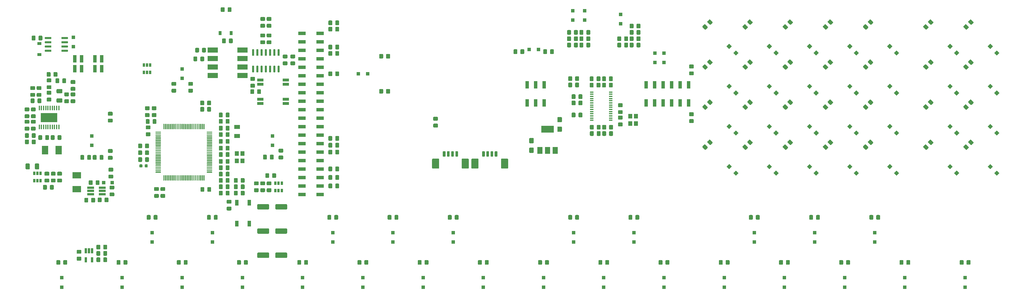
<source format=gbr>
%TF.GenerationSoftware,KiCad,Pcbnew,5.1.5*%
%TF.CreationDate,2020-03-25T20:50:35+01:00*%
%TF.ProjectId,OTTOdiy_SMD,4f54544f-6469-4795-9f53-4d442e6b6963,rev?*%
%TF.SameCoordinates,PX269fb20PYbb65a20*%
%TF.FileFunction,Paste,Bot*%
%TF.FilePolarity,Positive*%
%FSLAX46Y46*%
G04 Gerber Fmt 4.6, Leading zero omitted, Abs format (unit mm)*
G04 Created by KiCad (PCBNEW 5.1.5) date 2020-03-25 20:50:35*
%MOMM*%
%LPD*%
G04 APERTURE LIST*
%ADD10C,0.150000*%
%ADD11R,1.500000X2.000000*%
%ADD12R,3.800000X2.000000*%
%ADD13R,0.650000X1.060000*%
%ADD14R,3.100000X1.600000*%
%ADD15R,2.500000X1.900000*%
%ADD16R,1.100000X1.100000*%
%ADD17R,2.000000X0.650000*%
%ADD18R,1.000000X1.000000*%
%ADD19R,1.200000X1.400000*%
%ADD20R,1.900000X2.500000*%
%ADD21R,2.180000X1.020000*%
%ADD22R,1.850000X0.900000*%
%ADD23R,1.100000X1.800000*%
%ADD24R,1.800000X1.200000*%
%ADD25R,4.950000X2.740000*%
%ADD26R,0.355600X1.473200*%
%ADD27R,1.000000X2.200000*%
%ADD28R,0.650000X1.560000*%
%ADD29R,1.020000X2.180000*%
%ADD30R,0.900000X1.200000*%
%ADD31R,1.200000X0.900000*%
%ADD32R,1.100000X0.400000*%
G04 APERTURE END LIST*
D10*
G36*
X75274505Y40198796D02*
G01*
X75298773Y40195196D01*
X75322572Y40189235D01*
X75345671Y40180970D01*
X75367850Y40170480D01*
X75388893Y40157868D01*
X75408599Y40143253D01*
X75426777Y40126777D01*
X75443253Y40108599D01*
X75457868Y40088893D01*
X75470480Y40067850D01*
X75480970Y40045671D01*
X75489235Y40022572D01*
X75495196Y39998773D01*
X75498796Y39974505D01*
X75500000Y39950001D01*
X75500000Y39049999D01*
X75498796Y39025495D01*
X75495196Y39001227D01*
X75489235Y38977428D01*
X75480970Y38954329D01*
X75470480Y38932150D01*
X75457868Y38911107D01*
X75443253Y38891401D01*
X75426777Y38873223D01*
X75408599Y38856747D01*
X75388893Y38842132D01*
X75367850Y38829520D01*
X75345671Y38819030D01*
X75322572Y38810765D01*
X75298773Y38804804D01*
X75274505Y38801204D01*
X75250001Y38800000D01*
X74599999Y38800000D01*
X74575495Y38801204D01*
X74551227Y38804804D01*
X74527428Y38810765D01*
X74504329Y38819030D01*
X74482150Y38829520D01*
X74461107Y38842132D01*
X74441401Y38856747D01*
X74423223Y38873223D01*
X74406747Y38891401D01*
X74392132Y38911107D01*
X74379520Y38932150D01*
X74369030Y38954329D01*
X74360765Y38977428D01*
X74354804Y39001227D01*
X74351204Y39025495D01*
X74350000Y39049999D01*
X74350000Y39950001D01*
X74351204Y39974505D01*
X74354804Y39998773D01*
X74360765Y40022572D01*
X74369030Y40045671D01*
X74379520Y40067850D01*
X74392132Y40088893D01*
X74406747Y40108599D01*
X74423223Y40126777D01*
X74441401Y40143253D01*
X74461107Y40157868D01*
X74482150Y40170480D01*
X74504329Y40180970D01*
X74527428Y40189235D01*
X74551227Y40195196D01*
X74575495Y40198796D01*
X74599999Y40200000D01*
X75250001Y40200000D01*
X75274505Y40198796D01*
G37*
G36*
X77324505Y40198796D02*
G01*
X77348773Y40195196D01*
X77372572Y40189235D01*
X77395671Y40180970D01*
X77417850Y40170480D01*
X77438893Y40157868D01*
X77458599Y40143253D01*
X77476777Y40126777D01*
X77493253Y40108599D01*
X77507868Y40088893D01*
X77520480Y40067850D01*
X77530970Y40045671D01*
X77539235Y40022572D01*
X77545196Y39998773D01*
X77548796Y39974505D01*
X77550000Y39950001D01*
X77550000Y39049999D01*
X77548796Y39025495D01*
X77545196Y39001227D01*
X77539235Y38977428D01*
X77530970Y38954329D01*
X77520480Y38932150D01*
X77507868Y38911107D01*
X77493253Y38891401D01*
X77476777Y38873223D01*
X77458599Y38856747D01*
X77438893Y38842132D01*
X77417850Y38829520D01*
X77395671Y38819030D01*
X77372572Y38810765D01*
X77348773Y38804804D01*
X77324505Y38801204D01*
X77300001Y38800000D01*
X76649999Y38800000D01*
X76625495Y38801204D01*
X76601227Y38804804D01*
X76577428Y38810765D01*
X76554329Y38819030D01*
X76532150Y38829520D01*
X76511107Y38842132D01*
X76491401Y38856747D01*
X76473223Y38873223D01*
X76456747Y38891401D01*
X76442132Y38911107D01*
X76429520Y38932150D01*
X76419030Y38954329D01*
X76410765Y38977428D01*
X76404804Y39001227D01*
X76401204Y39025495D01*
X76400000Y39049999D01*
X76400000Y39950001D01*
X76401204Y39974505D01*
X76404804Y39998773D01*
X76410765Y40022572D01*
X76419030Y40045671D01*
X76429520Y40067850D01*
X76442132Y40088893D01*
X76456747Y40108599D01*
X76473223Y40126777D01*
X76491401Y40143253D01*
X76511107Y40157868D01*
X76532150Y40170480D01*
X76554329Y40180970D01*
X76577428Y40189235D01*
X76601227Y40195196D01*
X76625495Y40198796D01*
X76649999Y40200000D01*
X77300001Y40200000D01*
X77324505Y40198796D01*
G37*
G36*
X8824505Y36698796D02*
G01*
X8848773Y36695196D01*
X8872572Y36689235D01*
X8895671Y36680970D01*
X8917850Y36670480D01*
X8938893Y36657868D01*
X8958599Y36643253D01*
X8976777Y36626777D01*
X8993253Y36608599D01*
X9007868Y36588893D01*
X9020480Y36567850D01*
X9030970Y36545671D01*
X9039235Y36522572D01*
X9045196Y36498773D01*
X9048796Y36474505D01*
X9050000Y36450001D01*
X9050000Y35549999D01*
X9048796Y35525495D01*
X9045196Y35501227D01*
X9039235Y35477428D01*
X9030970Y35454329D01*
X9020480Y35432150D01*
X9007868Y35411107D01*
X8993253Y35391401D01*
X8976777Y35373223D01*
X8958599Y35356747D01*
X8938893Y35342132D01*
X8917850Y35329520D01*
X8895671Y35319030D01*
X8872572Y35310765D01*
X8848773Y35304804D01*
X8824505Y35301204D01*
X8800001Y35300000D01*
X8149999Y35300000D01*
X8125495Y35301204D01*
X8101227Y35304804D01*
X8077428Y35310765D01*
X8054329Y35319030D01*
X8032150Y35329520D01*
X8011107Y35342132D01*
X7991401Y35356747D01*
X7973223Y35373223D01*
X7956747Y35391401D01*
X7942132Y35411107D01*
X7929520Y35432150D01*
X7919030Y35454329D01*
X7910765Y35477428D01*
X7904804Y35501227D01*
X7901204Y35525495D01*
X7900000Y35549999D01*
X7900000Y36450001D01*
X7901204Y36474505D01*
X7904804Y36498773D01*
X7910765Y36522572D01*
X7919030Y36545671D01*
X7929520Y36567850D01*
X7942132Y36588893D01*
X7956747Y36608599D01*
X7973223Y36626777D01*
X7991401Y36643253D01*
X8011107Y36657868D01*
X8032150Y36670480D01*
X8054329Y36680970D01*
X8077428Y36689235D01*
X8101227Y36695196D01*
X8125495Y36698796D01*
X8149999Y36700000D01*
X8800001Y36700000D01*
X8824505Y36698796D01*
G37*
G36*
X10874505Y36698796D02*
G01*
X10898773Y36695196D01*
X10922572Y36689235D01*
X10945671Y36680970D01*
X10967850Y36670480D01*
X10988893Y36657868D01*
X11008599Y36643253D01*
X11026777Y36626777D01*
X11043253Y36608599D01*
X11057868Y36588893D01*
X11070480Y36567850D01*
X11080970Y36545671D01*
X11089235Y36522572D01*
X11095196Y36498773D01*
X11098796Y36474505D01*
X11100000Y36450001D01*
X11100000Y35549999D01*
X11098796Y35525495D01*
X11095196Y35501227D01*
X11089235Y35477428D01*
X11080970Y35454329D01*
X11070480Y35432150D01*
X11057868Y35411107D01*
X11043253Y35391401D01*
X11026777Y35373223D01*
X11008599Y35356747D01*
X10988893Y35342132D01*
X10967850Y35329520D01*
X10945671Y35319030D01*
X10922572Y35310765D01*
X10898773Y35304804D01*
X10874505Y35301204D01*
X10850001Y35300000D01*
X10199999Y35300000D01*
X10175495Y35301204D01*
X10151227Y35304804D01*
X10127428Y35310765D01*
X10104329Y35319030D01*
X10082150Y35329520D01*
X10061107Y35342132D01*
X10041401Y35356747D01*
X10023223Y35373223D01*
X10006747Y35391401D01*
X9992132Y35411107D01*
X9979520Y35432150D01*
X9969030Y35454329D01*
X9960765Y35477428D01*
X9954804Y35501227D01*
X9951204Y35525495D01*
X9950000Y35549999D01*
X9950000Y36450001D01*
X9951204Y36474505D01*
X9954804Y36498773D01*
X9960765Y36522572D01*
X9969030Y36545671D01*
X9979520Y36567850D01*
X9992132Y36588893D01*
X10006747Y36608599D01*
X10023223Y36626777D01*
X10041401Y36643253D01*
X10061107Y36657868D01*
X10082150Y36670480D01*
X10104329Y36680970D01*
X10127428Y36689235D01*
X10151227Y36695196D01*
X10175495Y36698796D01*
X10199999Y36700000D01*
X10850001Y36700000D01*
X10874505Y36698796D01*
G37*
G36*
X63424505Y36848796D02*
G01*
X63448773Y36845196D01*
X63472572Y36839235D01*
X63495671Y36830970D01*
X63517850Y36820480D01*
X63538893Y36807868D01*
X63558599Y36793253D01*
X63576777Y36776777D01*
X63593253Y36758599D01*
X63607868Y36738893D01*
X63620480Y36717850D01*
X63630970Y36695671D01*
X63639235Y36672572D01*
X63645196Y36648773D01*
X63648796Y36624505D01*
X63650000Y36600001D01*
X63650000Y35699999D01*
X63648796Y35675495D01*
X63645196Y35651227D01*
X63639235Y35627428D01*
X63630970Y35604329D01*
X63620480Y35582150D01*
X63607868Y35561107D01*
X63593253Y35541401D01*
X63576777Y35523223D01*
X63558599Y35506747D01*
X63538893Y35492132D01*
X63517850Y35479520D01*
X63495671Y35469030D01*
X63472572Y35460765D01*
X63448773Y35454804D01*
X63424505Y35451204D01*
X63400001Y35450000D01*
X62749999Y35450000D01*
X62725495Y35451204D01*
X62701227Y35454804D01*
X62677428Y35460765D01*
X62654329Y35469030D01*
X62632150Y35479520D01*
X62611107Y35492132D01*
X62591401Y35506747D01*
X62573223Y35523223D01*
X62556747Y35541401D01*
X62542132Y35561107D01*
X62529520Y35582150D01*
X62519030Y35604329D01*
X62510765Y35627428D01*
X62504804Y35651227D01*
X62501204Y35675495D01*
X62500000Y35699999D01*
X62500000Y36600001D01*
X62501204Y36624505D01*
X62504804Y36648773D01*
X62510765Y36672572D01*
X62519030Y36695671D01*
X62529520Y36717850D01*
X62542132Y36738893D01*
X62556747Y36758599D01*
X62573223Y36776777D01*
X62591401Y36793253D01*
X62611107Y36807868D01*
X62632150Y36820480D01*
X62654329Y36830970D01*
X62677428Y36839235D01*
X62701227Y36845196D01*
X62725495Y36848796D01*
X62749999Y36850000D01*
X63400001Y36850000D01*
X63424505Y36848796D01*
G37*
G36*
X61374505Y36848796D02*
G01*
X61398773Y36845196D01*
X61422572Y36839235D01*
X61445671Y36830970D01*
X61467850Y36820480D01*
X61488893Y36807868D01*
X61508599Y36793253D01*
X61526777Y36776777D01*
X61543253Y36758599D01*
X61557868Y36738893D01*
X61570480Y36717850D01*
X61580970Y36695671D01*
X61589235Y36672572D01*
X61595196Y36648773D01*
X61598796Y36624505D01*
X61600000Y36600001D01*
X61600000Y35699999D01*
X61598796Y35675495D01*
X61595196Y35651227D01*
X61589235Y35627428D01*
X61580970Y35604329D01*
X61570480Y35582150D01*
X61557868Y35561107D01*
X61543253Y35541401D01*
X61526777Y35523223D01*
X61508599Y35506747D01*
X61488893Y35492132D01*
X61467850Y35479520D01*
X61445671Y35469030D01*
X61422572Y35460765D01*
X61398773Y35454804D01*
X61374505Y35451204D01*
X61350001Y35450000D01*
X60699999Y35450000D01*
X60675495Y35451204D01*
X60651227Y35454804D01*
X60627428Y35460765D01*
X60604329Y35469030D01*
X60582150Y35479520D01*
X60561107Y35492132D01*
X60541401Y35506747D01*
X60523223Y35523223D01*
X60506747Y35541401D01*
X60492132Y35561107D01*
X60479520Y35582150D01*
X60469030Y35604329D01*
X60460765Y35627428D01*
X60454804Y35651227D01*
X60451204Y35675495D01*
X60450000Y35699999D01*
X60450000Y36600001D01*
X60451204Y36624505D01*
X60454804Y36648773D01*
X60460765Y36672572D01*
X60469030Y36695671D01*
X60479520Y36717850D01*
X60492132Y36738893D01*
X60506747Y36758599D01*
X60523223Y36776777D01*
X60541401Y36793253D01*
X60561107Y36807868D01*
X60582150Y36820480D01*
X60604329Y36830970D01*
X60627428Y36839235D01*
X60651227Y36845196D01*
X60675495Y36848796D01*
X60699999Y36850000D01*
X61350001Y36850000D01*
X61374505Y36848796D01*
G37*
G36*
X162749505Y54186296D02*
G01*
X162773773Y54182696D01*
X162797572Y54176735D01*
X162820671Y54168470D01*
X162842850Y54157980D01*
X162863893Y54145368D01*
X162883599Y54130753D01*
X162901777Y54114277D01*
X162918253Y54096099D01*
X162932868Y54076393D01*
X162945480Y54055350D01*
X162955970Y54033171D01*
X162964235Y54010072D01*
X162970196Y53986273D01*
X162973796Y53962005D01*
X162975000Y53937501D01*
X162975000Y52862499D01*
X162973796Y52837995D01*
X162970196Y52813727D01*
X162964235Y52789928D01*
X162955970Y52766829D01*
X162945480Y52744650D01*
X162932868Y52723607D01*
X162918253Y52703901D01*
X162901777Y52685723D01*
X162883599Y52669247D01*
X162863893Y52654632D01*
X162842850Y52642020D01*
X162820671Y52631530D01*
X162797572Y52623265D01*
X162773773Y52617304D01*
X162749505Y52613704D01*
X162725001Y52612500D01*
X161874999Y52612500D01*
X161850495Y52613704D01*
X161826227Y52617304D01*
X161802428Y52623265D01*
X161779329Y52631530D01*
X161757150Y52642020D01*
X161736107Y52654632D01*
X161716401Y52669247D01*
X161698223Y52685723D01*
X161681747Y52703901D01*
X161667132Y52723607D01*
X161654520Y52744650D01*
X161644030Y52766829D01*
X161635765Y52789928D01*
X161629804Y52813727D01*
X161626204Y52837995D01*
X161625000Y52862499D01*
X161625000Y53937501D01*
X161626204Y53962005D01*
X161629804Y53986273D01*
X161635765Y54010072D01*
X161644030Y54033171D01*
X161654520Y54055350D01*
X161667132Y54076393D01*
X161681747Y54096099D01*
X161698223Y54114277D01*
X161716401Y54130753D01*
X161736107Y54145368D01*
X161757150Y54157980D01*
X161779329Y54168470D01*
X161802428Y54176735D01*
X161826227Y54182696D01*
X161850495Y54186296D01*
X161874999Y54187500D01*
X162725001Y54187500D01*
X162749505Y54186296D01*
G37*
G36*
X162749505Y57061296D02*
G01*
X162773773Y57057696D01*
X162797572Y57051735D01*
X162820671Y57043470D01*
X162842850Y57032980D01*
X162863893Y57020368D01*
X162883599Y57005753D01*
X162901777Y56989277D01*
X162918253Y56971099D01*
X162932868Y56951393D01*
X162945480Y56930350D01*
X162955970Y56908171D01*
X162964235Y56885072D01*
X162970196Y56861273D01*
X162973796Y56837005D01*
X162975000Y56812501D01*
X162975000Y55737499D01*
X162973796Y55712995D01*
X162970196Y55688727D01*
X162964235Y55664928D01*
X162955970Y55641829D01*
X162945480Y55619650D01*
X162932868Y55598607D01*
X162918253Y55578901D01*
X162901777Y55560723D01*
X162883599Y55544247D01*
X162863893Y55529632D01*
X162842850Y55517020D01*
X162820671Y55506530D01*
X162797572Y55498265D01*
X162773773Y55492304D01*
X162749505Y55488704D01*
X162725001Y55487500D01*
X161874999Y55487500D01*
X161850495Y55488704D01*
X161826227Y55492304D01*
X161802428Y55498265D01*
X161779329Y55506530D01*
X161757150Y55517020D01*
X161736107Y55529632D01*
X161716401Y55544247D01*
X161698223Y55560723D01*
X161681747Y55578901D01*
X161667132Y55598607D01*
X161654520Y55619650D01*
X161644030Y55641829D01*
X161635765Y55664928D01*
X161629804Y55688727D01*
X161626204Y55712995D01*
X161625000Y55737499D01*
X161625000Y56812501D01*
X161626204Y56837005D01*
X161629804Y56861273D01*
X161635765Y56885072D01*
X161644030Y56908171D01*
X161654520Y56930350D01*
X161667132Y56951393D01*
X161681747Y56971099D01*
X161698223Y56989277D01*
X161716401Y57005753D01*
X161736107Y57020368D01*
X161757150Y57032980D01*
X161779329Y57043470D01*
X161802428Y57051735D01*
X161826227Y57057696D01*
X161850495Y57061296D01*
X161874999Y57062500D01*
X162725001Y57062500D01*
X162749505Y57061296D01*
G37*
G36*
X154349505Y50761296D02*
G01*
X154373773Y50757696D01*
X154397572Y50751735D01*
X154420671Y50743470D01*
X154442850Y50732980D01*
X154463893Y50720368D01*
X154483599Y50705753D01*
X154501777Y50689277D01*
X154518253Y50671099D01*
X154532868Y50651393D01*
X154545480Y50630350D01*
X154555970Y50608171D01*
X154564235Y50585072D01*
X154570196Y50561273D01*
X154573796Y50537005D01*
X154575000Y50512501D01*
X154575000Y49437499D01*
X154573796Y49412995D01*
X154570196Y49388727D01*
X154564235Y49364928D01*
X154555970Y49341829D01*
X154545480Y49319650D01*
X154532868Y49298607D01*
X154518253Y49278901D01*
X154501777Y49260723D01*
X154483599Y49244247D01*
X154463893Y49229632D01*
X154442850Y49217020D01*
X154420671Y49206530D01*
X154397572Y49198265D01*
X154373773Y49192304D01*
X154349505Y49188704D01*
X154325001Y49187500D01*
X153474999Y49187500D01*
X153450495Y49188704D01*
X153426227Y49192304D01*
X153402428Y49198265D01*
X153379329Y49206530D01*
X153357150Y49217020D01*
X153336107Y49229632D01*
X153316401Y49244247D01*
X153298223Y49260723D01*
X153281747Y49278901D01*
X153267132Y49298607D01*
X153254520Y49319650D01*
X153244030Y49341829D01*
X153235765Y49364928D01*
X153229804Y49388727D01*
X153226204Y49412995D01*
X153225000Y49437499D01*
X153225000Y50512501D01*
X153226204Y50537005D01*
X153229804Y50561273D01*
X153235765Y50585072D01*
X153244030Y50608171D01*
X153254520Y50630350D01*
X153267132Y50651393D01*
X153281747Y50671099D01*
X153298223Y50689277D01*
X153316401Y50705753D01*
X153336107Y50720368D01*
X153357150Y50732980D01*
X153379329Y50743470D01*
X153402428Y50751735D01*
X153426227Y50757696D01*
X153450495Y50761296D01*
X153474999Y50762500D01*
X154325001Y50762500D01*
X154349505Y50761296D01*
G37*
G36*
X154349505Y47886296D02*
G01*
X154373773Y47882696D01*
X154397572Y47876735D01*
X154420671Y47868470D01*
X154442850Y47857980D01*
X154463893Y47845368D01*
X154483599Y47830753D01*
X154501777Y47814277D01*
X154518253Y47796099D01*
X154532868Y47776393D01*
X154545480Y47755350D01*
X154555970Y47733171D01*
X154564235Y47710072D01*
X154570196Y47686273D01*
X154573796Y47662005D01*
X154575000Y47637501D01*
X154575000Y46562499D01*
X154573796Y46537995D01*
X154570196Y46513727D01*
X154564235Y46489928D01*
X154555970Y46466829D01*
X154545480Y46444650D01*
X154532868Y46423607D01*
X154518253Y46403901D01*
X154501777Y46385723D01*
X154483599Y46369247D01*
X154463893Y46354632D01*
X154442850Y46342020D01*
X154420671Y46331530D01*
X154397572Y46323265D01*
X154373773Y46317304D01*
X154349505Y46313704D01*
X154325001Y46312500D01*
X153474999Y46312500D01*
X153450495Y46313704D01*
X153426227Y46317304D01*
X153402428Y46323265D01*
X153379329Y46331530D01*
X153357150Y46342020D01*
X153336107Y46354632D01*
X153316401Y46369247D01*
X153298223Y46385723D01*
X153281747Y46403901D01*
X153267132Y46423607D01*
X153254520Y46444650D01*
X153244030Y46466829D01*
X153235765Y46489928D01*
X153229804Y46513727D01*
X153226204Y46537995D01*
X153225000Y46562499D01*
X153225000Y47637501D01*
X153226204Y47662005D01*
X153229804Y47686273D01*
X153235765Y47710072D01*
X153244030Y47733171D01*
X153254520Y47755350D01*
X153267132Y47776393D01*
X153281747Y47796099D01*
X153298223Y47814277D01*
X153316401Y47830753D01*
X153336107Y47845368D01*
X153357150Y47857980D01*
X153379329Y47868470D01*
X153402428Y47876735D01*
X153426227Y47882696D01*
X153450495Y47886296D01*
X153474999Y47887500D01*
X154325001Y47887500D01*
X154349505Y47886296D01*
G37*
D11*
X161000000Y47050000D03*
X156400000Y47050000D03*
X158700000Y47050000D03*
D12*
X158700000Y53350000D03*
D13*
X39000000Y72600000D03*
X39950000Y72600000D03*
X38050000Y72600000D03*
X38050000Y70400000D03*
X39000000Y70400000D03*
X39950000Y70400000D03*
D14*
X58605000Y77085000D03*
X67495000Y69465000D03*
X58605000Y74545000D03*
X67495000Y72005000D03*
X58605000Y72005000D03*
X67495000Y74545000D03*
X58605000Y69465000D03*
X67495000Y77085000D03*
D15*
X18000000Y39550000D03*
X18000000Y35450000D03*
D16*
X166250000Y86100000D03*
X166250000Y88900000D03*
X153200000Y77250000D03*
X156000000Y77250000D03*
X180500000Y85000000D03*
X180500000Y87800000D03*
X169750000Y86100000D03*
X169750000Y88900000D03*
X190750000Y76150000D03*
X190750000Y73350000D03*
X193500000Y76150000D03*
X193500000Y73350000D03*
D10*
G36*
X27224505Y32923796D02*
G01*
X27248773Y32920196D01*
X27272572Y32914235D01*
X27295671Y32905970D01*
X27317850Y32895480D01*
X27338893Y32882868D01*
X27358599Y32868253D01*
X27376777Y32851777D01*
X27393253Y32833599D01*
X27407868Y32813893D01*
X27420480Y32792850D01*
X27430970Y32770671D01*
X27439235Y32747572D01*
X27445196Y32723773D01*
X27448796Y32699505D01*
X27450000Y32675001D01*
X27450000Y31774999D01*
X27448796Y31750495D01*
X27445196Y31726227D01*
X27439235Y31702428D01*
X27430970Y31679329D01*
X27420480Y31657150D01*
X27407868Y31636107D01*
X27393253Y31616401D01*
X27376777Y31598223D01*
X27358599Y31581747D01*
X27338893Y31567132D01*
X27317850Y31554520D01*
X27295671Y31544030D01*
X27272572Y31535765D01*
X27248773Y31529804D01*
X27224505Y31526204D01*
X27200001Y31525000D01*
X26549999Y31525000D01*
X26525495Y31526204D01*
X26501227Y31529804D01*
X26477428Y31535765D01*
X26454329Y31544030D01*
X26432150Y31554520D01*
X26411107Y31567132D01*
X26391401Y31581747D01*
X26373223Y31598223D01*
X26356747Y31616401D01*
X26342132Y31636107D01*
X26329520Y31657150D01*
X26319030Y31679329D01*
X26310765Y31702428D01*
X26304804Y31726227D01*
X26301204Y31750495D01*
X26300000Y31774999D01*
X26300000Y32675001D01*
X26301204Y32699505D01*
X26304804Y32723773D01*
X26310765Y32747572D01*
X26319030Y32770671D01*
X26329520Y32792850D01*
X26342132Y32813893D01*
X26356747Y32833599D01*
X26373223Y32851777D01*
X26391401Y32868253D01*
X26411107Y32882868D01*
X26432150Y32895480D01*
X26454329Y32905970D01*
X26477428Y32914235D01*
X26501227Y32920196D01*
X26525495Y32923796D01*
X26549999Y32925000D01*
X27200001Y32925000D01*
X27224505Y32923796D01*
G37*
G36*
X25174505Y32923796D02*
G01*
X25198773Y32920196D01*
X25222572Y32914235D01*
X25245671Y32905970D01*
X25267850Y32895480D01*
X25288893Y32882868D01*
X25308599Y32868253D01*
X25326777Y32851777D01*
X25343253Y32833599D01*
X25357868Y32813893D01*
X25370480Y32792850D01*
X25380970Y32770671D01*
X25389235Y32747572D01*
X25395196Y32723773D01*
X25398796Y32699505D01*
X25400000Y32675001D01*
X25400000Y31774999D01*
X25398796Y31750495D01*
X25395196Y31726227D01*
X25389235Y31702428D01*
X25380970Y31679329D01*
X25370480Y31657150D01*
X25357868Y31636107D01*
X25343253Y31616401D01*
X25326777Y31598223D01*
X25308599Y31581747D01*
X25288893Y31567132D01*
X25267850Y31554520D01*
X25245671Y31544030D01*
X25222572Y31535765D01*
X25198773Y31529804D01*
X25174505Y31526204D01*
X25150001Y31525000D01*
X24499999Y31525000D01*
X24475495Y31526204D01*
X24451227Y31529804D01*
X24427428Y31535765D01*
X24404329Y31544030D01*
X24382150Y31554520D01*
X24361107Y31567132D01*
X24341401Y31581747D01*
X24323223Y31598223D01*
X24306747Y31616401D01*
X24292132Y31636107D01*
X24279520Y31657150D01*
X24269030Y31679329D01*
X24260765Y31702428D01*
X24254804Y31726227D01*
X24251204Y31750495D01*
X24250000Y31774999D01*
X24250000Y32675001D01*
X24251204Y32699505D01*
X24254804Y32723773D01*
X24260765Y32747572D01*
X24269030Y32770671D01*
X24279520Y32792850D01*
X24292132Y32813893D01*
X24306747Y32833599D01*
X24323223Y32851777D01*
X24341401Y32868253D01*
X24361107Y32882868D01*
X24382150Y32895480D01*
X24404329Y32905970D01*
X24427428Y32914235D01*
X24451227Y32920196D01*
X24475495Y32923796D01*
X24499999Y32925000D01*
X25150001Y32925000D01*
X25174505Y32923796D01*
G37*
D17*
X25585000Y35850000D03*
X25585000Y34900000D03*
X25585000Y33950000D03*
X22165000Y33950000D03*
X22165000Y34900000D03*
X22165000Y35850000D03*
D10*
G36*
X28974505Y36498796D02*
G01*
X28998773Y36495196D01*
X29022572Y36489235D01*
X29045671Y36480970D01*
X29067850Y36470480D01*
X29088893Y36457868D01*
X29108599Y36443253D01*
X29126777Y36426777D01*
X29143253Y36408599D01*
X29157868Y36388893D01*
X29170480Y36367850D01*
X29180970Y36345671D01*
X29189235Y36322572D01*
X29195196Y36298773D01*
X29198796Y36274505D01*
X29200000Y36250001D01*
X29200000Y35599999D01*
X29198796Y35575495D01*
X29195196Y35551227D01*
X29189235Y35527428D01*
X29180970Y35504329D01*
X29170480Y35482150D01*
X29157868Y35461107D01*
X29143253Y35441401D01*
X29126777Y35423223D01*
X29108599Y35406747D01*
X29088893Y35392132D01*
X29067850Y35379520D01*
X29045671Y35369030D01*
X29022572Y35360765D01*
X28998773Y35354804D01*
X28974505Y35351204D01*
X28950001Y35350000D01*
X28049999Y35350000D01*
X28025495Y35351204D01*
X28001227Y35354804D01*
X27977428Y35360765D01*
X27954329Y35369030D01*
X27932150Y35379520D01*
X27911107Y35392132D01*
X27891401Y35406747D01*
X27873223Y35423223D01*
X27856747Y35441401D01*
X27842132Y35461107D01*
X27829520Y35482150D01*
X27819030Y35504329D01*
X27810765Y35527428D01*
X27804804Y35551227D01*
X27801204Y35575495D01*
X27800000Y35599999D01*
X27800000Y36250001D01*
X27801204Y36274505D01*
X27804804Y36298773D01*
X27810765Y36322572D01*
X27819030Y36345671D01*
X27829520Y36367850D01*
X27842132Y36388893D01*
X27856747Y36408599D01*
X27873223Y36426777D01*
X27891401Y36443253D01*
X27911107Y36457868D01*
X27932150Y36470480D01*
X27954329Y36480970D01*
X27977428Y36489235D01*
X28001227Y36495196D01*
X28025495Y36498796D01*
X28049999Y36500000D01*
X28950001Y36500000D01*
X28974505Y36498796D01*
G37*
G36*
X28974505Y34448796D02*
G01*
X28998773Y34445196D01*
X29022572Y34439235D01*
X29045671Y34430970D01*
X29067850Y34420480D01*
X29088893Y34407868D01*
X29108599Y34393253D01*
X29126777Y34376777D01*
X29143253Y34358599D01*
X29157868Y34338893D01*
X29170480Y34317850D01*
X29180970Y34295671D01*
X29189235Y34272572D01*
X29195196Y34248773D01*
X29198796Y34224505D01*
X29200000Y34200001D01*
X29200000Y33549999D01*
X29198796Y33525495D01*
X29195196Y33501227D01*
X29189235Y33477428D01*
X29180970Y33454329D01*
X29170480Y33432150D01*
X29157868Y33411107D01*
X29143253Y33391401D01*
X29126777Y33373223D01*
X29108599Y33356747D01*
X29088893Y33342132D01*
X29067850Y33329520D01*
X29045671Y33319030D01*
X29022572Y33310765D01*
X28998773Y33304804D01*
X28974505Y33301204D01*
X28950001Y33300000D01*
X28049999Y33300000D01*
X28025495Y33301204D01*
X28001227Y33304804D01*
X27977428Y33310765D01*
X27954329Y33319030D01*
X27932150Y33329520D01*
X27911107Y33342132D01*
X27891401Y33356747D01*
X27873223Y33373223D01*
X27856747Y33391401D01*
X27842132Y33411107D01*
X27829520Y33432150D01*
X27819030Y33454329D01*
X27810765Y33477428D01*
X27804804Y33501227D01*
X27801204Y33525495D01*
X27800000Y33549999D01*
X27800000Y34200001D01*
X27801204Y34224505D01*
X27804804Y34248773D01*
X27810765Y34272572D01*
X27819030Y34295671D01*
X27829520Y34317850D01*
X27842132Y34338893D01*
X27856747Y34358599D01*
X27873223Y34376777D01*
X27891401Y34393253D01*
X27911107Y34407868D01*
X27932150Y34420480D01*
X27954329Y34430970D01*
X27977428Y34439235D01*
X28001227Y34445196D01*
X28025495Y34448796D01*
X28049999Y34450000D01*
X28950001Y34450000D01*
X28974505Y34448796D01*
G37*
D18*
X26025000Y37425000D03*
X28525000Y37425000D03*
D10*
G36*
X24549505Y38098796D02*
G01*
X24573773Y38095196D01*
X24597572Y38089235D01*
X24620671Y38080970D01*
X24642850Y38070480D01*
X24663893Y38057868D01*
X24683599Y38043253D01*
X24701777Y38026777D01*
X24718253Y38008599D01*
X24732868Y37988893D01*
X24745480Y37967850D01*
X24755970Y37945671D01*
X24764235Y37922572D01*
X24770196Y37898773D01*
X24773796Y37874505D01*
X24775000Y37850001D01*
X24775000Y36949999D01*
X24773796Y36925495D01*
X24770196Y36901227D01*
X24764235Y36877428D01*
X24755970Y36854329D01*
X24745480Y36832150D01*
X24732868Y36811107D01*
X24718253Y36791401D01*
X24701777Y36773223D01*
X24683599Y36756747D01*
X24663893Y36742132D01*
X24642850Y36729520D01*
X24620671Y36719030D01*
X24597572Y36710765D01*
X24573773Y36704804D01*
X24549505Y36701204D01*
X24525001Y36700000D01*
X23874999Y36700000D01*
X23850495Y36701204D01*
X23826227Y36704804D01*
X23802428Y36710765D01*
X23779329Y36719030D01*
X23757150Y36729520D01*
X23736107Y36742132D01*
X23716401Y36756747D01*
X23698223Y36773223D01*
X23681747Y36791401D01*
X23667132Y36811107D01*
X23654520Y36832150D01*
X23644030Y36854329D01*
X23635765Y36877428D01*
X23629804Y36901227D01*
X23626204Y36925495D01*
X23625000Y36949999D01*
X23625000Y37850001D01*
X23626204Y37874505D01*
X23629804Y37898773D01*
X23635765Y37922572D01*
X23644030Y37945671D01*
X23654520Y37967850D01*
X23667132Y37988893D01*
X23681747Y38008599D01*
X23698223Y38026777D01*
X23716401Y38043253D01*
X23736107Y38057868D01*
X23757150Y38070480D01*
X23779329Y38080970D01*
X23802428Y38089235D01*
X23826227Y38095196D01*
X23850495Y38098796D01*
X23874999Y38100000D01*
X24525001Y38100000D01*
X24549505Y38098796D01*
G37*
G36*
X22499505Y38098796D02*
G01*
X22523773Y38095196D01*
X22547572Y38089235D01*
X22570671Y38080970D01*
X22592850Y38070480D01*
X22613893Y38057868D01*
X22633599Y38043253D01*
X22651777Y38026777D01*
X22668253Y38008599D01*
X22682868Y37988893D01*
X22695480Y37967850D01*
X22705970Y37945671D01*
X22714235Y37922572D01*
X22720196Y37898773D01*
X22723796Y37874505D01*
X22725000Y37850001D01*
X22725000Y36949999D01*
X22723796Y36925495D01*
X22720196Y36901227D01*
X22714235Y36877428D01*
X22705970Y36854329D01*
X22695480Y36832150D01*
X22682868Y36811107D01*
X22668253Y36791401D01*
X22651777Y36773223D01*
X22633599Y36756747D01*
X22613893Y36742132D01*
X22592850Y36729520D01*
X22570671Y36719030D01*
X22547572Y36710765D01*
X22523773Y36704804D01*
X22499505Y36701204D01*
X22475001Y36700000D01*
X21824999Y36700000D01*
X21800495Y36701204D01*
X21776227Y36704804D01*
X21752428Y36710765D01*
X21729329Y36719030D01*
X21707150Y36729520D01*
X21686107Y36742132D01*
X21666401Y36756747D01*
X21648223Y36773223D01*
X21631747Y36791401D01*
X21617132Y36811107D01*
X21604520Y36832150D01*
X21594030Y36854329D01*
X21585765Y36877428D01*
X21579804Y36901227D01*
X21576204Y36925495D01*
X21575000Y36949999D01*
X21575000Y37850001D01*
X21576204Y37874505D01*
X21579804Y37898773D01*
X21585765Y37922572D01*
X21594030Y37945671D01*
X21604520Y37967850D01*
X21617132Y37988893D01*
X21631747Y38008599D01*
X21648223Y38026777D01*
X21666401Y38043253D01*
X21686107Y38057868D01*
X21707150Y38070480D01*
X21729329Y38080970D01*
X21752428Y38089235D01*
X21776227Y38095196D01*
X21800495Y38098796D01*
X21824999Y38100000D01*
X22475001Y38100000D01*
X22499505Y38098796D01*
G37*
G36*
X21174505Y32848796D02*
G01*
X21198773Y32845196D01*
X21222572Y32839235D01*
X21245671Y32830970D01*
X21267850Y32820480D01*
X21288893Y32807868D01*
X21308599Y32793253D01*
X21326777Y32776777D01*
X21343253Y32758599D01*
X21357868Y32738893D01*
X21370480Y32717850D01*
X21380970Y32695671D01*
X21389235Y32672572D01*
X21395196Y32648773D01*
X21398796Y32624505D01*
X21400000Y32600001D01*
X21400000Y31699999D01*
X21398796Y31675495D01*
X21395196Y31651227D01*
X21389235Y31627428D01*
X21380970Y31604329D01*
X21370480Y31582150D01*
X21357868Y31561107D01*
X21343253Y31541401D01*
X21326777Y31523223D01*
X21308599Y31506747D01*
X21288893Y31492132D01*
X21267850Y31479520D01*
X21245671Y31469030D01*
X21222572Y31460765D01*
X21198773Y31454804D01*
X21174505Y31451204D01*
X21150001Y31450000D01*
X20499999Y31450000D01*
X20475495Y31451204D01*
X20451227Y31454804D01*
X20427428Y31460765D01*
X20404329Y31469030D01*
X20382150Y31479520D01*
X20361107Y31492132D01*
X20341401Y31506747D01*
X20323223Y31523223D01*
X20306747Y31541401D01*
X20292132Y31561107D01*
X20279520Y31582150D01*
X20269030Y31604329D01*
X20260765Y31627428D01*
X20254804Y31651227D01*
X20251204Y31675495D01*
X20250000Y31699999D01*
X20250000Y32600001D01*
X20251204Y32624505D01*
X20254804Y32648773D01*
X20260765Y32672572D01*
X20269030Y32695671D01*
X20279520Y32717850D01*
X20292132Y32738893D01*
X20306747Y32758599D01*
X20323223Y32776777D01*
X20341401Y32793253D01*
X20361107Y32807868D01*
X20382150Y32820480D01*
X20404329Y32830970D01*
X20427428Y32839235D01*
X20451227Y32845196D01*
X20475495Y32848796D01*
X20499999Y32850000D01*
X21150001Y32850000D01*
X21174505Y32848796D01*
G37*
G36*
X23224505Y32848796D02*
G01*
X23248773Y32845196D01*
X23272572Y32839235D01*
X23295671Y32830970D01*
X23317850Y32820480D01*
X23338893Y32807868D01*
X23358599Y32793253D01*
X23376777Y32776777D01*
X23393253Y32758599D01*
X23407868Y32738893D01*
X23420480Y32717850D01*
X23430970Y32695671D01*
X23439235Y32672572D01*
X23445196Y32648773D01*
X23448796Y32624505D01*
X23450000Y32600001D01*
X23450000Y31699999D01*
X23448796Y31675495D01*
X23445196Y31651227D01*
X23439235Y31627428D01*
X23430970Y31604329D01*
X23420480Y31582150D01*
X23407868Y31561107D01*
X23393253Y31541401D01*
X23376777Y31523223D01*
X23358599Y31506747D01*
X23338893Y31492132D01*
X23317850Y31479520D01*
X23295671Y31469030D01*
X23272572Y31460765D01*
X23248773Y31454804D01*
X23224505Y31451204D01*
X23200001Y31450000D01*
X22549999Y31450000D01*
X22525495Y31451204D01*
X22501227Y31454804D01*
X22477428Y31460765D01*
X22454329Y31469030D01*
X22432150Y31479520D01*
X22411107Y31492132D01*
X22391401Y31506747D01*
X22373223Y31523223D01*
X22356747Y31541401D01*
X22342132Y31561107D01*
X22329520Y31582150D01*
X22319030Y31604329D01*
X22310765Y31627428D01*
X22304804Y31651227D01*
X22301204Y31675495D01*
X22300000Y31699999D01*
X22300000Y32600001D01*
X22301204Y32624505D01*
X22304804Y32648773D01*
X22310765Y32672572D01*
X22319030Y32695671D01*
X22329520Y32717850D01*
X22342132Y32738893D01*
X22356747Y32758599D01*
X22373223Y32776777D01*
X22391401Y32793253D01*
X22411107Y32807868D01*
X22432150Y32820480D01*
X22454329Y32830970D01*
X22477428Y32839235D01*
X22501227Y32845196D01*
X22525495Y32848796D01*
X22549999Y32850000D01*
X23200001Y32850000D01*
X23224505Y32848796D01*
G37*
G36*
X125696805Y57099696D02*
G01*
X125721073Y57096096D01*
X125744872Y57090135D01*
X125767971Y57081870D01*
X125790150Y57071380D01*
X125811193Y57058768D01*
X125830899Y57044153D01*
X125849077Y57027677D01*
X125865553Y57009499D01*
X125880168Y56989793D01*
X125892780Y56968750D01*
X125903270Y56946571D01*
X125911535Y56923472D01*
X125917496Y56899673D01*
X125921096Y56875405D01*
X125922300Y56850901D01*
X125922300Y56200899D01*
X125921096Y56176395D01*
X125917496Y56152127D01*
X125911535Y56128328D01*
X125903270Y56105229D01*
X125892780Y56083050D01*
X125880168Y56062007D01*
X125865553Y56042301D01*
X125849077Y56024123D01*
X125830899Y56007647D01*
X125811193Y55993032D01*
X125790150Y55980420D01*
X125767971Y55969930D01*
X125744872Y55961665D01*
X125721073Y55955704D01*
X125696805Y55952104D01*
X125672301Y55950900D01*
X124772299Y55950900D01*
X124747795Y55952104D01*
X124723527Y55955704D01*
X124699728Y55961665D01*
X124676629Y55969930D01*
X124654450Y55980420D01*
X124633407Y55993032D01*
X124613701Y56007647D01*
X124595523Y56024123D01*
X124579047Y56042301D01*
X124564432Y56062007D01*
X124551820Y56083050D01*
X124541330Y56105229D01*
X124533065Y56128328D01*
X124527104Y56152127D01*
X124523504Y56176395D01*
X124522300Y56200899D01*
X124522300Y56850901D01*
X124523504Y56875405D01*
X124527104Y56899673D01*
X124533065Y56923472D01*
X124541330Y56946571D01*
X124551820Y56968750D01*
X124564432Y56989793D01*
X124579047Y57009499D01*
X124595523Y57027677D01*
X124613701Y57044153D01*
X124633407Y57058768D01*
X124654450Y57071380D01*
X124676629Y57081870D01*
X124699728Y57090135D01*
X124723527Y57096096D01*
X124747795Y57099696D01*
X124772299Y57100900D01*
X125672301Y57100900D01*
X125696805Y57099696D01*
G37*
G36*
X125696805Y55049696D02*
G01*
X125721073Y55046096D01*
X125744872Y55040135D01*
X125767971Y55031870D01*
X125790150Y55021380D01*
X125811193Y55008768D01*
X125830899Y54994153D01*
X125849077Y54977677D01*
X125865553Y54959499D01*
X125880168Y54939793D01*
X125892780Y54918750D01*
X125903270Y54896571D01*
X125911535Y54873472D01*
X125917496Y54849673D01*
X125921096Y54825405D01*
X125922300Y54800901D01*
X125922300Y54150899D01*
X125921096Y54126395D01*
X125917496Y54102127D01*
X125911535Y54078328D01*
X125903270Y54055229D01*
X125892780Y54033050D01*
X125880168Y54012007D01*
X125865553Y53992301D01*
X125849077Y53974123D01*
X125830899Y53957647D01*
X125811193Y53943032D01*
X125790150Y53930420D01*
X125767971Y53919930D01*
X125744872Y53911665D01*
X125721073Y53905704D01*
X125696805Y53902104D01*
X125672301Y53900900D01*
X124772299Y53900900D01*
X124747795Y53902104D01*
X124723527Y53905704D01*
X124699728Y53911665D01*
X124676629Y53919930D01*
X124654450Y53930420D01*
X124633407Y53943032D01*
X124613701Y53957647D01*
X124595523Y53974123D01*
X124579047Y53992301D01*
X124564432Y54012007D01*
X124551820Y54033050D01*
X124541330Y54055229D01*
X124533065Y54078328D01*
X124527104Y54102127D01*
X124523504Y54126395D01*
X124522300Y54150899D01*
X124522300Y54800901D01*
X124523504Y54825405D01*
X124527104Y54849673D01*
X124533065Y54873472D01*
X124541330Y54896571D01*
X124551820Y54918750D01*
X124564432Y54939793D01*
X124579047Y54959499D01*
X124595523Y54977677D01*
X124613701Y54994153D01*
X124633407Y55008768D01*
X124654450Y55021380D01*
X124676629Y55031870D01*
X124699728Y55040135D01*
X124723527Y55046096D01*
X124747795Y55049696D01*
X124772299Y55050900D01*
X125672301Y55050900D01*
X125696805Y55049696D01*
G37*
D19*
X185150000Y57300000D03*
X185150000Y55100000D03*
X183450000Y55100000D03*
X183450000Y57300000D03*
X65800000Y43900000D03*
X65800000Y46100000D03*
X67500000Y46100000D03*
X67500000Y43900000D03*
D10*
G36*
X137827004Y44590796D02*
G01*
X137851273Y44587196D01*
X137875071Y44581235D01*
X137898171Y44572970D01*
X137920349Y44562480D01*
X137941393Y44549867D01*
X137961098Y44535253D01*
X137979277Y44518777D01*
X137995753Y44500598D01*
X138010367Y44480893D01*
X138022980Y44459849D01*
X138033470Y44437671D01*
X138041735Y44414571D01*
X138047696Y44390773D01*
X138051296Y44366504D01*
X138052500Y44342000D01*
X138052500Y41842000D01*
X138051296Y41817496D01*
X138047696Y41793227D01*
X138041735Y41769429D01*
X138033470Y41746329D01*
X138022980Y41724151D01*
X138010367Y41703107D01*
X137995753Y41683402D01*
X137979277Y41665223D01*
X137961098Y41648747D01*
X137941393Y41634133D01*
X137920349Y41621520D01*
X137898171Y41611030D01*
X137875071Y41602765D01*
X137851273Y41596804D01*
X137827004Y41593204D01*
X137802500Y41592000D01*
X136202500Y41592000D01*
X136177996Y41593204D01*
X136153727Y41596804D01*
X136129929Y41602765D01*
X136106829Y41611030D01*
X136084651Y41621520D01*
X136063607Y41634133D01*
X136043902Y41648747D01*
X136025723Y41665223D01*
X136009247Y41683402D01*
X135994633Y41703107D01*
X135982020Y41724151D01*
X135971530Y41746329D01*
X135963265Y41769429D01*
X135957304Y41793227D01*
X135953704Y41817496D01*
X135952500Y41842000D01*
X135952500Y44342000D01*
X135953704Y44366504D01*
X135957304Y44390773D01*
X135963265Y44414571D01*
X135971530Y44437671D01*
X135982020Y44459849D01*
X135994633Y44480893D01*
X136009247Y44500598D01*
X136025723Y44518777D01*
X136043902Y44535253D01*
X136063607Y44549867D01*
X136084651Y44562480D01*
X136106829Y44572970D01*
X136129929Y44581235D01*
X136153727Y44587196D01*
X136177996Y44590796D01*
X136202500Y44592000D01*
X137802500Y44592000D01*
X137827004Y44590796D01*
G37*
G36*
X146677004Y44590796D02*
G01*
X146701273Y44587196D01*
X146725071Y44581235D01*
X146748171Y44572970D01*
X146770349Y44562480D01*
X146791393Y44549867D01*
X146811098Y44535253D01*
X146829277Y44518777D01*
X146845753Y44500598D01*
X146860367Y44480893D01*
X146872980Y44459849D01*
X146883470Y44437671D01*
X146891735Y44414571D01*
X146897696Y44390773D01*
X146901296Y44366504D01*
X146902500Y44342000D01*
X146902500Y41842000D01*
X146901296Y41817496D01*
X146897696Y41793227D01*
X146891735Y41769429D01*
X146883470Y41746329D01*
X146872980Y41724151D01*
X146860367Y41703107D01*
X146845753Y41683402D01*
X146829277Y41665223D01*
X146811098Y41648747D01*
X146791393Y41634133D01*
X146770349Y41621520D01*
X146748171Y41611030D01*
X146725071Y41602765D01*
X146701273Y41596804D01*
X146677004Y41593204D01*
X146652500Y41592000D01*
X145052500Y41592000D01*
X145027996Y41593204D01*
X145003727Y41596804D01*
X144979929Y41602765D01*
X144956829Y41611030D01*
X144934651Y41621520D01*
X144913607Y41634133D01*
X144893902Y41648747D01*
X144875723Y41665223D01*
X144859247Y41683402D01*
X144844633Y41703107D01*
X144832020Y41724151D01*
X144821530Y41746329D01*
X144813265Y41769429D01*
X144807304Y41793227D01*
X144803704Y41817496D01*
X144802500Y41842000D01*
X144802500Y44342000D01*
X144803704Y44366504D01*
X144807304Y44390773D01*
X144813265Y44414571D01*
X144821530Y44437671D01*
X144832020Y44459849D01*
X144844633Y44480893D01*
X144859247Y44500598D01*
X144875723Y44518777D01*
X144893902Y44535253D01*
X144913607Y44549867D01*
X144934651Y44562480D01*
X144956829Y44572970D01*
X144979929Y44581235D01*
X145003727Y44587196D01*
X145027996Y44590796D01*
X145052500Y44592000D01*
X146652500Y44592000D01*
X146677004Y44590796D01*
G37*
G36*
X139772103Y46791037D02*
G01*
X139791518Y46788157D01*
X139810557Y46783388D01*
X139829037Y46776776D01*
X139846779Y46768384D01*
X139863614Y46758294D01*
X139879379Y46746602D01*
X139893921Y46733421D01*
X139907102Y46718879D01*
X139918794Y46703114D01*
X139928884Y46686279D01*
X139937276Y46668537D01*
X139943888Y46650057D01*
X139948657Y46631018D01*
X139951537Y46611603D01*
X139952500Y46592000D01*
X139952500Y45392000D01*
X139951537Y45372397D01*
X139948657Y45352982D01*
X139943888Y45333943D01*
X139937276Y45315463D01*
X139928884Y45297721D01*
X139918794Y45280886D01*
X139907102Y45265121D01*
X139893921Y45250579D01*
X139879379Y45237398D01*
X139863614Y45225706D01*
X139846779Y45215616D01*
X139829037Y45207224D01*
X139810557Y45200612D01*
X139791518Y45195843D01*
X139772103Y45192963D01*
X139752500Y45192000D01*
X139352500Y45192000D01*
X139332897Y45192963D01*
X139313482Y45195843D01*
X139294443Y45200612D01*
X139275963Y45207224D01*
X139258221Y45215616D01*
X139241386Y45225706D01*
X139225621Y45237398D01*
X139211079Y45250579D01*
X139197898Y45265121D01*
X139186206Y45280886D01*
X139176116Y45297721D01*
X139167724Y45315463D01*
X139161112Y45333943D01*
X139156343Y45352982D01*
X139153463Y45372397D01*
X139152500Y45392000D01*
X139152500Y46592000D01*
X139153463Y46611603D01*
X139156343Y46631018D01*
X139161112Y46650057D01*
X139167724Y46668537D01*
X139176116Y46686279D01*
X139186206Y46703114D01*
X139197898Y46718879D01*
X139211079Y46733421D01*
X139225621Y46746602D01*
X139241386Y46758294D01*
X139258221Y46768384D01*
X139275963Y46776776D01*
X139294443Y46783388D01*
X139313482Y46788157D01*
X139332897Y46791037D01*
X139352500Y46792000D01*
X139752500Y46792000D01*
X139772103Y46791037D01*
G37*
G36*
X141022103Y46791037D02*
G01*
X141041518Y46788157D01*
X141060557Y46783388D01*
X141079037Y46776776D01*
X141096779Y46768384D01*
X141113614Y46758294D01*
X141129379Y46746602D01*
X141143921Y46733421D01*
X141157102Y46718879D01*
X141168794Y46703114D01*
X141178884Y46686279D01*
X141187276Y46668537D01*
X141193888Y46650057D01*
X141198657Y46631018D01*
X141201537Y46611603D01*
X141202500Y46592000D01*
X141202500Y45392000D01*
X141201537Y45372397D01*
X141198657Y45352982D01*
X141193888Y45333943D01*
X141187276Y45315463D01*
X141178884Y45297721D01*
X141168794Y45280886D01*
X141157102Y45265121D01*
X141143921Y45250579D01*
X141129379Y45237398D01*
X141113614Y45225706D01*
X141096779Y45215616D01*
X141079037Y45207224D01*
X141060557Y45200612D01*
X141041518Y45195843D01*
X141022103Y45192963D01*
X141002500Y45192000D01*
X140602500Y45192000D01*
X140582897Y45192963D01*
X140563482Y45195843D01*
X140544443Y45200612D01*
X140525963Y45207224D01*
X140508221Y45215616D01*
X140491386Y45225706D01*
X140475621Y45237398D01*
X140461079Y45250579D01*
X140447898Y45265121D01*
X140436206Y45280886D01*
X140426116Y45297721D01*
X140417724Y45315463D01*
X140411112Y45333943D01*
X140406343Y45352982D01*
X140403463Y45372397D01*
X140402500Y45392000D01*
X140402500Y46592000D01*
X140403463Y46611603D01*
X140406343Y46631018D01*
X140411112Y46650057D01*
X140417724Y46668537D01*
X140426116Y46686279D01*
X140436206Y46703114D01*
X140447898Y46718879D01*
X140461079Y46733421D01*
X140475621Y46746602D01*
X140491386Y46758294D01*
X140508221Y46768384D01*
X140525963Y46776776D01*
X140544443Y46783388D01*
X140563482Y46788157D01*
X140582897Y46791037D01*
X140602500Y46792000D01*
X141002500Y46792000D01*
X141022103Y46791037D01*
G37*
G36*
X142272103Y46791037D02*
G01*
X142291518Y46788157D01*
X142310557Y46783388D01*
X142329037Y46776776D01*
X142346779Y46768384D01*
X142363614Y46758294D01*
X142379379Y46746602D01*
X142393921Y46733421D01*
X142407102Y46718879D01*
X142418794Y46703114D01*
X142428884Y46686279D01*
X142437276Y46668537D01*
X142443888Y46650057D01*
X142448657Y46631018D01*
X142451537Y46611603D01*
X142452500Y46592000D01*
X142452500Y45392000D01*
X142451537Y45372397D01*
X142448657Y45352982D01*
X142443888Y45333943D01*
X142437276Y45315463D01*
X142428884Y45297721D01*
X142418794Y45280886D01*
X142407102Y45265121D01*
X142393921Y45250579D01*
X142379379Y45237398D01*
X142363614Y45225706D01*
X142346779Y45215616D01*
X142329037Y45207224D01*
X142310557Y45200612D01*
X142291518Y45195843D01*
X142272103Y45192963D01*
X142252500Y45192000D01*
X141852500Y45192000D01*
X141832897Y45192963D01*
X141813482Y45195843D01*
X141794443Y45200612D01*
X141775963Y45207224D01*
X141758221Y45215616D01*
X141741386Y45225706D01*
X141725621Y45237398D01*
X141711079Y45250579D01*
X141697898Y45265121D01*
X141686206Y45280886D01*
X141676116Y45297721D01*
X141667724Y45315463D01*
X141661112Y45333943D01*
X141656343Y45352982D01*
X141653463Y45372397D01*
X141652500Y45392000D01*
X141652500Y46592000D01*
X141653463Y46611603D01*
X141656343Y46631018D01*
X141661112Y46650057D01*
X141667724Y46668537D01*
X141676116Y46686279D01*
X141686206Y46703114D01*
X141697898Y46718879D01*
X141711079Y46733421D01*
X141725621Y46746602D01*
X141741386Y46758294D01*
X141758221Y46768384D01*
X141775963Y46776776D01*
X141794443Y46783388D01*
X141813482Y46788157D01*
X141832897Y46791037D01*
X141852500Y46792000D01*
X142252500Y46792000D01*
X142272103Y46791037D01*
G37*
G36*
X143522103Y46791037D02*
G01*
X143541518Y46788157D01*
X143560557Y46783388D01*
X143579037Y46776776D01*
X143596779Y46768384D01*
X143613614Y46758294D01*
X143629379Y46746602D01*
X143643921Y46733421D01*
X143657102Y46718879D01*
X143668794Y46703114D01*
X143678884Y46686279D01*
X143687276Y46668537D01*
X143693888Y46650057D01*
X143698657Y46631018D01*
X143701537Y46611603D01*
X143702500Y46592000D01*
X143702500Y45392000D01*
X143701537Y45372397D01*
X143698657Y45352982D01*
X143693888Y45333943D01*
X143687276Y45315463D01*
X143678884Y45297721D01*
X143668794Y45280886D01*
X143657102Y45265121D01*
X143643921Y45250579D01*
X143629379Y45237398D01*
X143613614Y45225706D01*
X143596779Y45215616D01*
X143579037Y45207224D01*
X143560557Y45200612D01*
X143541518Y45195843D01*
X143522103Y45192963D01*
X143502500Y45192000D01*
X143102500Y45192000D01*
X143082897Y45192963D01*
X143063482Y45195843D01*
X143044443Y45200612D01*
X143025963Y45207224D01*
X143008221Y45215616D01*
X142991386Y45225706D01*
X142975621Y45237398D01*
X142961079Y45250579D01*
X142947898Y45265121D01*
X142936206Y45280886D01*
X142926116Y45297721D01*
X142917724Y45315463D01*
X142911112Y45333943D01*
X142906343Y45352982D01*
X142903463Y45372397D01*
X142902500Y45392000D01*
X142902500Y46592000D01*
X142903463Y46611603D01*
X142906343Y46631018D01*
X142911112Y46650057D01*
X142917724Y46668537D01*
X142926116Y46686279D01*
X142936206Y46703114D01*
X142947898Y46718879D01*
X142961079Y46733421D01*
X142975621Y46746602D01*
X142991386Y46758294D01*
X143008221Y46768384D01*
X143025963Y46776776D01*
X143044443Y46783388D01*
X143063482Y46788157D01*
X143082897Y46791037D01*
X143102500Y46792000D01*
X143502500Y46792000D01*
X143522103Y46791037D01*
G37*
G36*
X75224504Y30948796D02*
G01*
X75248773Y30945196D01*
X75272571Y30939235D01*
X75295671Y30930970D01*
X75317849Y30920480D01*
X75338893Y30907867D01*
X75358598Y30893253D01*
X75376777Y30876777D01*
X75393253Y30858598D01*
X75407867Y30838893D01*
X75420480Y30817849D01*
X75430970Y30795671D01*
X75439235Y30772571D01*
X75445196Y30748773D01*
X75448796Y30724504D01*
X75450000Y30700000D01*
X75450000Y29600000D01*
X75448796Y29575496D01*
X75445196Y29551227D01*
X75439235Y29527429D01*
X75430970Y29504329D01*
X75420480Y29482151D01*
X75407867Y29461107D01*
X75393253Y29441402D01*
X75376777Y29423223D01*
X75358598Y29406747D01*
X75338893Y29392133D01*
X75317849Y29379520D01*
X75295671Y29369030D01*
X75272571Y29360765D01*
X75248773Y29354804D01*
X75224504Y29351204D01*
X75200000Y29350000D01*
X72200000Y29350000D01*
X72175496Y29351204D01*
X72151227Y29354804D01*
X72127429Y29360765D01*
X72104329Y29369030D01*
X72082151Y29379520D01*
X72061107Y29392133D01*
X72041402Y29406747D01*
X72023223Y29423223D01*
X72006747Y29441402D01*
X71992133Y29461107D01*
X71979520Y29482151D01*
X71969030Y29504329D01*
X71960765Y29527429D01*
X71954804Y29551227D01*
X71951204Y29575496D01*
X71950000Y29600000D01*
X71950000Y30700000D01*
X71951204Y30724504D01*
X71954804Y30748773D01*
X71960765Y30772571D01*
X71969030Y30795671D01*
X71979520Y30817849D01*
X71992133Y30838893D01*
X72006747Y30858598D01*
X72023223Y30876777D01*
X72041402Y30893253D01*
X72061107Y30907867D01*
X72082151Y30920480D01*
X72104329Y30930970D01*
X72127429Y30939235D01*
X72151227Y30945196D01*
X72175496Y30948796D01*
X72200000Y30950000D01*
X75200000Y30950000D01*
X75224504Y30948796D01*
G37*
G36*
X80624504Y30948796D02*
G01*
X80648773Y30945196D01*
X80672571Y30939235D01*
X80695671Y30930970D01*
X80717849Y30920480D01*
X80738893Y30907867D01*
X80758598Y30893253D01*
X80776777Y30876777D01*
X80793253Y30858598D01*
X80807867Y30838893D01*
X80820480Y30817849D01*
X80830970Y30795671D01*
X80839235Y30772571D01*
X80845196Y30748773D01*
X80848796Y30724504D01*
X80850000Y30700000D01*
X80850000Y29600000D01*
X80848796Y29575496D01*
X80845196Y29551227D01*
X80839235Y29527429D01*
X80830970Y29504329D01*
X80820480Y29482151D01*
X80807867Y29461107D01*
X80793253Y29441402D01*
X80776777Y29423223D01*
X80758598Y29406747D01*
X80738893Y29392133D01*
X80717849Y29379520D01*
X80695671Y29369030D01*
X80672571Y29360765D01*
X80648773Y29354804D01*
X80624504Y29351204D01*
X80600000Y29350000D01*
X77600000Y29350000D01*
X77575496Y29351204D01*
X77551227Y29354804D01*
X77527429Y29360765D01*
X77504329Y29369030D01*
X77482151Y29379520D01*
X77461107Y29392133D01*
X77441402Y29406747D01*
X77423223Y29423223D01*
X77406747Y29441402D01*
X77392133Y29461107D01*
X77379520Y29482151D01*
X77369030Y29504329D01*
X77360765Y29527429D01*
X77354804Y29551227D01*
X77351204Y29575496D01*
X77350000Y29600000D01*
X77350000Y30700000D01*
X77351204Y30724504D01*
X77354804Y30748773D01*
X77360765Y30772571D01*
X77369030Y30795671D01*
X77379520Y30817849D01*
X77392133Y30838893D01*
X77406747Y30858598D01*
X77423223Y30876777D01*
X77441402Y30893253D01*
X77461107Y30907867D01*
X77482151Y30920480D01*
X77504329Y30930970D01*
X77527429Y30939235D01*
X77551227Y30945196D01*
X77575496Y30948796D01*
X77600000Y30950000D01*
X80600000Y30950000D01*
X80624504Y30948796D01*
G37*
G36*
X75224504Y23698796D02*
G01*
X75248773Y23695196D01*
X75272571Y23689235D01*
X75295671Y23680970D01*
X75317849Y23670480D01*
X75338893Y23657867D01*
X75358598Y23643253D01*
X75376777Y23626777D01*
X75393253Y23608598D01*
X75407867Y23588893D01*
X75420480Y23567849D01*
X75430970Y23545671D01*
X75439235Y23522571D01*
X75445196Y23498773D01*
X75448796Y23474504D01*
X75450000Y23450000D01*
X75450000Y22350000D01*
X75448796Y22325496D01*
X75445196Y22301227D01*
X75439235Y22277429D01*
X75430970Y22254329D01*
X75420480Y22232151D01*
X75407867Y22211107D01*
X75393253Y22191402D01*
X75376777Y22173223D01*
X75358598Y22156747D01*
X75338893Y22142133D01*
X75317849Y22129520D01*
X75295671Y22119030D01*
X75272571Y22110765D01*
X75248773Y22104804D01*
X75224504Y22101204D01*
X75200000Y22100000D01*
X72200000Y22100000D01*
X72175496Y22101204D01*
X72151227Y22104804D01*
X72127429Y22110765D01*
X72104329Y22119030D01*
X72082151Y22129520D01*
X72061107Y22142133D01*
X72041402Y22156747D01*
X72023223Y22173223D01*
X72006747Y22191402D01*
X71992133Y22211107D01*
X71979520Y22232151D01*
X71969030Y22254329D01*
X71960765Y22277429D01*
X71954804Y22301227D01*
X71951204Y22325496D01*
X71950000Y22350000D01*
X71950000Y23450000D01*
X71951204Y23474504D01*
X71954804Y23498773D01*
X71960765Y23522571D01*
X71969030Y23545671D01*
X71979520Y23567849D01*
X71992133Y23588893D01*
X72006747Y23608598D01*
X72023223Y23626777D01*
X72041402Y23643253D01*
X72061107Y23657867D01*
X72082151Y23670480D01*
X72104329Y23680970D01*
X72127429Y23689235D01*
X72151227Y23695196D01*
X72175496Y23698796D01*
X72200000Y23700000D01*
X75200000Y23700000D01*
X75224504Y23698796D01*
G37*
G36*
X80624504Y23698796D02*
G01*
X80648773Y23695196D01*
X80672571Y23689235D01*
X80695671Y23680970D01*
X80717849Y23670480D01*
X80738893Y23657867D01*
X80758598Y23643253D01*
X80776777Y23626777D01*
X80793253Y23608598D01*
X80807867Y23588893D01*
X80820480Y23567849D01*
X80830970Y23545671D01*
X80839235Y23522571D01*
X80845196Y23498773D01*
X80848796Y23474504D01*
X80850000Y23450000D01*
X80850000Y22350000D01*
X80848796Y22325496D01*
X80845196Y22301227D01*
X80839235Y22277429D01*
X80830970Y22254329D01*
X80820480Y22232151D01*
X80807867Y22211107D01*
X80793253Y22191402D01*
X80776777Y22173223D01*
X80758598Y22156747D01*
X80738893Y22142133D01*
X80717849Y22129520D01*
X80695671Y22119030D01*
X80672571Y22110765D01*
X80648773Y22104804D01*
X80624504Y22101204D01*
X80600000Y22100000D01*
X77600000Y22100000D01*
X77575496Y22101204D01*
X77551227Y22104804D01*
X77527429Y22110765D01*
X77504329Y22119030D01*
X77482151Y22129520D01*
X77461107Y22142133D01*
X77441402Y22156747D01*
X77423223Y22173223D01*
X77406747Y22191402D01*
X77392133Y22211107D01*
X77379520Y22232151D01*
X77369030Y22254329D01*
X77360765Y22277429D01*
X77354804Y22301227D01*
X77351204Y22325496D01*
X77350000Y22350000D01*
X77350000Y23450000D01*
X77351204Y23474504D01*
X77354804Y23498773D01*
X77360765Y23522571D01*
X77369030Y23545671D01*
X77379520Y23567849D01*
X77392133Y23588893D01*
X77406747Y23608598D01*
X77423223Y23626777D01*
X77441402Y23643253D01*
X77461107Y23657867D01*
X77482151Y23670480D01*
X77504329Y23680970D01*
X77527429Y23689235D01*
X77551227Y23695196D01*
X77575496Y23698796D01*
X77600000Y23700000D01*
X80600000Y23700000D01*
X80624504Y23698796D01*
G37*
G36*
X75224504Y16448796D02*
G01*
X75248773Y16445196D01*
X75272571Y16439235D01*
X75295671Y16430970D01*
X75317849Y16420480D01*
X75338893Y16407867D01*
X75358598Y16393253D01*
X75376777Y16376777D01*
X75393253Y16358598D01*
X75407867Y16338893D01*
X75420480Y16317849D01*
X75430970Y16295671D01*
X75439235Y16272571D01*
X75445196Y16248773D01*
X75448796Y16224504D01*
X75450000Y16200000D01*
X75450000Y15100000D01*
X75448796Y15075496D01*
X75445196Y15051227D01*
X75439235Y15027429D01*
X75430970Y15004329D01*
X75420480Y14982151D01*
X75407867Y14961107D01*
X75393253Y14941402D01*
X75376777Y14923223D01*
X75358598Y14906747D01*
X75338893Y14892133D01*
X75317849Y14879520D01*
X75295671Y14869030D01*
X75272571Y14860765D01*
X75248773Y14854804D01*
X75224504Y14851204D01*
X75200000Y14850000D01*
X72200000Y14850000D01*
X72175496Y14851204D01*
X72151227Y14854804D01*
X72127429Y14860765D01*
X72104329Y14869030D01*
X72082151Y14879520D01*
X72061107Y14892133D01*
X72041402Y14906747D01*
X72023223Y14923223D01*
X72006747Y14941402D01*
X71992133Y14961107D01*
X71979520Y14982151D01*
X71969030Y15004329D01*
X71960765Y15027429D01*
X71954804Y15051227D01*
X71951204Y15075496D01*
X71950000Y15100000D01*
X71950000Y16200000D01*
X71951204Y16224504D01*
X71954804Y16248773D01*
X71960765Y16272571D01*
X71969030Y16295671D01*
X71979520Y16317849D01*
X71992133Y16338893D01*
X72006747Y16358598D01*
X72023223Y16376777D01*
X72041402Y16393253D01*
X72061107Y16407867D01*
X72082151Y16420480D01*
X72104329Y16430970D01*
X72127429Y16439235D01*
X72151227Y16445196D01*
X72175496Y16448796D01*
X72200000Y16450000D01*
X75200000Y16450000D01*
X75224504Y16448796D01*
G37*
G36*
X80624504Y16448796D02*
G01*
X80648773Y16445196D01*
X80672571Y16439235D01*
X80695671Y16430970D01*
X80717849Y16420480D01*
X80738893Y16407867D01*
X80758598Y16393253D01*
X80776777Y16376777D01*
X80793253Y16358598D01*
X80807867Y16338893D01*
X80820480Y16317849D01*
X80830970Y16295671D01*
X80839235Y16272571D01*
X80845196Y16248773D01*
X80848796Y16224504D01*
X80850000Y16200000D01*
X80850000Y15100000D01*
X80848796Y15075496D01*
X80845196Y15051227D01*
X80839235Y15027429D01*
X80830970Y15004329D01*
X80820480Y14982151D01*
X80807867Y14961107D01*
X80793253Y14941402D01*
X80776777Y14923223D01*
X80758598Y14906747D01*
X80738893Y14892133D01*
X80717849Y14879520D01*
X80695671Y14869030D01*
X80672571Y14860765D01*
X80648773Y14854804D01*
X80624504Y14851204D01*
X80600000Y14850000D01*
X77600000Y14850000D01*
X77575496Y14851204D01*
X77551227Y14854804D01*
X77527429Y14860765D01*
X77504329Y14869030D01*
X77482151Y14879520D01*
X77461107Y14892133D01*
X77441402Y14906747D01*
X77423223Y14923223D01*
X77406747Y14941402D01*
X77392133Y14961107D01*
X77379520Y14982151D01*
X77369030Y15004329D01*
X77360765Y15027429D01*
X77354804Y15051227D01*
X77351204Y15075496D01*
X77350000Y15100000D01*
X77350000Y16200000D01*
X77351204Y16224504D01*
X77354804Y16248773D01*
X77360765Y16272571D01*
X77369030Y16295671D01*
X77379520Y16317849D01*
X77392133Y16338893D01*
X77406747Y16358598D01*
X77423223Y16376777D01*
X77441402Y16393253D01*
X77461107Y16407867D01*
X77482151Y16420480D01*
X77504329Y16430970D01*
X77527429Y16439235D01*
X77551227Y16445196D01*
X77575496Y16448796D01*
X77600000Y16450000D01*
X80600000Y16450000D01*
X80624504Y16448796D01*
G37*
G36*
X96174505Y85948796D02*
G01*
X96198773Y85945196D01*
X96222572Y85939235D01*
X96245671Y85930970D01*
X96267850Y85920480D01*
X96288893Y85907868D01*
X96308599Y85893253D01*
X96326777Y85876777D01*
X96343253Y85858599D01*
X96357868Y85838893D01*
X96370480Y85817850D01*
X96380970Y85795671D01*
X96389235Y85772572D01*
X96395196Y85748773D01*
X96398796Y85724505D01*
X96400000Y85700001D01*
X96400000Y84799999D01*
X96398796Y84775495D01*
X96395196Y84751227D01*
X96389235Y84727428D01*
X96380970Y84704329D01*
X96370480Y84682150D01*
X96357868Y84661107D01*
X96343253Y84641401D01*
X96326777Y84623223D01*
X96308599Y84606747D01*
X96288893Y84592132D01*
X96267850Y84579520D01*
X96245671Y84569030D01*
X96222572Y84560765D01*
X96198773Y84554804D01*
X96174505Y84551204D01*
X96150001Y84550000D01*
X95499999Y84550000D01*
X95475495Y84551204D01*
X95451227Y84554804D01*
X95427428Y84560765D01*
X95404329Y84569030D01*
X95382150Y84579520D01*
X95361107Y84592132D01*
X95341401Y84606747D01*
X95323223Y84623223D01*
X95306747Y84641401D01*
X95292132Y84661107D01*
X95279520Y84682150D01*
X95269030Y84704329D01*
X95260765Y84727428D01*
X95254804Y84751227D01*
X95251204Y84775495D01*
X95250000Y84799999D01*
X95250000Y85700001D01*
X95251204Y85724505D01*
X95254804Y85748773D01*
X95260765Y85772572D01*
X95269030Y85795671D01*
X95279520Y85817850D01*
X95292132Y85838893D01*
X95306747Y85858599D01*
X95323223Y85876777D01*
X95341401Y85893253D01*
X95361107Y85907868D01*
X95382150Y85920480D01*
X95404329Y85930970D01*
X95427428Y85939235D01*
X95451227Y85945196D01*
X95475495Y85948796D01*
X95499999Y85950000D01*
X96150001Y85950000D01*
X96174505Y85948796D01*
G37*
G36*
X94124505Y85948796D02*
G01*
X94148773Y85945196D01*
X94172572Y85939235D01*
X94195671Y85930970D01*
X94217850Y85920480D01*
X94238893Y85907868D01*
X94258599Y85893253D01*
X94276777Y85876777D01*
X94293253Y85858599D01*
X94307868Y85838893D01*
X94320480Y85817850D01*
X94330970Y85795671D01*
X94339235Y85772572D01*
X94345196Y85748773D01*
X94348796Y85724505D01*
X94350000Y85700001D01*
X94350000Y84799999D01*
X94348796Y84775495D01*
X94345196Y84751227D01*
X94339235Y84727428D01*
X94330970Y84704329D01*
X94320480Y84682150D01*
X94307868Y84661107D01*
X94293253Y84641401D01*
X94276777Y84623223D01*
X94258599Y84606747D01*
X94238893Y84592132D01*
X94217850Y84579520D01*
X94195671Y84569030D01*
X94172572Y84560765D01*
X94148773Y84554804D01*
X94124505Y84551204D01*
X94100001Y84550000D01*
X93449999Y84550000D01*
X93425495Y84551204D01*
X93401227Y84554804D01*
X93377428Y84560765D01*
X93354329Y84569030D01*
X93332150Y84579520D01*
X93311107Y84592132D01*
X93291401Y84606747D01*
X93273223Y84623223D01*
X93256747Y84641401D01*
X93242132Y84661107D01*
X93229520Y84682150D01*
X93219030Y84704329D01*
X93210765Y84727428D01*
X93204804Y84751227D01*
X93201204Y84775495D01*
X93200000Y84799999D01*
X93200000Y85700001D01*
X93201204Y85724505D01*
X93204804Y85748773D01*
X93210765Y85772572D01*
X93219030Y85795671D01*
X93229520Y85817850D01*
X93242132Y85838893D01*
X93256747Y85858599D01*
X93273223Y85876777D01*
X93291401Y85893253D01*
X93311107Y85907868D01*
X93332150Y85920480D01*
X93354329Y85930970D01*
X93377428Y85939235D01*
X93401227Y85945196D01*
X93425495Y85948796D01*
X93449999Y85950000D01*
X94100001Y85950000D01*
X94124505Y85948796D01*
G37*
G36*
X61374505Y58348796D02*
G01*
X61398773Y58345196D01*
X61422572Y58339235D01*
X61445671Y58330970D01*
X61467850Y58320480D01*
X61488893Y58307868D01*
X61508599Y58293253D01*
X61526777Y58276777D01*
X61543253Y58258599D01*
X61557868Y58238893D01*
X61570480Y58217850D01*
X61580970Y58195671D01*
X61589235Y58172572D01*
X61595196Y58148773D01*
X61598796Y58124505D01*
X61600000Y58100001D01*
X61600000Y57199999D01*
X61598796Y57175495D01*
X61595196Y57151227D01*
X61589235Y57127428D01*
X61580970Y57104329D01*
X61570480Y57082150D01*
X61557868Y57061107D01*
X61543253Y57041401D01*
X61526777Y57023223D01*
X61508599Y57006747D01*
X61488893Y56992132D01*
X61467850Y56979520D01*
X61445671Y56969030D01*
X61422572Y56960765D01*
X61398773Y56954804D01*
X61374505Y56951204D01*
X61350001Y56950000D01*
X60699999Y56950000D01*
X60675495Y56951204D01*
X60651227Y56954804D01*
X60627428Y56960765D01*
X60604329Y56969030D01*
X60582150Y56979520D01*
X60561107Y56992132D01*
X60541401Y57006747D01*
X60523223Y57023223D01*
X60506747Y57041401D01*
X60492132Y57061107D01*
X60479520Y57082150D01*
X60469030Y57104329D01*
X60460765Y57127428D01*
X60454804Y57151227D01*
X60451204Y57175495D01*
X60450000Y57199999D01*
X60450000Y58100001D01*
X60451204Y58124505D01*
X60454804Y58148773D01*
X60460765Y58172572D01*
X60469030Y58195671D01*
X60479520Y58217850D01*
X60492132Y58238893D01*
X60506747Y58258599D01*
X60523223Y58276777D01*
X60541401Y58293253D01*
X60561107Y58307868D01*
X60582150Y58320480D01*
X60604329Y58330970D01*
X60627428Y58339235D01*
X60651227Y58345196D01*
X60675495Y58348796D01*
X60699999Y58350000D01*
X61350001Y58350000D01*
X61374505Y58348796D01*
G37*
G36*
X63424505Y58348796D02*
G01*
X63448773Y58345196D01*
X63472572Y58339235D01*
X63495671Y58330970D01*
X63517850Y58320480D01*
X63538893Y58307868D01*
X63558599Y58293253D01*
X63576777Y58276777D01*
X63593253Y58258599D01*
X63607868Y58238893D01*
X63620480Y58217850D01*
X63630970Y58195671D01*
X63639235Y58172572D01*
X63645196Y58148773D01*
X63648796Y58124505D01*
X63650000Y58100001D01*
X63650000Y57199999D01*
X63648796Y57175495D01*
X63645196Y57151227D01*
X63639235Y57127428D01*
X63630970Y57104329D01*
X63620480Y57082150D01*
X63607868Y57061107D01*
X63593253Y57041401D01*
X63576777Y57023223D01*
X63558599Y57006747D01*
X63538893Y56992132D01*
X63517850Y56979520D01*
X63495671Y56969030D01*
X63472572Y56960765D01*
X63448773Y56954804D01*
X63424505Y56951204D01*
X63400001Y56950000D01*
X62749999Y56950000D01*
X62725495Y56951204D01*
X62701227Y56954804D01*
X62677428Y56960765D01*
X62654329Y56969030D01*
X62632150Y56979520D01*
X62611107Y56992132D01*
X62591401Y57006747D01*
X62573223Y57023223D01*
X62556747Y57041401D01*
X62542132Y57061107D01*
X62529520Y57082150D01*
X62519030Y57104329D01*
X62510765Y57127428D01*
X62504804Y57151227D01*
X62501204Y57175495D01*
X62500000Y57199999D01*
X62500000Y58100001D01*
X62501204Y58124505D01*
X62504804Y58148773D01*
X62510765Y58172572D01*
X62519030Y58195671D01*
X62529520Y58217850D01*
X62542132Y58238893D01*
X62556747Y58258599D01*
X62573223Y58276777D01*
X62591401Y58293253D01*
X62611107Y58307868D01*
X62632150Y58320480D01*
X62654329Y58330970D01*
X62677428Y58339235D01*
X62701227Y58345196D01*
X62725495Y58348796D01*
X62749999Y58350000D01*
X63400001Y58350000D01*
X63424505Y58348796D01*
G37*
G36*
X96174505Y78698796D02*
G01*
X96198773Y78695196D01*
X96222572Y78689235D01*
X96245671Y78680970D01*
X96267850Y78670480D01*
X96288893Y78657868D01*
X96308599Y78643253D01*
X96326777Y78626777D01*
X96343253Y78608599D01*
X96357868Y78588893D01*
X96370480Y78567850D01*
X96380970Y78545671D01*
X96389235Y78522572D01*
X96395196Y78498773D01*
X96398796Y78474505D01*
X96400000Y78450001D01*
X96400000Y77549999D01*
X96398796Y77525495D01*
X96395196Y77501227D01*
X96389235Y77477428D01*
X96380970Y77454329D01*
X96370480Y77432150D01*
X96357868Y77411107D01*
X96343253Y77391401D01*
X96326777Y77373223D01*
X96308599Y77356747D01*
X96288893Y77342132D01*
X96267850Y77329520D01*
X96245671Y77319030D01*
X96222572Y77310765D01*
X96198773Y77304804D01*
X96174505Y77301204D01*
X96150001Y77300000D01*
X95499999Y77300000D01*
X95475495Y77301204D01*
X95451227Y77304804D01*
X95427428Y77310765D01*
X95404329Y77319030D01*
X95382150Y77329520D01*
X95361107Y77342132D01*
X95341401Y77356747D01*
X95323223Y77373223D01*
X95306747Y77391401D01*
X95292132Y77411107D01*
X95279520Y77432150D01*
X95269030Y77454329D01*
X95260765Y77477428D01*
X95254804Y77501227D01*
X95251204Y77525495D01*
X95250000Y77549999D01*
X95250000Y78450001D01*
X95251204Y78474505D01*
X95254804Y78498773D01*
X95260765Y78522572D01*
X95269030Y78545671D01*
X95279520Y78567850D01*
X95292132Y78588893D01*
X95306747Y78608599D01*
X95323223Y78626777D01*
X95341401Y78643253D01*
X95361107Y78657868D01*
X95382150Y78670480D01*
X95404329Y78680970D01*
X95427428Y78689235D01*
X95451227Y78695196D01*
X95475495Y78698796D01*
X95499999Y78700000D01*
X96150001Y78700000D01*
X96174505Y78698796D01*
G37*
G36*
X94124505Y78698796D02*
G01*
X94148773Y78695196D01*
X94172572Y78689235D01*
X94195671Y78680970D01*
X94217850Y78670480D01*
X94238893Y78657868D01*
X94258599Y78643253D01*
X94276777Y78626777D01*
X94293253Y78608599D01*
X94307868Y78588893D01*
X94320480Y78567850D01*
X94330970Y78545671D01*
X94339235Y78522572D01*
X94345196Y78498773D01*
X94348796Y78474505D01*
X94350000Y78450001D01*
X94350000Y77549999D01*
X94348796Y77525495D01*
X94345196Y77501227D01*
X94339235Y77477428D01*
X94330970Y77454329D01*
X94320480Y77432150D01*
X94307868Y77411107D01*
X94293253Y77391401D01*
X94276777Y77373223D01*
X94258599Y77356747D01*
X94238893Y77342132D01*
X94217850Y77329520D01*
X94195671Y77319030D01*
X94172572Y77310765D01*
X94148773Y77304804D01*
X94124505Y77301204D01*
X94100001Y77300000D01*
X93449999Y77300000D01*
X93425495Y77301204D01*
X93401227Y77304804D01*
X93377428Y77310765D01*
X93354329Y77319030D01*
X93332150Y77329520D01*
X93311107Y77342132D01*
X93291401Y77356747D01*
X93273223Y77373223D01*
X93256747Y77391401D01*
X93242132Y77411107D01*
X93229520Y77432150D01*
X93219030Y77454329D01*
X93210765Y77477428D01*
X93204804Y77501227D01*
X93201204Y77525495D01*
X93200000Y77549999D01*
X93200000Y78450001D01*
X93201204Y78474505D01*
X93204804Y78498773D01*
X93210765Y78522572D01*
X93219030Y78545671D01*
X93229520Y78567850D01*
X93242132Y78588893D01*
X93256747Y78608599D01*
X93273223Y78626777D01*
X93291401Y78643253D01*
X93311107Y78657868D01*
X93332150Y78670480D01*
X93354329Y78680970D01*
X93377428Y78689235D01*
X93401227Y78695196D01*
X93425495Y78698796D01*
X93449999Y78700000D01*
X94100001Y78700000D01*
X94124505Y78698796D01*
G37*
G36*
X96174505Y51348796D02*
G01*
X96198773Y51345196D01*
X96222572Y51339235D01*
X96245671Y51330970D01*
X96267850Y51320480D01*
X96288893Y51307868D01*
X96308599Y51293253D01*
X96326777Y51276777D01*
X96343253Y51258599D01*
X96357868Y51238893D01*
X96370480Y51217850D01*
X96380970Y51195671D01*
X96389235Y51172572D01*
X96395196Y51148773D01*
X96398796Y51124505D01*
X96400000Y51100001D01*
X96400000Y50199999D01*
X96398796Y50175495D01*
X96395196Y50151227D01*
X96389235Y50127428D01*
X96380970Y50104329D01*
X96370480Y50082150D01*
X96357868Y50061107D01*
X96343253Y50041401D01*
X96326777Y50023223D01*
X96308599Y50006747D01*
X96288893Y49992132D01*
X96267850Y49979520D01*
X96245671Y49969030D01*
X96222572Y49960765D01*
X96198773Y49954804D01*
X96174505Y49951204D01*
X96150001Y49950000D01*
X95499999Y49950000D01*
X95475495Y49951204D01*
X95451227Y49954804D01*
X95427428Y49960765D01*
X95404329Y49969030D01*
X95382150Y49979520D01*
X95361107Y49992132D01*
X95341401Y50006747D01*
X95323223Y50023223D01*
X95306747Y50041401D01*
X95292132Y50061107D01*
X95279520Y50082150D01*
X95269030Y50104329D01*
X95260765Y50127428D01*
X95254804Y50151227D01*
X95251204Y50175495D01*
X95250000Y50199999D01*
X95250000Y51100001D01*
X95251204Y51124505D01*
X95254804Y51148773D01*
X95260765Y51172572D01*
X95269030Y51195671D01*
X95279520Y51217850D01*
X95292132Y51238893D01*
X95306747Y51258599D01*
X95323223Y51276777D01*
X95341401Y51293253D01*
X95361107Y51307868D01*
X95382150Y51320480D01*
X95404329Y51330970D01*
X95427428Y51339235D01*
X95451227Y51345196D01*
X95475495Y51348796D01*
X95499999Y51350000D01*
X96150001Y51350000D01*
X96174505Y51348796D01*
G37*
G36*
X94124505Y51348796D02*
G01*
X94148773Y51345196D01*
X94172572Y51339235D01*
X94195671Y51330970D01*
X94217850Y51320480D01*
X94238893Y51307868D01*
X94258599Y51293253D01*
X94276777Y51276777D01*
X94293253Y51258599D01*
X94307868Y51238893D01*
X94320480Y51217850D01*
X94330970Y51195671D01*
X94339235Y51172572D01*
X94345196Y51148773D01*
X94348796Y51124505D01*
X94350000Y51100001D01*
X94350000Y50199999D01*
X94348796Y50175495D01*
X94345196Y50151227D01*
X94339235Y50127428D01*
X94330970Y50104329D01*
X94320480Y50082150D01*
X94307868Y50061107D01*
X94293253Y50041401D01*
X94276777Y50023223D01*
X94258599Y50006747D01*
X94238893Y49992132D01*
X94217850Y49979520D01*
X94195671Y49969030D01*
X94172572Y49960765D01*
X94148773Y49954804D01*
X94124505Y49951204D01*
X94100001Y49950000D01*
X93449999Y49950000D01*
X93425495Y49951204D01*
X93401227Y49954804D01*
X93377428Y49960765D01*
X93354329Y49969030D01*
X93332150Y49979520D01*
X93311107Y49992132D01*
X93291401Y50006747D01*
X93273223Y50023223D01*
X93256747Y50041401D01*
X93242132Y50061107D01*
X93229520Y50082150D01*
X93219030Y50104329D01*
X93210765Y50127428D01*
X93204804Y50151227D01*
X93201204Y50175495D01*
X93200000Y50199999D01*
X93200000Y51100001D01*
X93201204Y51124505D01*
X93204804Y51148773D01*
X93210765Y51172572D01*
X93219030Y51195671D01*
X93229520Y51217850D01*
X93242132Y51238893D01*
X93256747Y51258599D01*
X93273223Y51276777D01*
X93291401Y51293253D01*
X93311107Y51307868D01*
X93332150Y51320480D01*
X93354329Y51330970D01*
X93377428Y51339235D01*
X93401227Y51345196D01*
X93425495Y51348796D01*
X93449999Y51350000D01*
X94100001Y51350000D01*
X94124505Y51348796D01*
G37*
G36*
X96174505Y84048796D02*
G01*
X96198773Y84045196D01*
X96222572Y84039235D01*
X96245671Y84030970D01*
X96267850Y84020480D01*
X96288893Y84007868D01*
X96308599Y83993253D01*
X96326777Y83976777D01*
X96343253Y83958599D01*
X96357868Y83938893D01*
X96370480Y83917850D01*
X96380970Y83895671D01*
X96389235Y83872572D01*
X96395196Y83848773D01*
X96398796Y83824505D01*
X96400000Y83800001D01*
X96400000Y82899999D01*
X96398796Y82875495D01*
X96395196Y82851227D01*
X96389235Y82827428D01*
X96380970Y82804329D01*
X96370480Y82782150D01*
X96357868Y82761107D01*
X96343253Y82741401D01*
X96326777Y82723223D01*
X96308599Y82706747D01*
X96288893Y82692132D01*
X96267850Y82679520D01*
X96245671Y82669030D01*
X96222572Y82660765D01*
X96198773Y82654804D01*
X96174505Y82651204D01*
X96150001Y82650000D01*
X95499999Y82650000D01*
X95475495Y82651204D01*
X95451227Y82654804D01*
X95427428Y82660765D01*
X95404329Y82669030D01*
X95382150Y82679520D01*
X95361107Y82692132D01*
X95341401Y82706747D01*
X95323223Y82723223D01*
X95306747Y82741401D01*
X95292132Y82761107D01*
X95279520Y82782150D01*
X95269030Y82804329D01*
X95260765Y82827428D01*
X95254804Y82851227D01*
X95251204Y82875495D01*
X95250000Y82899999D01*
X95250000Y83800001D01*
X95251204Y83824505D01*
X95254804Y83848773D01*
X95260765Y83872572D01*
X95269030Y83895671D01*
X95279520Y83917850D01*
X95292132Y83938893D01*
X95306747Y83958599D01*
X95323223Y83976777D01*
X95341401Y83993253D01*
X95361107Y84007868D01*
X95382150Y84020480D01*
X95404329Y84030970D01*
X95427428Y84039235D01*
X95451227Y84045196D01*
X95475495Y84048796D01*
X95499999Y84050000D01*
X96150001Y84050000D01*
X96174505Y84048796D01*
G37*
G36*
X94124505Y84048796D02*
G01*
X94148773Y84045196D01*
X94172572Y84039235D01*
X94195671Y84030970D01*
X94217850Y84020480D01*
X94238893Y84007868D01*
X94258599Y83993253D01*
X94276777Y83976777D01*
X94293253Y83958599D01*
X94307868Y83938893D01*
X94320480Y83917850D01*
X94330970Y83895671D01*
X94339235Y83872572D01*
X94345196Y83848773D01*
X94348796Y83824505D01*
X94350000Y83800001D01*
X94350000Y82899999D01*
X94348796Y82875495D01*
X94345196Y82851227D01*
X94339235Y82827428D01*
X94330970Y82804329D01*
X94320480Y82782150D01*
X94307868Y82761107D01*
X94293253Y82741401D01*
X94276777Y82723223D01*
X94258599Y82706747D01*
X94238893Y82692132D01*
X94217850Y82679520D01*
X94195671Y82669030D01*
X94172572Y82660765D01*
X94148773Y82654804D01*
X94124505Y82651204D01*
X94100001Y82650000D01*
X93449999Y82650000D01*
X93425495Y82651204D01*
X93401227Y82654804D01*
X93377428Y82660765D01*
X93354329Y82669030D01*
X93332150Y82679520D01*
X93311107Y82692132D01*
X93291401Y82706747D01*
X93273223Y82723223D01*
X93256747Y82741401D01*
X93242132Y82761107D01*
X93229520Y82782150D01*
X93219030Y82804329D01*
X93210765Y82827428D01*
X93204804Y82851227D01*
X93201204Y82875495D01*
X93200000Y82899999D01*
X93200000Y83800001D01*
X93201204Y83824505D01*
X93204804Y83848773D01*
X93210765Y83872572D01*
X93219030Y83895671D01*
X93229520Y83917850D01*
X93242132Y83938893D01*
X93256747Y83958599D01*
X93273223Y83976777D01*
X93291401Y83993253D01*
X93311107Y84007868D01*
X93332150Y84020480D01*
X93354329Y84030970D01*
X93377428Y84039235D01*
X93401227Y84045196D01*
X93425495Y84048796D01*
X93449999Y84050000D01*
X94100001Y84050000D01*
X94124505Y84048796D01*
G37*
G36*
X168874505Y58348796D02*
G01*
X168898773Y58345196D01*
X168922572Y58339235D01*
X168945671Y58330970D01*
X168967850Y58320480D01*
X168988893Y58307868D01*
X169008599Y58293253D01*
X169026777Y58276777D01*
X169043253Y58258599D01*
X169057868Y58238893D01*
X169070480Y58217850D01*
X169080970Y58195671D01*
X169089235Y58172572D01*
X169095196Y58148773D01*
X169098796Y58124505D01*
X169100000Y58100001D01*
X169100000Y57199999D01*
X169098796Y57175495D01*
X169095196Y57151227D01*
X169089235Y57127428D01*
X169080970Y57104329D01*
X169070480Y57082150D01*
X169057868Y57061107D01*
X169043253Y57041401D01*
X169026777Y57023223D01*
X169008599Y57006747D01*
X168988893Y56992132D01*
X168967850Y56979520D01*
X168945671Y56969030D01*
X168922572Y56960765D01*
X168898773Y56954804D01*
X168874505Y56951204D01*
X168850001Y56950000D01*
X168199999Y56950000D01*
X168175495Y56951204D01*
X168151227Y56954804D01*
X168127428Y56960765D01*
X168104329Y56969030D01*
X168082150Y56979520D01*
X168061107Y56992132D01*
X168041401Y57006747D01*
X168023223Y57023223D01*
X168006747Y57041401D01*
X167992132Y57061107D01*
X167979520Y57082150D01*
X167969030Y57104329D01*
X167960765Y57127428D01*
X167954804Y57151227D01*
X167951204Y57175495D01*
X167950000Y57199999D01*
X167950000Y58100001D01*
X167951204Y58124505D01*
X167954804Y58148773D01*
X167960765Y58172572D01*
X167969030Y58195671D01*
X167979520Y58217850D01*
X167992132Y58238893D01*
X168006747Y58258599D01*
X168023223Y58276777D01*
X168041401Y58293253D01*
X168061107Y58307868D01*
X168082150Y58320480D01*
X168104329Y58330970D01*
X168127428Y58339235D01*
X168151227Y58345196D01*
X168175495Y58348796D01*
X168199999Y58350000D01*
X168850001Y58350000D01*
X168874505Y58348796D01*
G37*
G36*
X166824505Y58348796D02*
G01*
X166848773Y58345196D01*
X166872572Y58339235D01*
X166895671Y58330970D01*
X166917850Y58320480D01*
X166938893Y58307868D01*
X166958599Y58293253D01*
X166976777Y58276777D01*
X166993253Y58258599D01*
X167007868Y58238893D01*
X167020480Y58217850D01*
X167030970Y58195671D01*
X167039235Y58172572D01*
X167045196Y58148773D01*
X167048796Y58124505D01*
X167050000Y58100001D01*
X167050000Y57199999D01*
X167048796Y57175495D01*
X167045196Y57151227D01*
X167039235Y57127428D01*
X167030970Y57104329D01*
X167020480Y57082150D01*
X167007868Y57061107D01*
X166993253Y57041401D01*
X166976777Y57023223D01*
X166958599Y57006747D01*
X166938893Y56992132D01*
X166917850Y56979520D01*
X166895671Y56969030D01*
X166872572Y56960765D01*
X166848773Y56954804D01*
X166824505Y56951204D01*
X166800001Y56950000D01*
X166149999Y56950000D01*
X166125495Y56951204D01*
X166101227Y56954804D01*
X166077428Y56960765D01*
X166054329Y56969030D01*
X166032150Y56979520D01*
X166011107Y56992132D01*
X165991401Y57006747D01*
X165973223Y57023223D01*
X165956747Y57041401D01*
X165942132Y57061107D01*
X165929520Y57082150D01*
X165919030Y57104329D01*
X165910765Y57127428D01*
X165904804Y57151227D01*
X165901204Y57175495D01*
X165900000Y57199999D01*
X165900000Y58100001D01*
X165901204Y58124505D01*
X165904804Y58148773D01*
X165910765Y58172572D01*
X165919030Y58195671D01*
X165929520Y58217850D01*
X165942132Y58238893D01*
X165956747Y58258599D01*
X165973223Y58276777D01*
X165991401Y58293253D01*
X166011107Y58307868D01*
X166032150Y58320480D01*
X166054329Y58330970D01*
X166077428Y58339235D01*
X166101227Y58345196D01*
X166125495Y58348796D01*
X166149999Y58350000D01*
X166800001Y58350000D01*
X166824505Y58348796D01*
G37*
G36*
X96174505Y76798796D02*
G01*
X96198773Y76795196D01*
X96222572Y76789235D01*
X96245671Y76780970D01*
X96267850Y76770480D01*
X96288893Y76757868D01*
X96308599Y76743253D01*
X96326777Y76726777D01*
X96343253Y76708599D01*
X96357868Y76688893D01*
X96370480Y76667850D01*
X96380970Y76645671D01*
X96389235Y76622572D01*
X96395196Y76598773D01*
X96398796Y76574505D01*
X96400000Y76550001D01*
X96400000Y75649999D01*
X96398796Y75625495D01*
X96395196Y75601227D01*
X96389235Y75577428D01*
X96380970Y75554329D01*
X96370480Y75532150D01*
X96357868Y75511107D01*
X96343253Y75491401D01*
X96326777Y75473223D01*
X96308599Y75456747D01*
X96288893Y75442132D01*
X96267850Y75429520D01*
X96245671Y75419030D01*
X96222572Y75410765D01*
X96198773Y75404804D01*
X96174505Y75401204D01*
X96150001Y75400000D01*
X95499999Y75400000D01*
X95475495Y75401204D01*
X95451227Y75404804D01*
X95427428Y75410765D01*
X95404329Y75419030D01*
X95382150Y75429520D01*
X95361107Y75442132D01*
X95341401Y75456747D01*
X95323223Y75473223D01*
X95306747Y75491401D01*
X95292132Y75511107D01*
X95279520Y75532150D01*
X95269030Y75554329D01*
X95260765Y75577428D01*
X95254804Y75601227D01*
X95251204Y75625495D01*
X95250000Y75649999D01*
X95250000Y76550001D01*
X95251204Y76574505D01*
X95254804Y76598773D01*
X95260765Y76622572D01*
X95269030Y76645671D01*
X95279520Y76667850D01*
X95292132Y76688893D01*
X95306747Y76708599D01*
X95323223Y76726777D01*
X95341401Y76743253D01*
X95361107Y76757868D01*
X95382150Y76770480D01*
X95404329Y76780970D01*
X95427428Y76789235D01*
X95451227Y76795196D01*
X95475495Y76798796D01*
X95499999Y76800000D01*
X96150001Y76800000D01*
X96174505Y76798796D01*
G37*
G36*
X94124505Y76798796D02*
G01*
X94148773Y76795196D01*
X94172572Y76789235D01*
X94195671Y76780970D01*
X94217850Y76770480D01*
X94238893Y76757868D01*
X94258599Y76743253D01*
X94276777Y76726777D01*
X94293253Y76708599D01*
X94307868Y76688893D01*
X94320480Y76667850D01*
X94330970Y76645671D01*
X94339235Y76622572D01*
X94345196Y76598773D01*
X94348796Y76574505D01*
X94350000Y76550001D01*
X94350000Y75649999D01*
X94348796Y75625495D01*
X94345196Y75601227D01*
X94339235Y75577428D01*
X94330970Y75554329D01*
X94320480Y75532150D01*
X94307868Y75511107D01*
X94293253Y75491401D01*
X94276777Y75473223D01*
X94258599Y75456747D01*
X94238893Y75442132D01*
X94217850Y75429520D01*
X94195671Y75419030D01*
X94172572Y75410765D01*
X94148773Y75404804D01*
X94124505Y75401204D01*
X94100001Y75400000D01*
X93449999Y75400000D01*
X93425495Y75401204D01*
X93401227Y75404804D01*
X93377428Y75410765D01*
X93354329Y75419030D01*
X93332150Y75429520D01*
X93311107Y75442132D01*
X93291401Y75456747D01*
X93273223Y75473223D01*
X93256747Y75491401D01*
X93242132Y75511107D01*
X93229520Y75532150D01*
X93219030Y75554329D01*
X93210765Y75577428D01*
X93204804Y75601227D01*
X93201204Y75625495D01*
X93200000Y75649999D01*
X93200000Y76550001D01*
X93201204Y76574505D01*
X93204804Y76598773D01*
X93210765Y76622572D01*
X93219030Y76645671D01*
X93229520Y76667850D01*
X93242132Y76688893D01*
X93256747Y76708599D01*
X93273223Y76726777D01*
X93291401Y76743253D01*
X93311107Y76757868D01*
X93332150Y76770480D01*
X93354329Y76780970D01*
X93377428Y76789235D01*
X93401227Y76795196D01*
X93425495Y76798796D01*
X93449999Y76800000D01*
X94100001Y76800000D01*
X94124505Y76798796D01*
G37*
G36*
X96174505Y49298796D02*
G01*
X96198773Y49295196D01*
X96222572Y49289235D01*
X96245671Y49280970D01*
X96267850Y49270480D01*
X96288893Y49257868D01*
X96308599Y49243253D01*
X96326777Y49226777D01*
X96343253Y49208599D01*
X96357868Y49188893D01*
X96370480Y49167850D01*
X96380970Y49145671D01*
X96389235Y49122572D01*
X96395196Y49098773D01*
X96398796Y49074505D01*
X96400000Y49050001D01*
X96400000Y48149999D01*
X96398796Y48125495D01*
X96395196Y48101227D01*
X96389235Y48077428D01*
X96380970Y48054329D01*
X96370480Y48032150D01*
X96357868Y48011107D01*
X96343253Y47991401D01*
X96326777Y47973223D01*
X96308599Y47956747D01*
X96288893Y47942132D01*
X96267850Y47929520D01*
X96245671Y47919030D01*
X96222572Y47910765D01*
X96198773Y47904804D01*
X96174505Y47901204D01*
X96150001Y47900000D01*
X95499999Y47900000D01*
X95475495Y47901204D01*
X95451227Y47904804D01*
X95427428Y47910765D01*
X95404329Y47919030D01*
X95382150Y47929520D01*
X95361107Y47942132D01*
X95341401Y47956747D01*
X95323223Y47973223D01*
X95306747Y47991401D01*
X95292132Y48011107D01*
X95279520Y48032150D01*
X95269030Y48054329D01*
X95260765Y48077428D01*
X95254804Y48101227D01*
X95251204Y48125495D01*
X95250000Y48149999D01*
X95250000Y49050001D01*
X95251204Y49074505D01*
X95254804Y49098773D01*
X95260765Y49122572D01*
X95269030Y49145671D01*
X95279520Y49167850D01*
X95292132Y49188893D01*
X95306747Y49208599D01*
X95323223Y49226777D01*
X95341401Y49243253D01*
X95361107Y49257868D01*
X95382150Y49270480D01*
X95404329Y49280970D01*
X95427428Y49289235D01*
X95451227Y49295196D01*
X95475495Y49298796D01*
X95499999Y49300000D01*
X96150001Y49300000D01*
X96174505Y49298796D01*
G37*
G36*
X94124505Y49298796D02*
G01*
X94148773Y49295196D01*
X94172572Y49289235D01*
X94195671Y49280970D01*
X94217850Y49270480D01*
X94238893Y49257868D01*
X94258599Y49243253D01*
X94276777Y49226777D01*
X94293253Y49208599D01*
X94307868Y49188893D01*
X94320480Y49167850D01*
X94330970Y49145671D01*
X94339235Y49122572D01*
X94345196Y49098773D01*
X94348796Y49074505D01*
X94350000Y49050001D01*
X94350000Y48149999D01*
X94348796Y48125495D01*
X94345196Y48101227D01*
X94339235Y48077428D01*
X94330970Y48054329D01*
X94320480Y48032150D01*
X94307868Y48011107D01*
X94293253Y47991401D01*
X94276777Y47973223D01*
X94258599Y47956747D01*
X94238893Y47942132D01*
X94217850Y47929520D01*
X94195671Y47919030D01*
X94172572Y47910765D01*
X94148773Y47904804D01*
X94124505Y47901204D01*
X94100001Y47900000D01*
X93449999Y47900000D01*
X93425495Y47901204D01*
X93401227Y47904804D01*
X93377428Y47910765D01*
X93354329Y47919030D01*
X93332150Y47929520D01*
X93311107Y47942132D01*
X93291401Y47956747D01*
X93273223Y47973223D01*
X93256747Y47991401D01*
X93242132Y48011107D01*
X93229520Y48032150D01*
X93219030Y48054329D01*
X93210765Y48077428D01*
X93204804Y48101227D01*
X93201204Y48125495D01*
X93200000Y48149999D01*
X93200000Y49050001D01*
X93201204Y49074505D01*
X93204804Y49098773D01*
X93210765Y49122572D01*
X93219030Y49145671D01*
X93229520Y49167850D01*
X93242132Y49188893D01*
X93256747Y49208599D01*
X93273223Y49226777D01*
X93291401Y49243253D01*
X93311107Y49257868D01*
X93332150Y49270480D01*
X93354329Y49280970D01*
X93377428Y49289235D01*
X93401227Y49295196D01*
X93425495Y49298796D01*
X93449999Y49300000D01*
X94100001Y49300000D01*
X94124505Y49298796D01*
G37*
G36*
X158324505Y77323796D02*
G01*
X158348773Y77320196D01*
X158372572Y77314235D01*
X158395671Y77305970D01*
X158417850Y77295480D01*
X158438893Y77282868D01*
X158458599Y77268253D01*
X158476777Y77251777D01*
X158493253Y77233599D01*
X158507868Y77213893D01*
X158520480Y77192850D01*
X158530970Y77170671D01*
X158539235Y77147572D01*
X158545196Y77123773D01*
X158548796Y77099505D01*
X158550000Y77075001D01*
X158550000Y76174999D01*
X158548796Y76150495D01*
X158545196Y76126227D01*
X158539235Y76102428D01*
X158530970Y76079329D01*
X158520480Y76057150D01*
X158507868Y76036107D01*
X158493253Y76016401D01*
X158476777Y75998223D01*
X158458599Y75981747D01*
X158438893Y75967132D01*
X158417850Y75954520D01*
X158395671Y75944030D01*
X158372572Y75935765D01*
X158348773Y75929804D01*
X158324505Y75926204D01*
X158300001Y75925000D01*
X157649999Y75925000D01*
X157625495Y75926204D01*
X157601227Y75929804D01*
X157577428Y75935765D01*
X157554329Y75944030D01*
X157532150Y75954520D01*
X157511107Y75967132D01*
X157491401Y75981747D01*
X157473223Y75998223D01*
X157456747Y76016401D01*
X157442132Y76036107D01*
X157429520Y76057150D01*
X157419030Y76079329D01*
X157410765Y76102428D01*
X157404804Y76126227D01*
X157401204Y76150495D01*
X157400000Y76174999D01*
X157400000Y77075001D01*
X157401204Y77099505D01*
X157404804Y77123773D01*
X157410765Y77147572D01*
X157419030Y77170671D01*
X157429520Y77192850D01*
X157442132Y77213893D01*
X157456747Y77233599D01*
X157473223Y77251777D01*
X157491401Y77268253D01*
X157511107Y77282868D01*
X157532150Y77295480D01*
X157554329Y77305970D01*
X157577428Y77314235D01*
X157601227Y77320196D01*
X157625495Y77323796D01*
X157649999Y77325000D01*
X158300001Y77325000D01*
X158324505Y77323796D01*
G37*
G36*
X160374505Y77323796D02*
G01*
X160398773Y77320196D01*
X160422572Y77314235D01*
X160445671Y77305970D01*
X160467850Y77295480D01*
X160488893Y77282868D01*
X160508599Y77268253D01*
X160526777Y77251777D01*
X160543253Y77233599D01*
X160557868Y77213893D01*
X160570480Y77192850D01*
X160580970Y77170671D01*
X160589235Y77147572D01*
X160595196Y77123773D01*
X160598796Y77099505D01*
X160600000Y77075001D01*
X160600000Y76174999D01*
X160598796Y76150495D01*
X160595196Y76126227D01*
X160589235Y76102428D01*
X160580970Y76079329D01*
X160570480Y76057150D01*
X160557868Y76036107D01*
X160543253Y76016401D01*
X160526777Y75998223D01*
X160508599Y75981747D01*
X160488893Y75967132D01*
X160467850Y75954520D01*
X160445671Y75944030D01*
X160422572Y75935765D01*
X160398773Y75929804D01*
X160374505Y75926204D01*
X160350001Y75925000D01*
X159699999Y75925000D01*
X159675495Y75926204D01*
X159651227Y75929804D01*
X159627428Y75935765D01*
X159604329Y75944030D01*
X159582150Y75954520D01*
X159561107Y75967132D01*
X159541401Y75981747D01*
X159523223Y75998223D01*
X159506747Y76016401D01*
X159492132Y76036107D01*
X159479520Y76057150D01*
X159469030Y76079329D01*
X159460765Y76102428D01*
X159454804Y76126227D01*
X159451204Y76150495D01*
X159450000Y76174999D01*
X159450000Y77075001D01*
X159451204Y77099505D01*
X159454804Y77123773D01*
X159460765Y77147572D01*
X159469030Y77170671D01*
X159479520Y77192850D01*
X159492132Y77213893D01*
X159506747Y77233599D01*
X159523223Y77251777D01*
X159541401Y77268253D01*
X159561107Y77282868D01*
X159582150Y77295480D01*
X159604329Y77305970D01*
X159627428Y77314235D01*
X159651227Y77320196D01*
X159675495Y77323796D01*
X159699999Y77325000D01*
X160350001Y77325000D01*
X160374505Y77323796D01*
G37*
G36*
X165474505Y83098796D02*
G01*
X165498773Y83095196D01*
X165522572Y83089235D01*
X165545671Y83080970D01*
X165567850Y83070480D01*
X165588893Y83057868D01*
X165608599Y83043253D01*
X165626777Y83026777D01*
X165643253Y83008599D01*
X165657868Y82988893D01*
X165670480Y82967850D01*
X165680970Y82945671D01*
X165689235Y82922572D01*
X165695196Y82898773D01*
X165698796Y82874505D01*
X165700000Y82850001D01*
X165700000Y81949999D01*
X165698796Y81925495D01*
X165695196Y81901227D01*
X165689235Y81877428D01*
X165680970Y81854329D01*
X165670480Y81832150D01*
X165657868Y81811107D01*
X165643253Y81791401D01*
X165626777Y81773223D01*
X165608599Y81756747D01*
X165588893Y81742132D01*
X165567850Y81729520D01*
X165545671Y81719030D01*
X165522572Y81710765D01*
X165498773Y81704804D01*
X165474505Y81701204D01*
X165450001Y81700000D01*
X164799999Y81700000D01*
X164775495Y81701204D01*
X164751227Y81704804D01*
X164727428Y81710765D01*
X164704329Y81719030D01*
X164682150Y81729520D01*
X164661107Y81742132D01*
X164641401Y81756747D01*
X164623223Y81773223D01*
X164606747Y81791401D01*
X164592132Y81811107D01*
X164579520Y81832150D01*
X164569030Y81854329D01*
X164560765Y81877428D01*
X164554804Y81901227D01*
X164551204Y81925495D01*
X164550000Y81949999D01*
X164550000Y82850001D01*
X164551204Y82874505D01*
X164554804Y82898773D01*
X164560765Y82922572D01*
X164569030Y82945671D01*
X164579520Y82967850D01*
X164592132Y82988893D01*
X164606747Y83008599D01*
X164623223Y83026777D01*
X164641401Y83043253D01*
X164661107Y83057868D01*
X164682150Y83070480D01*
X164704329Y83080970D01*
X164727428Y83089235D01*
X164751227Y83095196D01*
X164775495Y83098796D01*
X164799999Y83100000D01*
X165450001Y83100000D01*
X165474505Y83098796D01*
G37*
G36*
X167524505Y83098796D02*
G01*
X167548773Y83095196D01*
X167572572Y83089235D01*
X167595671Y83080970D01*
X167617850Y83070480D01*
X167638893Y83057868D01*
X167658599Y83043253D01*
X167676777Y83026777D01*
X167693253Y83008599D01*
X167707868Y82988893D01*
X167720480Y82967850D01*
X167730970Y82945671D01*
X167739235Y82922572D01*
X167745196Y82898773D01*
X167748796Y82874505D01*
X167750000Y82850001D01*
X167750000Y81949999D01*
X167748796Y81925495D01*
X167745196Y81901227D01*
X167739235Y81877428D01*
X167730970Y81854329D01*
X167720480Y81832150D01*
X167707868Y81811107D01*
X167693253Y81791401D01*
X167676777Y81773223D01*
X167658599Y81756747D01*
X167638893Y81742132D01*
X167617850Y81729520D01*
X167595671Y81719030D01*
X167572572Y81710765D01*
X167548773Y81704804D01*
X167524505Y81701204D01*
X167500001Y81700000D01*
X166849999Y81700000D01*
X166825495Y81701204D01*
X166801227Y81704804D01*
X166777428Y81710765D01*
X166754329Y81719030D01*
X166732150Y81729520D01*
X166711107Y81742132D01*
X166691401Y81756747D01*
X166673223Y81773223D01*
X166656747Y81791401D01*
X166642132Y81811107D01*
X166629520Y81832150D01*
X166619030Y81854329D01*
X166610765Y81877428D01*
X166604804Y81901227D01*
X166601204Y81925495D01*
X166600000Y81949999D01*
X166600000Y82850001D01*
X166601204Y82874505D01*
X166604804Y82898773D01*
X166610765Y82922572D01*
X166619030Y82945671D01*
X166629520Y82967850D01*
X166642132Y82988893D01*
X166656747Y83008599D01*
X166673223Y83026777D01*
X166691401Y83043253D01*
X166711107Y83057868D01*
X166732150Y83070480D01*
X166754329Y83080970D01*
X166777428Y83089235D01*
X166801227Y83095196D01*
X166825495Y83098796D01*
X166849999Y83100000D01*
X167500001Y83100000D01*
X167524505Y83098796D01*
G37*
G36*
X151499505Y77323796D02*
G01*
X151523773Y77320196D01*
X151547572Y77314235D01*
X151570671Y77305970D01*
X151592850Y77295480D01*
X151613893Y77282868D01*
X151633599Y77268253D01*
X151651777Y77251777D01*
X151668253Y77233599D01*
X151682868Y77213893D01*
X151695480Y77192850D01*
X151705970Y77170671D01*
X151714235Y77147572D01*
X151720196Y77123773D01*
X151723796Y77099505D01*
X151725000Y77075001D01*
X151725000Y76174999D01*
X151723796Y76150495D01*
X151720196Y76126227D01*
X151714235Y76102428D01*
X151705970Y76079329D01*
X151695480Y76057150D01*
X151682868Y76036107D01*
X151668253Y76016401D01*
X151651777Y75998223D01*
X151633599Y75981747D01*
X151613893Y75967132D01*
X151592850Y75954520D01*
X151570671Y75944030D01*
X151547572Y75935765D01*
X151523773Y75929804D01*
X151499505Y75926204D01*
X151475001Y75925000D01*
X150824999Y75925000D01*
X150800495Y75926204D01*
X150776227Y75929804D01*
X150752428Y75935765D01*
X150729329Y75944030D01*
X150707150Y75954520D01*
X150686107Y75967132D01*
X150666401Y75981747D01*
X150648223Y75998223D01*
X150631747Y76016401D01*
X150617132Y76036107D01*
X150604520Y76057150D01*
X150594030Y76079329D01*
X150585765Y76102428D01*
X150579804Y76126227D01*
X150576204Y76150495D01*
X150575000Y76174999D01*
X150575000Y77075001D01*
X150576204Y77099505D01*
X150579804Y77123773D01*
X150585765Y77147572D01*
X150594030Y77170671D01*
X150604520Y77192850D01*
X150617132Y77213893D01*
X150631747Y77233599D01*
X150648223Y77251777D01*
X150666401Y77268253D01*
X150686107Y77282868D01*
X150707150Y77295480D01*
X150729329Y77305970D01*
X150752428Y77314235D01*
X150776227Y77320196D01*
X150800495Y77323796D01*
X150824999Y77325000D01*
X151475001Y77325000D01*
X151499505Y77323796D01*
G37*
G36*
X149449505Y77323796D02*
G01*
X149473773Y77320196D01*
X149497572Y77314235D01*
X149520671Y77305970D01*
X149542850Y77295480D01*
X149563893Y77282868D01*
X149583599Y77268253D01*
X149601777Y77251777D01*
X149618253Y77233599D01*
X149632868Y77213893D01*
X149645480Y77192850D01*
X149655970Y77170671D01*
X149664235Y77147572D01*
X149670196Y77123773D01*
X149673796Y77099505D01*
X149675000Y77075001D01*
X149675000Y76174999D01*
X149673796Y76150495D01*
X149670196Y76126227D01*
X149664235Y76102428D01*
X149655970Y76079329D01*
X149645480Y76057150D01*
X149632868Y76036107D01*
X149618253Y76016401D01*
X149601777Y75998223D01*
X149583599Y75981747D01*
X149563893Y75967132D01*
X149542850Y75954520D01*
X149520671Y75944030D01*
X149497572Y75935765D01*
X149473773Y75929804D01*
X149449505Y75926204D01*
X149425001Y75925000D01*
X148774999Y75925000D01*
X148750495Y75926204D01*
X148726227Y75929804D01*
X148702428Y75935765D01*
X148679329Y75944030D01*
X148657150Y75954520D01*
X148636107Y75967132D01*
X148616401Y75981747D01*
X148598223Y75998223D01*
X148581747Y76016401D01*
X148567132Y76036107D01*
X148554520Y76057150D01*
X148544030Y76079329D01*
X148535765Y76102428D01*
X148529804Y76126227D01*
X148526204Y76150495D01*
X148525000Y76174999D01*
X148525000Y77075001D01*
X148526204Y77099505D01*
X148529804Y77123773D01*
X148535765Y77147572D01*
X148544030Y77170671D01*
X148554520Y77192850D01*
X148567132Y77213893D01*
X148581747Y77233599D01*
X148598223Y77251777D01*
X148616401Y77268253D01*
X148636107Y77282868D01*
X148657150Y77295480D01*
X148679329Y77305970D01*
X148702428Y77314235D01*
X148726227Y77320196D01*
X148750495Y77323796D01*
X148774999Y77325000D01*
X149425001Y77325000D01*
X149449505Y77323796D01*
G37*
G36*
X165824505Y67348796D02*
G01*
X165848773Y67345196D01*
X165872572Y67339235D01*
X165895671Y67330970D01*
X165917850Y67320480D01*
X165938893Y67307868D01*
X165958599Y67293253D01*
X165976777Y67276777D01*
X165993253Y67258599D01*
X166007868Y67238893D01*
X166020480Y67217850D01*
X166030970Y67195671D01*
X166039235Y67172572D01*
X166045196Y67148773D01*
X166048796Y67124505D01*
X166050000Y67100001D01*
X166050000Y66199999D01*
X166048796Y66175495D01*
X166045196Y66151227D01*
X166039235Y66127428D01*
X166030970Y66104329D01*
X166020480Y66082150D01*
X166007868Y66061107D01*
X165993253Y66041401D01*
X165976777Y66023223D01*
X165958599Y66006747D01*
X165938893Y65992132D01*
X165917850Y65979520D01*
X165895671Y65969030D01*
X165872572Y65960765D01*
X165848773Y65954804D01*
X165824505Y65951204D01*
X165800001Y65950000D01*
X165149999Y65950000D01*
X165125495Y65951204D01*
X165101227Y65954804D01*
X165077428Y65960765D01*
X165054329Y65969030D01*
X165032150Y65979520D01*
X165011107Y65992132D01*
X164991401Y66006747D01*
X164973223Y66023223D01*
X164956747Y66041401D01*
X164942132Y66061107D01*
X164929520Y66082150D01*
X164919030Y66104329D01*
X164910765Y66127428D01*
X164904804Y66151227D01*
X164901204Y66175495D01*
X164900000Y66199999D01*
X164900000Y67100001D01*
X164901204Y67124505D01*
X164904804Y67148773D01*
X164910765Y67172572D01*
X164919030Y67195671D01*
X164929520Y67217850D01*
X164942132Y67238893D01*
X164956747Y67258599D01*
X164973223Y67276777D01*
X164991401Y67293253D01*
X165011107Y67307868D01*
X165032150Y67320480D01*
X165054329Y67330970D01*
X165077428Y67339235D01*
X165101227Y67345196D01*
X165125495Y67348796D01*
X165149999Y67350000D01*
X165800001Y67350000D01*
X165824505Y67348796D01*
G37*
G36*
X167874505Y67348796D02*
G01*
X167898773Y67345196D01*
X167922572Y67339235D01*
X167945671Y67330970D01*
X167967850Y67320480D01*
X167988893Y67307868D01*
X168008599Y67293253D01*
X168026777Y67276777D01*
X168043253Y67258599D01*
X168057868Y67238893D01*
X168070480Y67217850D01*
X168080970Y67195671D01*
X168089235Y67172572D01*
X168095196Y67148773D01*
X168098796Y67124505D01*
X168100000Y67100001D01*
X168100000Y66199999D01*
X168098796Y66175495D01*
X168095196Y66151227D01*
X168089235Y66127428D01*
X168080970Y66104329D01*
X168070480Y66082150D01*
X168057868Y66061107D01*
X168043253Y66041401D01*
X168026777Y66023223D01*
X168008599Y66006747D01*
X167988893Y65992132D01*
X167967850Y65979520D01*
X167945671Y65969030D01*
X167922572Y65960765D01*
X167898773Y65954804D01*
X167874505Y65951204D01*
X167850001Y65950000D01*
X167199999Y65950000D01*
X167175495Y65951204D01*
X167151227Y65954804D01*
X167127428Y65960765D01*
X167104329Y65969030D01*
X167082150Y65979520D01*
X167061107Y65992132D01*
X167041401Y66006747D01*
X167023223Y66023223D01*
X167006747Y66041401D01*
X166992132Y66061107D01*
X166979520Y66082150D01*
X166969030Y66104329D01*
X166960765Y66127428D01*
X166954804Y66151227D01*
X166951204Y66175495D01*
X166950000Y66199999D01*
X166950000Y67100001D01*
X166951204Y67124505D01*
X166954804Y67148773D01*
X166960765Y67172572D01*
X166969030Y67195671D01*
X166979520Y67217850D01*
X166992132Y67238893D01*
X167006747Y67258599D01*
X167023223Y67276777D01*
X167041401Y67293253D01*
X167061107Y67307868D01*
X167082150Y67320480D01*
X167104329Y67330970D01*
X167127428Y67339235D01*
X167151227Y67345196D01*
X167175495Y67348796D01*
X167199999Y67350000D01*
X167850001Y67350000D01*
X167874505Y67348796D01*
G37*
G36*
X165824505Y69248796D02*
G01*
X165848773Y69245196D01*
X165872572Y69239235D01*
X165895671Y69230970D01*
X165917850Y69220480D01*
X165938893Y69207868D01*
X165958599Y69193253D01*
X165976777Y69176777D01*
X165993253Y69158599D01*
X166007868Y69138893D01*
X166020480Y69117850D01*
X166030970Y69095671D01*
X166039235Y69072572D01*
X166045196Y69048773D01*
X166048796Y69024505D01*
X166050000Y69000001D01*
X166050000Y68099999D01*
X166048796Y68075495D01*
X166045196Y68051227D01*
X166039235Y68027428D01*
X166030970Y68004329D01*
X166020480Y67982150D01*
X166007868Y67961107D01*
X165993253Y67941401D01*
X165976777Y67923223D01*
X165958599Y67906747D01*
X165938893Y67892132D01*
X165917850Y67879520D01*
X165895671Y67869030D01*
X165872572Y67860765D01*
X165848773Y67854804D01*
X165824505Y67851204D01*
X165800001Y67850000D01*
X165149999Y67850000D01*
X165125495Y67851204D01*
X165101227Y67854804D01*
X165077428Y67860765D01*
X165054329Y67869030D01*
X165032150Y67879520D01*
X165011107Y67892132D01*
X164991401Y67906747D01*
X164973223Y67923223D01*
X164956747Y67941401D01*
X164942132Y67961107D01*
X164929520Y67982150D01*
X164919030Y68004329D01*
X164910765Y68027428D01*
X164904804Y68051227D01*
X164901204Y68075495D01*
X164900000Y68099999D01*
X164900000Y69000001D01*
X164901204Y69024505D01*
X164904804Y69048773D01*
X164910765Y69072572D01*
X164919030Y69095671D01*
X164929520Y69117850D01*
X164942132Y69138893D01*
X164956747Y69158599D01*
X164973223Y69176777D01*
X164991401Y69193253D01*
X165011107Y69207868D01*
X165032150Y69220480D01*
X165054329Y69230970D01*
X165077428Y69239235D01*
X165101227Y69245196D01*
X165125495Y69248796D01*
X165149999Y69250000D01*
X165800001Y69250000D01*
X165824505Y69248796D01*
G37*
G36*
X167874505Y69248796D02*
G01*
X167898773Y69245196D01*
X167922572Y69239235D01*
X167945671Y69230970D01*
X167967850Y69220480D01*
X167988893Y69207868D01*
X168008599Y69193253D01*
X168026777Y69176777D01*
X168043253Y69158599D01*
X168057868Y69138893D01*
X168070480Y69117850D01*
X168080970Y69095671D01*
X168089235Y69072572D01*
X168095196Y69048773D01*
X168098796Y69024505D01*
X168100000Y69000001D01*
X168100000Y68099999D01*
X168098796Y68075495D01*
X168095196Y68051227D01*
X168089235Y68027428D01*
X168080970Y68004329D01*
X168070480Y67982150D01*
X168057868Y67961107D01*
X168043253Y67941401D01*
X168026777Y67923223D01*
X168008599Y67906747D01*
X167988893Y67892132D01*
X167967850Y67879520D01*
X167945671Y67869030D01*
X167922572Y67860765D01*
X167898773Y67854804D01*
X167874505Y67851204D01*
X167850001Y67850000D01*
X167199999Y67850000D01*
X167175495Y67851204D01*
X167151227Y67854804D01*
X167127428Y67860765D01*
X167104329Y67869030D01*
X167082150Y67879520D01*
X167061107Y67892132D01*
X167041401Y67906747D01*
X167023223Y67923223D01*
X167006747Y67941401D01*
X166992132Y67961107D01*
X166979520Y67982150D01*
X166969030Y68004329D01*
X166960765Y68027428D01*
X166954804Y68051227D01*
X166951204Y68075495D01*
X166950000Y68099999D01*
X166950000Y69000001D01*
X166951204Y69024505D01*
X166954804Y69048773D01*
X166960765Y69072572D01*
X166969030Y69095671D01*
X166979520Y69117850D01*
X166992132Y69138893D01*
X167006747Y69158599D01*
X167023223Y69176777D01*
X167041401Y69193253D01*
X167061107Y69207868D01*
X167082150Y69220480D01*
X167104329Y69230970D01*
X167127428Y69239235D01*
X167151227Y69245196D01*
X167175495Y69248796D01*
X167199999Y69250000D01*
X167850001Y69250000D01*
X167874505Y69248796D01*
G37*
G36*
X171224505Y79298796D02*
G01*
X171248773Y79295196D01*
X171272572Y79289235D01*
X171295671Y79280970D01*
X171317850Y79270480D01*
X171338893Y79257868D01*
X171358599Y79243253D01*
X171376777Y79226777D01*
X171393253Y79208599D01*
X171407868Y79188893D01*
X171420480Y79167850D01*
X171430970Y79145671D01*
X171439235Y79122572D01*
X171445196Y79098773D01*
X171448796Y79074505D01*
X171450000Y79050001D01*
X171450000Y78149999D01*
X171448796Y78125495D01*
X171445196Y78101227D01*
X171439235Y78077428D01*
X171430970Y78054329D01*
X171420480Y78032150D01*
X171407868Y78011107D01*
X171393253Y77991401D01*
X171376777Y77973223D01*
X171358599Y77956747D01*
X171338893Y77942132D01*
X171317850Y77929520D01*
X171295671Y77919030D01*
X171272572Y77910765D01*
X171248773Y77904804D01*
X171224505Y77901204D01*
X171200001Y77900000D01*
X170549999Y77900000D01*
X170525495Y77901204D01*
X170501227Y77904804D01*
X170477428Y77910765D01*
X170454329Y77919030D01*
X170432150Y77929520D01*
X170411107Y77942132D01*
X170391401Y77956747D01*
X170373223Y77973223D01*
X170356747Y77991401D01*
X170342132Y78011107D01*
X170329520Y78032150D01*
X170319030Y78054329D01*
X170310765Y78077428D01*
X170304804Y78101227D01*
X170301204Y78125495D01*
X170300000Y78149999D01*
X170300000Y79050001D01*
X170301204Y79074505D01*
X170304804Y79098773D01*
X170310765Y79122572D01*
X170319030Y79145671D01*
X170329520Y79167850D01*
X170342132Y79188893D01*
X170356747Y79208599D01*
X170373223Y79226777D01*
X170391401Y79243253D01*
X170411107Y79257868D01*
X170432150Y79270480D01*
X170454329Y79280970D01*
X170477428Y79289235D01*
X170501227Y79295196D01*
X170525495Y79298796D01*
X170549999Y79300000D01*
X171200001Y79300000D01*
X171224505Y79298796D01*
G37*
G36*
X169174505Y79298796D02*
G01*
X169198773Y79295196D01*
X169222572Y79289235D01*
X169245671Y79280970D01*
X169267850Y79270480D01*
X169288893Y79257868D01*
X169308599Y79243253D01*
X169326777Y79226777D01*
X169343253Y79208599D01*
X169357868Y79188893D01*
X169370480Y79167850D01*
X169380970Y79145671D01*
X169389235Y79122572D01*
X169395196Y79098773D01*
X169398796Y79074505D01*
X169400000Y79050001D01*
X169400000Y78149999D01*
X169398796Y78125495D01*
X169395196Y78101227D01*
X169389235Y78077428D01*
X169380970Y78054329D01*
X169370480Y78032150D01*
X169357868Y78011107D01*
X169343253Y77991401D01*
X169326777Y77973223D01*
X169308599Y77956747D01*
X169288893Y77942132D01*
X169267850Y77929520D01*
X169245671Y77919030D01*
X169222572Y77910765D01*
X169198773Y77904804D01*
X169174505Y77901204D01*
X169150001Y77900000D01*
X168499999Y77900000D01*
X168475495Y77901204D01*
X168451227Y77904804D01*
X168427428Y77910765D01*
X168404329Y77919030D01*
X168382150Y77929520D01*
X168361107Y77942132D01*
X168341401Y77956747D01*
X168323223Y77973223D01*
X168306747Y77991401D01*
X168292132Y78011107D01*
X168279520Y78032150D01*
X168269030Y78054329D01*
X168260765Y78077428D01*
X168254804Y78101227D01*
X168251204Y78125495D01*
X168250000Y78149999D01*
X168250000Y79050001D01*
X168251204Y79074505D01*
X168254804Y79098773D01*
X168260765Y79122572D01*
X168269030Y79145671D01*
X168279520Y79167850D01*
X168292132Y79188893D01*
X168306747Y79208599D01*
X168323223Y79226777D01*
X168341401Y79243253D01*
X168361107Y79257868D01*
X168382150Y79270480D01*
X168404329Y79280970D01*
X168427428Y79289235D01*
X168451227Y79295196D01*
X168475495Y79298796D01*
X168499999Y79300000D01*
X169150001Y79300000D01*
X169174505Y79298796D01*
G37*
G36*
X182524505Y81198796D02*
G01*
X182548773Y81195196D01*
X182572572Y81189235D01*
X182595671Y81180970D01*
X182617850Y81170480D01*
X182638893Y81157868D01*
X182658599Y81143253D01*
X182676777Y81126777D01*
X182693253Y81108599D01*
X182707868Y81088893D01*
X182720480Y81067850D01*
X182730970Y81045671D01*
X182739235Y81022572D01*
X182745196Y80998773D01*
X182748796Y80974505D01*
X182750000Y80950001D01*
X182750000Y80049999D01*
X182748796Y80025495D01*
X182745196Y80001227D01*
X182739235Y79977428D01*
X182730970Y79954329D01*
X182720480Y79932150D01*
X182707868Y79911107D01*
X182693253Y79891401D01*
X182676777Y79873223D01*
X182658599Y79856747D01*
X182638893Y79842132D01*
X182617850Y79829520D01*
X182595671Y79819030D01*
X182572572Y79810765D01*
X182548773Y79804804D01*
X182524505Y79801204D01*
X182500001Y79800000D01*
X181849999Y79800000D01*
X181825495Y79801204D01*
X181801227Y79804804D01*
X181777428Y79810765D01*
X181754329Y79819030D01*
X181732150Y79829520D01*
X181711107Y79842132D01*
X181691401Y79856747D01*
X181673223Y79873223D01*
X181656747Y79891401D01*
X181642132Y79911107D01*
X181629520Y79932150D01*
X181619030Y79954329D01*
X181610765Y79977428D01*
X181604804Y80001227D01*
X181601204Y80025495D01*
X181600000Y80049999D01*
X181600000Y80950001D01*
X181601204Y80974505D01*
X181604804Y80998773D01*
X181610765Y81022572D01*
X181619030Y81045671D01*
X181629520Y81067850D01*
X181642132Y81088893D01*
X181656747Y81108599D01*
X181673223Y81126777D01*
X181691401Y81143253D01*
X181711107Y81157868D01*
X181732150Y81170480D01*
X181754329Y81180970D01*
X181777428Y81189235D01*
X181801227Y81195196D01*
X181825495Y81198796D01*
X181849999Y81200000D01*
X182500001Y81200000D01*
X182524505Y81198796D01*
G37*
G36*
X180474505Y81198796D02*
G01*
X180498773Y81195196D01*
X180522572Y81189235D01*
X180545671Y81180970D01*
X180567850Y81170480D01*
X180588893Y81157868D01*
X180608599Y81143253D01*
X180626777Y81126777D01*
X180643253Y81108599D01*
X180657868Y81088893D01*
X180670480Y81067850D01*
X180680970Y81045671D01*
X180689235Y81022572D01*
X180695196Y80998773D01*
X180698796Y80974505D01*
X180700000Y80950001D01*
X180700000Y80049999D01*
X180698796Y80025495D01*
X180695196Y80001227D01*
X180689235Y79977428D01*
X180680970Y79954329D01*
X180670480Y79932150D01*
X180657868Y79911107D01*
X180643253Y79891401D01*
X180626777Y79873223D01*
X180608599Y79856747D01*
X180588893Y79842132D01*
X180567850Y79829520D01*
X180545671Y79819030D01*
X180522572Y79810765D01*
X180498773Y79804804D01*
X180474505Y79801204D01*
X180450001Y79800000D01*
X179799999Y79800000D01*
X179775495Y79801204D01*
X179751227Y79804804D01*
X179727428Y79810765D01*
X179704329Y79819030D01*
X179682150Y79829520D01*
X179661107Y79842132D01*
X179641401Y79856747D01*
X179623223Y79873223D01*
X179606747Y79891401D01*
X179592132Y79911107D01*
X179579520Y79932150D01*
X179569030Y79954329D01*
X179560765Y79977428D01*
X179554804Y80001227D01*
X179551204Y80025495D01*
X179550000Y80049999D01*
X179550000Y80950001D01*
X179551204Y80974505D01*
X179554804Y80998773D01*
X179560765Y81022572D01*
X179569030Y81045671D01*
X179579520Y81067850D01*
X179592132Y81088893D01*
X179606747Y81108599D01*
X179623223Y81126777D01*
X179641401Y81143253D01*
X179661107Y81157868D01*
X179682150Y81170480D01*
X179704329Y81180970D01*
X179727428Y81189235D01*
X179751227Y81195196D01*
X179775495Y81198796D01*
X179799999Y81200000D01*
X180450001Y81200000D01*
X180474505Y81198796D01*
G37*
G36*
X171224505Y81198796D02*
G01*
X171248773Y81195196D01*
X171272572Y81189235D01*
X171295671Y81180970D01*
X171317850Y81170480D01*
X171338893Y81157868D01*
X171358599Y81143253D01*
X171376777Y81126777D01*
X171393253Y81108599D01*
X171407868Y81088893D01*
X171420480Y81067850D01*
X171430970Y81045671D01*
X171439235Y81022572D01*
X171445196Y80998773D01*
X171448796Y80974505D01*
X171450000Y80950001D01*
X171450000Y80049999D01*
X171448796Y80025495D01*
X171445196Y80001227D01*
X171439235Y79977428D01*
X171430970Y79954329D01*
X171420480Y79932150D01*
X171407868Y79911107D01*
X171393253Y79891401D01*
X171376777Y79873223D01*
X171358599Y79856747D01*
X171338893Y79842132D01*
X171317850Y79829520D01*
X171295671Y79819030D01*
X171272572Y79810765D01*
X171248773Y79804804D01*
X171224505Y79801204D01*
X171200001Y79800000D01*
X170549999Y79800000D01*
X170525495Y79801204D01*
X170501227Y79804804D01*
X170477428Y79810765D01*
X170454329Y79819030D01*
X170432150Y79829520D01*
X170411107Y79842132D01*
X170391401Y79856747D01*
X170373223Y79873223D01*
X170356747Y79891401D01*
X170342132Y79911107D01*
X170329520Y79932150D01*
X170319030Y79954329D01*
X170310765Y79977428D01*
X170304804Y80001227D01*
X170301204Y80025495D01*
X170300000Y80049999D01*
X170300000Y80950001D01*
X170301204Y80974505D01*
X170304804Y80998773D01*
X170310765Y81022572D01*
X170319030Y81045671D01*
X170329520Y81067850D01*
X170342132Y81088893D01*
X170356747Y81108599D01*
X170373223Y81126777D01*
X170391401Y81143253D01*
X170411107Y81157868D01*
X170432150Y81170480D01*
X170454329Y81180970D01*
X170477428Y81189235D01*
X170501227Y81195196D01*
X170525495Y81198796D01*
X170549999Y81200000D01*
X171200001Y81200000D01*
X171224505Y81198796D01*
G37*
G36*
X169174505Y81198796D02*
G01*
X169198773Y81195196D01*
X169222572Y81189235D01*
X169245671Y81180970D01*
X169267850Y81170480D01*
X169288893Y81157868D01*
X169308599Y81143253D01*
X169326777Y81126777D01*
X169343253Y81108599D01*
X169357868Y81088893D01*
X169370480Y81067850D01*
X169380970Y81045671D01*
X169389235Y81022572D01*
X169395196Y80998773D01*
X169398796Y80974505D01*
X169400000Y80950001D01*
X169400000Y80049999D01*
X169398796Y80025495D01*
X169395196Y80001227D01*
X169389235Y79977428D01*
X169380970Y79954329D01*
X169370480Y79932150D01*
X169357868Y79911107D01*
X169343253Y79891401D01*
X169326777Y79873223D01*
X169308599Y79856747D01*
X169288893Y79842132D01*
X169267850Y79829520D01*
X169245671Y79819030D01*
X169222572Y79810765D01*
X169198773Y79804804D01*
X169174505Y79801204D01*
X169150001Y79800000D01*
X168499999Y79800000D01*
X168475495Y79801204D01*
X168451227Y79804804D01*
X168427428Y79810765D01*
X168404329Y79819030D01*
X168382150Y79829520D01*
X168361107Y79842132D01*
X168341401Y79856747D01*
X168323223Y79873223D01*
X168306747Y79891401D01*
X168292132Y79911107D01*
X168279520Y79932150D01*
X168269030Y79954329D01*
X168260765Y79977428D01*
X168254804Y80001227D01*
X168251204Y80025495D01*
X168250000Y80049999D01*
X168250000Y80950001D01*
X168251204Y80974505D01*
X168254804Y80998773D01*
X168260765Y81022572D01*
X168269030Y81045671D01*
X168279520Y81067850D01*
X168292132Y81088893D01*
X168306747Y81108599D01*
X168323223Y81126777D01*
X168341401Y81143253D01*
X168361107Y81157868D01*
X168382150Y81170480D01*
X168404329Y81180970D01*
X168427428Y81189235D01*
X168451227Y81195196D01*
X168475495Y81198796D01*
X168499999Y81200000D01*
X169150001Y81200000D01*
X169174505Y81198796D01*
G37*
G36*
X186224505Y83098796D02*
G01*
X186248773Y83095196D01*
X186272572Y83089235D01*
X186295671Y83080970D01*
X186317850Y83070480D01*
X186338893Y83057868D01*
X186358599Y83043253D01*
X186376777Y83026777D01*
X186393253Y83008599D01*
X186407868Y82988893D01*
X186420480Y82967850D01*
X186430970Y82945671D01*
X186439235Y82922572D01*
X186445196Y82898773D01*
X186448796Y82874505D01*
X186450000Y82850001D01*
X186450000Y81949999D01*
X186448796Y81925495D01*
X186445196Y81901227D01*
X186439235Y81877428D01*
X186430970Y81854329D01*
X186420480Y81832150D01*
X186407868Y81811107D01*
X186393253Y81791401D01*
X186376777Y81773223D01*
X186358599Y81756747D01*
X186338893Y81742132D01*
X186317850Y81729520D01*
X186295671Y81719030D01*
X186272572Y81710765D01*
X186248773Y81704804D01*
X186224505Y81701204D01*
X186200001Y81700000D01*
X185549999Y81700000D01*
X185525495Y81701204D01*
X185501227Y81704804D01*
X185477428Y81710765D01*
X185454329Y81719030D01*
X185432150Y81729520D01*
X185411107Y81742132D01*
X185391401Y81756747D01*
X185373223Y81773223D01*
X185356747Y81791401D01*
X185342132Y81811107D01*
X185329520Y81832150D01*
X185319030Y81854329D01*
X185310765Y81877428D01*
X185304804Y81901227D01*
X185301204Y81925495D01*
X185300000Y81949999D01*
X185300000Y82850001D01*
X185301204Y82874505D01*
X185304804Y82898773D01*
X185310765Y82922572D01*
X185319030Y82945671D01*
X185329520Y82967850D01*
X185342132Y82988893D01*
X185356747Y83008599D01*
X185373223Y83026777D01*
X185391401Y83043253D01*
X185411107Y83057868D01*
X185432150Y83070480D01*
X185454329Y83080970D01*
X185477428Y83089235D01*
X185501227Y83095196D01*
X185525495Y83098796D01*
X185549999Y83100000D01*
X186200001Y83100000D01*
X186224505Y83098796D01*
G37*
G36*
X184174505Y83098796D02*
G01*
X184198773Y83095196D01*
X184222572Y83089235D01*
X184245671Y83080970D01*
X184267850Y83070480D01*
X184288893Y83057868D01*
X184308599Y83043253D01*
X184326777Y83026777D01*
X184343253Y83008599D01*
X184357868Y82988893D01*
X184370480Y82967850D01*
X184380970Y82945671D01*
X184389235Y82922572D01*
X184395196Y82898773D01*
X184398796Y82874505D01*
X184400000Y82850001D01*
X184400000Y81949999D01*
X184398796Y81925495D01*
X184395196Y81901227D01*
X184389235Y81877428D01*
X184380970Y81854329D01*
X184370480Y81832150D01*
X184357868Y81811107D01*
X184343253Y81791401D01*
X184326777Y81773223D01*
X184308599Y81756747D01*
X184288893Y81742132D01*
X184267850Y81729520D01*
X184245671Y81719030D01*
X184222572Y81710765D01*
X184198773Y81704804D01*
X184174505Y81701204D01*
X184150001Y81700000D01*
X183499999Y81700000D01*
X183475495Y81701204D01*
X183451227Y81704804D01*
X183427428Y81710765D01*
X183404329Y81719030D01*
X183382150Y81729520D01*
X183361107Y81742132D01*
X183341401Y81756747D01*
X183323223Y81773223D01*
X183306747Y81791401D01*
X183292132Y81811107D01*
X183279520Y81832150D01*
X183269030Y81854329D01*
X183260765Y81877428D01*
X183254804Y81901227D01*
X183251204Y81925495D01*
X183250000Y81949999D01*
X183250000Y82850001D01*
X183251204Y82874505D01*
X183254804Y82898773D01*
X183260765Y82922572D01*
X183269030Y82945671D01*
X183279520Y82967850D01*
X183292132Y82988893D01*
X183306747Y83008599D01*
X183323223Y83026777D01*
X183341401Y83043253D01*
X183361107Y83057868D01*
X183382150Y83070480D01*
X183404329Y83080970D01*
X183427428Y83089235D01*
X183451227Y83095196D01*
X183475495Y83098796D01*
X183499999Y83100000D01*
X184150001Y83100000D01*
X184174505Y83098796D01*
G37*
G36*
X165474505Y79298796D02*
G01*
X165498773Y79295196D01*
X165522572Y79289235D01*
X165545671Y79280970D01*
X165567850Y79270480D01*
X165588893Y79257868D01*
X165608599Y79243253D01*
X165626777Y79226777D01*
X165643253Y79208599D01*
X165657868Y79188893D01*
X165670480Y79167850D01*
X165680970Y79145671D01*
X165689235Y79122572D01*
X165695196Y79098773D01*
X165698796Y79074505D01*
X165700000Y79050001D01*
X165700000Y78149999D01*
X165698796Y78125495D01*
X165695196Y78101227D01*
X165689235Y78077428D01*
X165680970Y78054329D01*
X165670480Y78032150D01*
X165657868Y78011107D01*
X165643253Y77991401D01*
X165626777Y77973223D01*
X165608599Y77956747D01*
X165588893Y77942132D01*
X165567850Y77929520D01*
X165545671Y77919030D01*
X165522572Y77910765D01*
X165498773Y77904804D01*
X165474505Y77901204D01*
X165450001Y77900000D01*
X164799999Y77900000D01*
X164775495Y77901204D01*
X164751227Y77904804D01*
X164727428Y77910765D01*
X164704329Y77919030D01*
X164682150Y77929520D01*
X164661107Y77942132D01*
X164641401Y77956747D01*
X164623223Y77973223D01*
X164606747Y77991401D01*
X164592132Y78011107D01*
X164579520Y78032150D01*
X164569030Y78054329D01*
X164560765Y78077428D01*
X164554804Y78101227D01*
X164551204Y78125495D01*
X164550000Y78149999D01*
X164550000Y79050001D01*
X164551204Y79074505D01*
X164554804Y79098773D01*
X164560765Y79122572D01*
X164569030Y79145671D01*
X164579520Y79167850D01*
X164592132Y79188893D01*
X164606747Y79208599D01*
X164623223Y79226777D01*
X164641401Y79243253D01*
X164661107Y79257868D01*
X164682150Y79270480D01*
X164704329Y79280970D01*
X164727428Y79289235D01*
X164751227Y79295196D01*
X164775495Y79298796D01*
X164799999Y79300000D01*
X165450001Y79300000D01*
X165474505Y79298796D01*
G37*
G36*
X167524505Y79298796D02*
G01*
X167548773Y79295196D01*
X167572572Y79289235D01*
X167595671Y79280970D01*
X167617850Y79270480D01*
X167638893Y79257868D01*
X167658599Y79243253D01*
X167676777Y79226777D01*
X167693253Y79208599D01*
X167707868Y79188893D01*
X167720480Y79167850D01*
X167730970Y79145671D01*
X167739235Y79122572D01*
X167745196Y79098773D01*
X167748796Y79074505D01*
X167750000Y79050001D01*
X167750000Y78149999D01*
X167748796Y78125495D01*
X167745196Y78101227D01*
X167739235Y78077428D01*
X167730970Y78054329D01*
X167720480Y78032150D01*
X167707868Y78011107D01*
X167693253Y77991401D01*
X167676777Y77973223D01*
X167658599Y77956747D01*
X167638893Y77942132D01*
X167617850Y77929520D01*
X167595671Y77919030D01*
X167572572Y77910765D01*
X167548773Y77904804D01*
X167524505Y77901204D01*
X167500001Y77900000D01*
X166849999Y77900000D01*
X166825495Y77901204D01*
X166801227Y77904804D01*
X166777428Y77910765D01*
X166754329Y77919030D01*
X166732150Y77929520D01*
X166711107Y77942132D01*
X166691401Y77956747D01*
X166673223Y77973223D01*
X166656747Y77991401D01*
X166642132Y78011107D01*
X166629520Y78032150D01*
X166619030Y78054329D01*
X166610765Y78077428D01*
X166604804Y78101227D01*
X166601204Y78125495D01*
X166600000Y78149999D01*
X166600000Y79050001D01*
X166601204Y79074505D01*
X166604804Y79098773D01*
X166610765Y79122572D01*
X166619030Y79145671D01*
X166629520Y79167850D01*
X166642132Y79188893D01*
X166656747Y79208599D01*
X166673223Y79226777D01*
X166691401Y79243253D01*
X166711107Y79257868D01*
X166732150Y79270480D01*
X166754329Y79280970D01*
X166777428Y79289235D01*
X166801227Y79295196D01*
X166825495Y79298796D01*
X166849999Y79300000D01*
X167500001Y79300000D01*
X167524505Y79298796D01*
G37*
G36*
X171224505Y83098796D02*
G01*
X171248773Y83095196D01*
X171272572Y83089235D01*
X171295671Y83080970D01*
X171317850Y83070480D01*
X171338893Y83057868D01*
X171358599Y83043253D01*
X171376777Y83026777D01*
X171393253Y83008599D01*
X171407868Y82988893D01*
X171420480Y82967850D01*
X171430970Y82945671D01*
X171439235Y82922572D01*
X171445196Y82898773D01*
X171448796Y82874505D01*
X171450000Y82850001D01*
X171450000Y81949999D01*
X171448796Y81925495D01*
X171445196Y81901227D01*
X171439235Y81877428D01*
X171430970Y81854329D01*
X171420480Y81832150D01*
X171407868Y81811107D01*
X171393253Y81791401D01*
X171376777Y81773223D01*
X171358599Y81756747D01*
X171338893Y81742132D01*
X171317850Y81729520D01*
X171295671Y81719030D01*
X171272572Y81710765D01*
X171248773Y81704804D01*
X171224505Y81701204D01*
X171200001Y81700000D01*
X170549999Y81700000D01*
X170525495Y81701204D01*
X170501227Y81704804D01*
X170477428Y81710765D01*
X170454329Y81719030D01*
X170432150Y81729520D01*
X170411107Y81742132D01*
X170391401Y81756747D01*
X170373223Y81773223D01*
X170356747Y81791401D01*
X170342132Y81811107D01*
X170329520Y81832150D01*
X170319030Y81854329D01*
X170310765Y81877428D01*
X170304804Y81901227D01*
X170301204Y81925495D01*
X170300000Y81949999D01*
X170300000Y82850001D01*
X170301204Y82874505D01*
X170304804Y82898773D01*
X170310765Y82922572D01*
X170319030Y82945671D01*
X170329520Y82967850D01*
X170342132Y82988893D01*
X170356747Y83008599D01*
X170373223Y83026777D01*
X170391401Y83043253D01*
X170411107Y83057868D01*
X170432150Y83070480D01*
X170454329Y83080970D01*
X170477428Y83089235D01*
X170501227Y83095196D01*
X170525495Y83098796D01*
X170549999Y83100000D01*
X171200001Y83100000D01*
X171224505Y83098796D01*
G37*
G36*
X169174505Y83098796D02*
G01*
X169198773Y83095196D01*
X169222572Y83089235D01*
X169245671Y83080970D01*
X169267850Y83070480D01*
X169288893Y83057868D01*
X169308599Y83043253D01*
X169326777Y83026777D01*
X169343253Y83008599D01*
X169357868Y82988893D01*
X169370480Y82967850D01*
X169380970Y82945671D01*
X169389235Y82922572D01*
X169395196Y82898773D01*
X169398796Y82874505D01*
X169400000Y82850001D01*
X169400000Y81949999D01*
X169398796Y81925495D01*
X169395196Y81901227D01*
X169389235Y81877428D01*
X169380970Y81854329D01*
X169370480Y81832150D01*
X169357868Y81811107D01*
X169343253Y81791401D01*
X169326777Y81773223D01*
X169308599Y81756747D01*
X169288893Y81742132D01*
X169267850Y81729520D01*
X169245671Y81719030D01*
X169222572Y81710765D01*
X169198773Y81704804D01*
X169174505Y81701204D01*
X169150001Y81700000D01*
X168499999Y81700000D01*
X168475495Y81701204D01*
X168451227Y81704804D01*
X168427428Y81710765D01*
X168404329Y81719030D01*
X168382150Y81729520D01*
X168361107Y81742132D01*
X168341401Y81756747D01*
X168323223Y81773223D01*
X168306747Y81791401D01*
X168292132Y81811107D01*
X168279520Y81832150D01*
X168269030Y81854329D01*
X168260765Y81877428D01*
X168254804Y81901227D01*
X168251204Y81925495D01*
X168250000Y81949999D01*
X168250000Y82850001D01*
X168251204Y82874505D01*
X168254804Y82898773D01*
X168260765Y82922572D01*
X168269030Y82945671D01*
X168279520Y82967850D01*
X168292132Y82988893D01*
X168306747Y83008599D01*
X168323223Y83026777D01*
X168341401Y83043253D01*
X168361107Y83057868D01*
X168382150Y83070480D01*
X168404329Y83080970D01*
X168427428Y83089235D01*
X168451227Y83095196D01*
X168475495Y83098796D01*
X168499999Y83100000D01*
X169150001Y83100000D01*
X169174505Y83098796D01*
G37*
G36*
X184174505Y81198796D02*
G01*
X184198773Y81195196D01*
X184222572Y81189235D01*
X184245671Y81180970D01*
X184267850Y81170480D01*
X184288893Y81157868D01*
X184308599Y81143253D01*
X184326777Y81126777D01*
X184343253Y81108599D01*
X184357868Y81088893D01*
X184370480Y81067850D01*
X184380970Y81045671D01*
X184389235Y81022572D01*
X184395196Y80998773D01*
X184398796Y80974505D01*
X184400000Y80950001D01*
X184400000Y80049999D01*
X184398796Y80025495D01*
X184395196Y80001227D01*
X184389235Y79977428D01*
X184380970Y79954329D01*
X184370480Y79932150D01*
X184357868Y79911107D01*
X184343253Y79891401D01*
X184326777Y79873223D01*
X184308599Y79856747D01*
X184288893Y79842132D01*
X184267850Y79829520D01*
X184245671Y79819030D01*
X184222572Y79810765D01*
X184198773Y79804804D01*
X184174505Y79801204D01*
X184150001Y79800000D01*
X183499999Y79800000D01*
X183475495Y79801204D01*
X183451227Y79804804D01*
X183427428Y79810765D01*
X183404329Y79819030D01*
X183382150Y79829520D01*
X183361107Y79842132D01*
X183341401Y79856747D01*
X183323223Y79873223D01*
X183306747Y79891401D01*
X183292132Y79911107D01*
X183279520Y79932150D01*
X183269030Y79954329D01*
X183260765Y79977428D01*
X183254804Y80001227D01*
X183251204Y80025495D01*
X183250000Y80049999D01*
X183250000Y80950001D01*
X183251204Y80974505D01*
X183254804Y80998773D01*
X183260765Y81022572D01*
X183269030Y81045671D01*
X183279520Y81067850D01*
X183292132Y81088893D01*
X183306747Y81108599D01*
X183323223Y81126777D01*
X183341401Y81143253D01*
X183361107Y81157868D01*
X183382150Y81170480D01*
X183404329Y81180970D01*
X183427428Y81189235D01*
X183451227Y81195196D01*
X183475495Y81198796D01*
X183499999Y81200000D01*
X184150001Y81200000D01*
X184174505Y81198796D01*
G37*
G36*
X186224505Y81198796D02*
G01*
X186248773Y81195196D01*
X186272572Y81189235D01*
X186295671Y81180970D01*
X186317850Y81170480D01*
X186338893Y81157868D01*
X186358599Y81143253D01*
X186376777Y81126777D01*
X186393253Y81108599D01*
X186407868Y81088893D01*
X186420480Y81067850D01*
X186430970Y81045671D01*
X186439235Y81022572D01*
X186445196Y80998773D01*
X186448796Y80974505D01*
X186450000Y80950001D01*
X186450000Y80049999D01*
X186448796Y80025495D01*
X186445196Y80001227D01*
X186439235Y79977428D01*
X186430970Y79954329D01*
X186420480Y79932150D01*
X186407868Y79911107D01*
X186393253Y79891401D01*
X186376777Y79873223D01*
X186358599Y79856747D01*
X186338893Y79842132D01*
X186317850Y79829520D01*
X186295671Y79819030D01*
X186272572Y79810765D01*
X186248773Y79804804D01*
X186224505Y79801204D01*
X186200001Y79800000D01*
X185549999Y79800000D01*
X185525495Y79801204D01*
X185501227Y79804804D01*
X185477428Y79810765D01*
X185454329Y79819030D01*
X185432150Y79829520D01*
X185411107Y79842132D01*
X185391401Y79856747D01*
X185373223Y79873223D01*
X185356747Y79891401D01*
X185342132Y79911107D01*
X185329520Y79932150D01*
X185319030Y79954329D01*
X185310765Y79977428D01*
X185304804Y80001227D01*
X185301204Y80025495D01*
X185300000Y80049999D01*
X185300000Y80950001D01*
X185301204Y80974505D01*
X185304804Y80998773D01*
X185310765Y81022572D01*
X185319030Y81045671D01*
X185329520Y81067850D01*
X185342132Y81088893D01*
X185356747Y81108599D01*
X185373223Y81126777D01*
X185391401Y81143253D01*
X185411107Y81157868D01*
X185432150Y81170480D01*
X185454329Y81180970D01*
X185477428Y81189235D01*
X185501227Y81195196D01*
X185525495Y81198796D01*
X185549999Y81200000D01*
X186200001Y81200000D01*
X186224505Y81198796D01*
G37*
G36*
X186224505Y84998796D02*
G01*
X186248773Y84995196D01*
X186272572Y84989235D01*
X186295671Y84980970D01*
X186317850Y84970480D01*
X186338893Y84957868D01*
X186358599Y84943253D01*
X186376777Y84926777D01*
X186393253Y84908599D01*
X186407868Y84888893D01*
X186420480Y84867850D01*
X186430970Y84845671D01*
X186439235Y84822572D01*
X186445196Y84798773D01*
X186448796Y84774505D01*
X186450000Y84750001D01*
X186450000Y83849999D01*
X186448796Y83825495D01*
X186445196Y83801227D01*
X186439235Y83777428D01*
X186430970Y83754329D01*
X186420480Y83732150D01*
X186407868Y83711107D01*
X186393253Y83691401D01*
X186376777Y83673223D01*
X186358599Y83656747D01*
X186338893Y83642132D01*
X186317850Y83629520D01*
X186295671Y83619030D01*
X186272572Y83610765D01*
X186248773Y83604804D01*
X186224505Y83601204D01*
X186200001Y83600000D01*
X185549999Y83600000D01*
X185525495Y83601204D01*
X185501227Y83604804D01*
X185477428Y83610765D01*
X185454329Y83619030D01*
X185432150Y83629520D01*
X185411107Y83642132D01*
X185391401Y83656747D01*
X185373223Y83673223D01*
X185356747Y83691401D01*
X185342132Y83711107D01*
X185329520Y83732150D01*
X185319030Y83754329D01*
X185310765Y83777428D01*
X185304804Y83801227D01*
X185301204Y83825495D01*
X185300000Y83849999D01*
X185300000Y84750001D01*
X185301204Y84774505D01*
X185304804Y84798773D01*
X185310765Y84822572D01*
X185319030Y84845671D01*
X185329520Y84867850D01*
X185342132Y84888893D01*
X185356747Y84908599D01*
X185373223Y84926777D01*
X185391401Y84943253D01*
X185411107Y84957868D01*
X185432150Y84970480D01*
X185454329Y84980970D01*
X185477428Y84989235D01*
X185501227Y84995196D01*
X185525495Y84998796D01*
X185549999Y85000000D01*
X186200001Y85000000D01*
X186224505Y84998796D01*
G37*
G36*
X184174505Y84998796D02*
G01*
X184198773Y84995196D01*
X184222572Y84989235D01*
X184245671Y84980970D01*
X184267850Y84970480D01*
X184288893Y84957868D01*
X184308599Y84943253D01*
X184326777Y84926777D01*
X184343253Y84908599D01*
X184357868Y84888893D01*
X184370480Y84867850D01*
X184380970Y84845671D01*
X184389235Y84822572D01*
X184395196Y84798773D01*
X184398796Y84774505D01*
X184400000Y84750001D01*
X184400000Y83849999D01*
X184398796Y83825495D01*
X184395196Y83801227D01*
X184389235Y83777428D01*
X184380970Y83754329D01*
X184370480Y83732150D01*
X184357868Y83711107D01*
X184343253Y83691401D01*
X184326777Y83673223D01*
X184308599Y83656747D01*
X184288893Y83642132D01*
X184267850Y83629520D01*
X184245671Y83619030D01*
X184222572Y83610765D01*
X184198773Y83604804D01*
X184174505Y83601204D01*
X184150001Y83600000D01*
X183499999Y83600000D01*
X183475495Y83601204D01*
X183451227Y83604804D01*
X183427428Y83610765D01*
X183404329Y83619030D01*
X183382150Y83629520D01*
X183361107Y83642132D01*
X183341401Y83656747D01*
X183323223Y83673223D01*
X183306747Y83691401D01*
X183292132Y83711107D01*
X183279520Y83732150D01*
X183269030Y83754329D01*
X183260765Y83777428D01*
X183254804Y83801227D01*
X183251204Y83825495D01*
X183250000Y83849999D01*
X183250000Y84750001D01*
X183251204Y84774505D01*
X183254804Y84798773D01*
X183260765Y84822572D01*
X183269030Y84845671D01*
X183279520Y84867850D01*
X183292132Y84888893D01*
X183306747Y84908599D01*
X183323223Y84926777D01*
X183341401Y84943253D01*
X183361107Y84957868D01*
X183382150Y84970480D01*
X183404329Y84980970D01*
X183427428Y84989235D01*
X183451227Y84995196D01*
X183475495Y84998796D01*
X183499999Y85000000D01*
X184150001Y85000000D01*
X184174505Y84998796D01*
G37*
G36*
X62324505Y80548796D02*
G01*
X62348773Y80545196D01*
X62372572Y80539235D01*
X62395671Y80530970D01*
X62417850Y80520480D01*
X62438893Y80507868D01*
X62458599Y80493253D01*
X62476777Y80476777D01*
X62493253Y80458599D01*
X62507868Y80438893D01*
X62520480Y80417850D01*
X62530970Y80395671D01*
X62539235Y80372572D01*
X62545196Y80348773D01*
X62548796Y80324505D01*
X62550000Y80300001D01*
X62550000Y79399999D01*
X62548796Y79375495D01*
X62545196Y79351227D01*
X62539235Y79327428D01*
X62530970Y79304329D01*
X62520480Y79282150D01*
X62507868Y79261107D01*
X62493253Y79241401D01*
X62476777Y79223223D01*
X62458599Y79206747D01*
X62438893Y79192132D01*
X62417850Y79179520D01*
X62395671Y79169030D01*
X62372572Y79160765D01*
X62348773Y79154804D01*
X62324505Y79151204D01*
X62300001Y79150000D01*
X61649999Y79150000D01*
X61625495Y79151204D01*
X61601227Y79154804D01*
X61577428Y79160765D01*
X61554329Y79169030D01*
X61532150Y79179520D01*
X61511107Y79192132D01*
X61491401Y79206747D01*
X61473223Y79223223D01*
X61456747Y79241401D01*
X61442132Y79261107D01*
X61429520Y79282150D01*
X61419030Y79304329D01*
X61410765Y79327428D01*
X61404804Y79351227D01*
X61401204Y79375495D01*
X61400000Y79399999D01*
X61400000Y80300001D01*
X61401204Y80324505D01*
X61404804Y80348773D01*
X61410765Y80372572D01*
X61419030Y80395671D01*
X61429520Y80417850D01*
X61442132Y80438893D01*
X61456747Y80458599D01*
X61473223Y80476777D01*
X61491401Y80493253D01*
X61511107Y80507868D01*
X61532150Y80520480D01*
X61554329Y80530970D01*
X61577428Y80539235D01*
X61601227Y80545196D01*
X61625495Y80548796D01*
X61649999Y80550000D01*
X62300001Y80550000D01*
X62324505Y80548796D01*
G37*
G36*
X64374505Y80548796D02*
G01*
X64398773Y80545196D01*
X64422572Y80539235D01*
X64445671Y80530970D01*
X64467850Y80520480D01*
X64488893Y80507868D01*
X64508599Y80493253D01*
X64526777Y80476777D01*
X64543253Y80458599D01*
X64557868Y80438893D01*
X64570480Y80417850D01*
X64580970Y80395671D01*
X64589235Y80372572D01*
X64595196Y80348773D01*
X64598796Y80324505D01*
X64600000Y80300001D01*
X64600000Y79399999D01*
X64598796Y79375495D01*
X64595196Y79351227D01*
X64589235Y79327428D01*
X64580970Y79304329D01*
X64570480Y79282150D01*
X64557868Y79261107D01*
X64543253Y79241401D01*
X64526777Y79223223D01*
X64508599Y79206747D01*
X64488893Y79192132D01*
X64467850Y79179520D01*
X64445671Y79169030D01*
X64422572Y79160765D01*
X64398773Y79154804D01*
X64374505Y79151204D01*
X64350001Y79150000D01*
X63699999Y79150000D01*
X63675495Y79151204D01*
X63651227Y79154804D01*
X63627428Y79160765D01*
X63604329Y79169030D01*
X63582150Y79179520D01*
X63561107Y79192132D01*
X63541401Y79206747D01*
X63523223Y79223223D01*
X63506747Y79241401D01*
X63492132Y79261107D01*
X63479520Y79282150D01*
X63469030Y79304329D01*
X63460765Y79327428D01*
X63454804Y79351227D01*
X63451204Y79375495D01*
X63450000Y79399999D01*
X63450000Y80300001D01*
X63451204Y80324505D01*
X63454804Y80348773D01*
X63460765Y80372572D01*
X63469030Y80395671D01*
X63479520Y80417850D01*
X63492132Y80438893D01*
X63506747Y80458599D01*
X63523223Y80476777D01*
X63541401Y80493253D01*
X63561107Y80507868D01*
X63582150Y80520480D01*
X63604329Y80530970D01*
X63627428Y80539235D01*
X63651227Y80545196D01*
X63675495Y80548796D01*
X63699999Y80550000D01*
X64350001Y80550000D01*
X64374505Y80548796D01*
G37*
G36*
X53774505Y75148796D02*
G01*
X53798773Y75145196D01*
X53822572Y75139235D01*
X53845671Y75130970D01*
X53867850Y75120480D01*
X53888893Y75107868D01*
X53908599Y75093253D01*
X53926777Y75076777D01*
X53943253Y75058599D01*
X53957868Y75038893D01*
X53970480Y75017850D01*
X53980970Y74995671D01*
X53989235Y74972572D01*
X53995196Y74948773D01*
X53998796Y74924505D01*
X54000000Y74900001D01*
X54000000Y73999999D01*
X53998796Y73975495D01*
X53995196Y73951227D01*
X53989235Y73927428D01*
X53980970Y73904329D01*
X53970480Y73882150D01*
X53957868Y73861107D01*
X53943253Y73841401D01*
X53926777Y73823223D01*
X53908599Y73806747D01*
X53888893Y73792132D01*
X53867850Y73779520D01*
X53845671Y73769030D01*
X53822572Y73760765D01*
X53798773Y73754804D01*
X53774505Y73751204D01*
X53750001Y73750000D01*
X53099999Y73750000D01*
X53075495Y73751204D01*
X53051227Y73754804D01*
X53027428Y73760765D01*
X53004329Y73769030D01*
X52982150Y73779520D01*
X52961107Y73792132D01*
X52941401Y73806747D01*
X52923223Y73823223D01*
X52906747Y73841401D01*
X52892132Y73861107D01*
X52879520Y73882150D01*
X52869030Y73904329D01*
X52860765Y73927428D01*
X52854804Y73951227D01*
X52851204Y73975495D01*
X52850000Y73999999D01*
X52850000Y74900001D01*
X52851204Y74924505D01*
X52854804Y74948773D01*
X52860765Y74972572D01*
X52869030Y74995671D01*
X52879520Y75017850D01*
X52892132Y75038893D01*
X52906747Y75058599D01*
X52923223Y75076777D01*
X52941401Y75093253D01*
X52961107Y75107868D01*
X52982150Y75120480D01*
X53004329Y75130970D01*
X53027428Y75139235D01*
X53051227Y75145196D01*
X53075495Y75148796D01*
X53099999Y75150000D01*
X53750001Y75150000D01*
X53774505Y75148796D01*
G37*
G36*
X55824505Y75148796D02*
G01*
X55848773Y75145196D01*
X55872572Y75139235D01*
X55895671Y75130970D01*
X55917850Y75120480D01*
X55938893Y75107868D01*
X55958599Y75093253D01*
X55976777Y75076777D01*
X55993253Y75058599D01*
X56007868Y75038893D01*
X56020480Y75017850D01*
X56030970Y74995671D01*
X56039235Y74972572D01*
X56045196Y74948773D01*
X56048796Y74924505D01*
X56050000Y74900001D01*
X56050000Y73999999D01*
X56048796Y73975495D01*
X56045196Y73951227D01*
X56039235Y73927428D01*
X56030970Y73904329D01*
X56020480Y73882150D01*
X56007868Y73861107D01*
X55993253Y73841401D01*
X55976777Y73823223D01*
X55958599Y73806747D01*
X55938893Y73792132D01*
X55917850Y73779520D01*
X55895671Y73769030D01*
X55872572Y73760765D01*
X55848773Y73754804D01*
X55824505Y73751204D01*
X55800001Y73750000D01*
X55149999Y73750000D01*
X55125495Y73751204D01*
X55101227Y73754804D01*
X55077428Y73760765D01*
X55054329Y73769030D01*
X55032150Y73779520D01*
X55011107Y73792132D01*
X54991401Y73806747D01*
X54973223Y73823223D01*
X54956747Y73841401D01*
X54942132Y73861107D01*
X54929520Y73882150D01*
X54919030Y73904329D01*
X54910765Y73927428D01*
X54904804Y73951227D01*
X54901204Y73975495D01*
X54900000Y73999999D01*
X54900000Y74900001D01*
X54901204Y74924505D01*
X54904804Y74948773D01*
X54910765Y74972572D01*
X54919030Y74995671D01*
X54929520Y75017850D01*
X54942132Y75038893D01*
X54956747Y75058599D01*
X54973223Y75076777D01*
X54991401Y75093253D01*
X55011107Y75107868D01*
X55032150Y75120480D01*
X55054329Y75130970D01*
X55077428Y75139235D01*
X55101227Y75145196D01*
X55125495Y75148796D01*
X55149999Y75150000D01*
X55800001Y75150000D01*
X55824505Y75148796D01*
G37*
G36*
X75924505Y86998796D02*
G01*
X75948773Y86995196D01*
X75972572Y86989235D01*
X75995671Y86980970D01*
X76017850Y86970480D01*
X76038893Y86957868D01*
X76058599Y86943253D01*
X76076777Y86926777D01*
X76093253Y86908599D01*
X76107868Y86888893D01*
X76120480Y86867850D01*
X76130970Y86845671D01*
X76139235Y86822572D01*
X76145196Y86798773D01*
X76148796Y86774505D01*
X76150000Y86750001D01*
X76150000Y86099999D01*
X76148796Y86075495D01*
X76145196Y86051227D01*
X76139235Y86027428D01*
X76130970Y86004329D01*
X76120480Y85982150D01*
X76107868Y85961107D01*
X76093253Y85941401D01*
X76076777Y85923223D01*
X76058599Y85906747D01*
X76038893Y85892132D01*
X76017850Y85879520D01*
X75995671Y85869030D01*
X75972572Y85860765D01*
X75948773Y85854804D01*
X75924505Y85851204D01*
X75900001Y85850000D01*
X74999999Y85850000D01*
X74975495Y85851204D01*
X74951227Y85854804D01*
X74927428Y85860765D01*
X74904329Y85869030D01*
X74882150Y85879520D01*
X74861107Y85892132D01*
X74841401Y85906747D01*
X74823223Y85923223D01*
X74806747Y85941401D01*
X74792132Y85961107D01*
X74779520Y85982150D01*
X74769030Y86004329D01*
X74760765Y86027428D01*
X74754804Y86051227D01*
X74751204Y86075495D01*
X74750000Y86099999D01*
X74750000Y86750001D01*
X74751204Y86774505D01*
X74754804Y86798773D01*
X74760765Y86822572D01*
X74769030Y86845671D01*
X74779520Y86867850D01*
X74792132Y86888893D01*
X74806747Y86908599D01*
X74823223Y86926777D01*
X74841401Y86943253D01*
X74861107Y86957868D01*
X74882150Y86970480D01*
X74904329Y86980970D01*
X74927428Y86989235D01*
X74951227Y86995196D01*
X74975495Y86998796D01*
X74999999Y87000000D01*
X75900001Y87000000D01*
X75924505Y86998796D01*
G37*
G36*
X75924505Y84948796D02*
G01*
X75948773Y84945196D01*
X75972572Y84939235D01*
X75995671Y84930970D01*
X76017850Y84920480D01*
X76038893Y84907868D01*
X76058599Y84893253D01*
X76076777Y84876777D01*
X76093253Y84858599D01*
X76107868Y84838893D01*
X76120480Y84817850D01*
X76130970Y84795671D01*
X76139235Y84772572D01*
X76145196Y84748773D01*
X76148796Y84724505D01*
X76150000Y84700001D01*
X76150000Y84049999D01*
X76148796Y84025495D01*
X76145196Y84001227D01*
X76139235Y83977428D01*
X76130970Y83954329D01*
X76120480Y83932150D01*
X76107868Y83911107D01*
X76093253Y83891401D01*
X76076777Y83873223D01*
X76058599Y83856747D01*
X76038893Y83842132D01*
X76017850Y83829520D01*
X75995671Y83819030D01*
X75972572Y83810765D01*
X75948773Y83804804D01*
X75924505Y83801204D01*
X75900001Y83800000D01*
X74999999Y83800000D01*
X74975495Y83801204D01*
X74951227Y83804804D01*
X74927428Y83810765D01*
X74904329Y83819030D01*
X74882150Y83829520D01*
X74861107Y83842132D01*
X74841401Y83856747D01*
X74823223Y83873223D01*
X74806747Y83891401D01*
X74792132Y83911107D01*
X74779520Y83932150D01*
X74769030Y83954329D01*
X74760765Y83977428D01*
X74754804Y84001227D01*
X74751204Y84025495D01*
X74750000Y84049999D01*
X74750000Y84700001D01*
X74751204Y84724505D01*
X74754804Y84748773D01*
X74760765Y84772572D01*
X74769030Y84795671D01*
X74779520Y84817850D01*
X74792132Y84838893D01*
X74806747Y84858599D01*
X74823223Y84876777D01*
X74841401Y84893253D01*
X74861107Y84907868D01*
X74882150Y84920480D01*
X74904329Y84930970D01*
X74927428Y84939235D01*
X74951227Y84945196D01*
X74975495Y84948796D01*
X74999999Y84950000D01*
X75900001Y84950000D01*
X75924505Y84948796D01*
G37*
G36*
X74024505Y86998796D02*
G01*
X74048773Y86995196D01*
X74072572Y86989235D01*
X74095671Y86980970D01*
X74117850Y86970480D01*
X74138893Y86957868D01*
X74158599Y86943253D01*
X74176777Y86926777D01*
X74193253Y86908599D01*
X74207868Y86888893D01*
X74220480Y86867850D01*
X74230970Y86845671D01*
X74239235Y86822572D01*
X74245196Y86798773D01*
X74248796Y86774505D01*
X74250000Y86750001D01*
X74250000Y86099999D01*
X74248796Y86075495D01*
X74245196Y86051227D01*
X74239235Y86027428D01*
X74230970Y86004329D01*
X74220480Y85982150D01*
X74207868Y85961107D01*
X74193253Y85941401D01*
X74176777Y85923223D01*
X74158599Y85906747D01*
X74138893Y85892132D01*
X74117850Y85879520D01*
X74095671Y85869030D01*
X74072572Y85860765D01*
X74048773Y85854804D01*
X74024505Y85851204D01*
X74000001Y85850000D01*
X73099999Y85850000D01*
X73075495Y85851204D01*
X73051227Y85854804D01*
X73027428Y85860765D01*
X73004329Y85869030D01*
X72982150Y85879520D01*
X72961107Y85892132D01*
X72941401Y85906747D01*
X72923223Y85923223D01*
X72906747Y85941401D01*
X72892132Y85961107D01*
X72879520Y85982150D01*
X72869030Y86004329D01*
X72860765Y86027428D01*
X72854804Y86051227D01*
X72851204Y86075495D01*
X72850000Y86099999D01*
X72850000Y86750001D01*
X72851204Y86774505D01*
X72854804Y86798773D01*
X72860765Y86822572D01*
X72869030Y86845671D01*
X72879520Y86867850D01*
X72892132Y86888893D01*
X72906747Y86908599D01*
X72923223Y86926777D01*
X72941401Y86943253D01*
X72961107Y86957868D01*
X72982150Y86970480D01*
X73004329Y86980970D01*
X73027428Y86989235D01*
X73051227Y86995196D01*
X73075495Y86998796D01*
X73099999Y87000000D01*
X74000001Y87000000D01*
X74024505Y86998796D01*
G37*
G36*
X74024505Y84948796D02*
G01*
X74048773Y84945196D01*
X74072572Y84939235D01*
X74095671Y84930970D01*
X74117850Y84920480D01*
X74138893Y84907868D01*
X74158599Y84893253D01*
X74176777Y84876777D01*
X74193253Y84858599D01*
X74207868Y84838893D01*
X74220480Y84817850D01*
X74230970Y84795671D01*
X74239235Y84772572D01*
X74245196Y84748773D01*
X74248796Y84724505D01*
X74250000Y84700001D01*
X74250000Y84049999D01*
X74248796Y84025495D01*
X74245196Y84001227D01*
X74239235Y83977428D01*
X74230970Y83954329D01*
X74220480Y83932150D01*
X74207868Y83911107D01*
X74193253Y83891401D01*
X74176777Y83873223D01*
X74158599Y83856747D01*
X74138893Y83842132D01*
X74117850Y83829520D01*
X74095671Y83819030D01*
X74072572Y83810765D01*
X74048773Y83804804D01*
X74024505Y83801204D01*
X74000001Y83800000D01*
X73099999Y83800000D01*
X73075495Y83801204D01*
X73051227Y83804804D01*
X73027428Y83810765D01*
X73004329Y83819030D01*
X72982150Y83829520D01*
X72961107Y83842132D01*
X72941401Y83856747D01*
X72923223Y83873223D01*
X72906747Y83891401D01*
X72892132Y83911107D01*
X72879520Y83932150D01*
X72869030Y83954329D01*
X72860765Y83977428D01*
X72854804Y84001227D01*
X72851204Y84025495D01*
X72850000Y84049999D01*
X72850000Y84700001D01*
X72851204Y84724505D01*
X72854804Y84748773D01*
X72860765Y84772572D01*
X72869030Y84795671D01*
X72879520Y84817850D01*
X72892132Y84838893D01*
X72906747Y84858599D01*
X72923223Y84876777D01*
X72941401Y84893253D01*
X72961107Y84907868D01*
X72982150Y84920480D01*
X73004329Y84930970D01*
X73027428Y84939235D01*
X73051227Y84945196D01*
X73075495Y84948796D01*
X73099999Y84950000D01*
X74000001Y84950000D01*
X74024505Y84948796D01*
G37*
G36*
X74024505Y79998796D02*
G01*
X74048773Y79995196D01*
X74072572Y79989235D01*
X74095671Y79980970D01*
X74117850Y79970480D01*
X74138893Y79957868D01*
X74158599Y79943253D01*
X74176777Y79926777D01*
X74193253Y79908599D01*
X74207868Y79888893D01*
X74220480Y79867850D01*
X74230970Y79845671D01*
X74239235Y79822572D01*
X74245196Y79798773D01*
X74248796Y79774505D01*
X74250000Y79750001D01*
X74250000Y79099999D01*
X74248796Y79075495D01*
X74245196Y79051227D01*
X74239235Y79027428D01*
X74230970Y79004329D01*
X74220480Y78982150D01*
X74207868Y78961107D01*
X74193253Y78941401D01*
X74176777Y78923223D01*
X74158599Y78906747D01*
X74138893Y78892132D01*
X74117850Y78879520D01*
X74095671Y78869030D01*
X74072572Y78860765D01*
X74048773Y78854804D01*
X74024505Y78851204D01*
X74000001Y78850000D01*
X73099999Y78850000D01*
X73075495Y78851204D01*
X73051227Y78854804D01*
X73027428Y78860765D01*
X73004329Y78869030D01*
X72982150Y78879520D01*
X72961107Y78892132D01*
X72941401Y78906747D01*
X72923223Y78923223D01*
X72906747Y78941401D01*
X72892132Y78961107D01*
X72879520Y78982150D01*
X72869030Y79004329D01*
X72860765Y79027428D01*
X72854804Y79051227D01*
X72851204Y79075495D01*
X72850000Y79099999D01*
X72850000Y79750001D01*
X72851204Y79774505D01*
X72854804Y79798773D01*
X72860765Y79822572D01*
X72869030Y79845671D01*
X72879520Y79867850D01*
X72892132Y79888893D01*
X72906747Y79908599D01*
X72923223Y79926777D01*
X72941401Y79943253D01*
X72961107Y79957868D01*
X72982150Y79970480D01*
X73004329Y79980970D01*
X73027428Y79989235D01*
X73051227Y79995196D01*
X73075495Y79998796D01*
X73099999Y80000000D01*
X74000001Y80000000D01*
X74024505Y79998796D01*
G37*
G36*
X74024505Y82048796D02*
G01*
X74048773Y82045196D01*
X74072572Y82039235D01*
X74095671Y82030970D01*
X74117850Y82020480D01*
X74138893Y82007868D01*
X74158599Y81993253D01*
X74176777Y81976777D01*
X74193253Y81958599D01*
X74207868Y81938893D01*
X74220480Y81917850D01*
X74230970Y81895671D01*
X74239235Y81872572D01*
X74245196Y81848773D01*
X74248796Y81824505D01*
X74250000Y81800001D01*
X74250000Y81149999D01*
X74248796Y81125495D01*
X74245196Y81101227D01*
X74239235Y81077428D01*
X74230970Y81054329D01*
X74220480Y81032150D01*
X74207868Y81011107D01*
X74193253Y80991401D01*
X74176777Y80973223D01*
X74158599Y80956747D01*
X74138893Y80942132D01*
X74117850Y80929520D01*
X74095671Y80919030D01*
X74072572Y80910765D01*
X74048773Y80904804D01*
X74024505Y80901204D01*
X74000001Y80900000D01*
X73099999Y80900000D01*
X73075495Y80901204D01*
X73051227Y80904804D01*
X73027428Y80910765D01*
X73004329Y80919030D01*
X72982150Y80929520D01*
X72961107Y80942132D01*
X72941401Y80956747D01*
X72923223Y80973223D01*
X72906747Y80991401D01*
X72892132Y81011107D01*
X72879520Y81032150D01*
X72869030Y81054329D01*
X72860765Y81077428D01*
X72854804Y81101227D01*
X72851204Y81125495D01*
X72850000Y81149999D01*
X72850000Y81800001D01*
X72851204Y81824505D01*
X72854804Y81848773D01*
X72860765Y81872572D01*
X72869030Y81895671D01*
X72879520Y81917850D01*
X72892132Y81938893D01*
X72906747Y81958599D01*
X72923223Y81976777D01*
X72941401Y81993253D01*
X72961107Y82007868D01*
X72982150Y82020480D01*
X73004329Y82030970D01*
X73027428Y82039235D01*
X73051227Y82045196D01*
X73075495Y82048796D01*
X73099999Y82050000D01*
X74000001Y82050000D01*
X74024505Y82048796D01*
G37*
G36*
X75924505Y82048796D02*
G01*
X75948773Y82045196D01*
X75972572Y82039235D01*
X75995671Y82030970D01*
X76017850Y82020480D01*
X76038893Y82007868D01*
X76058599Y81993253D01*
X76076777Y81976777D01*
X76093253Y81958599D01*
X76107868Y81938893D01*
X76120480Y81917850D01*
X76130970Y81895671D01*
X76139235Y81872572D01*
X76145196Y81848773D01*
X76148796Y81824505D01*
X76150000Y81800001D01*
X76150000Y81149999D01*
X76148796Y81125495D01*
X76145196Y81101227D01*
X76139235Y81077428D01*
X76130970Y81054329D01*
X76120480Y81032150D01*
X76107868Y81011107D01*
X76093253Y80991401D01*
X76076777Y80973223D01*
X76058599Y80956747D01*
X76038893Y80942132D01*
X76017850Y80929520D01*
X75995671Y80919030D01*
X75972572Y80910765D01*
X75948773Y80904804D01*
X75924505Y80901204D01*
X75900001Y80900000D01*
X74999999Y80900000D01*
X74975495Y80901204D01*
X74951227Y80904804D01*
X74927428Y80910765D01*
X74904329Y80919030D01*
X74882150Y80929520D01*
X74861107Y80942132D01*
X74841401Y80956747D01*
X74823223Y80973223D01*
X74806747Y80991401D01*
X74792132Y81011107D01*
X74779520Y81032150D01*
X74769030Y81054329D01*
X74760765Y81077428D01*
X74754804Y81101227D01*
X74751204Y81125495D01*
X74750000Y81149999D01*
X74750000Y81800001D01*
X74751204Y81824505D01*
X74754804Y81848773D01*
X74760765Y81872572D01*
X74769030Y81895671D01*
X74779520Y81917850D01*
X74792132Y81938893D01*
X74806747Y81958599D01*
X74823223Y81976777D01*
X74841401Y81993253D01*
X74861107Y82007868D01*
X74882150Y82020480D01*
X74904329Y82030970D01*
X74927428Y82039235D01*
X74951227Y82045196D01*
X74975495Y82048796D01*
X74999999Y82050000D01*
X75900001Y82050000D01*
X75924505Y82048796D01*
G37*
G36*
X75924505Y79998796D02*
G01*
X75948773Y79995196D01*
X75972572Y79989235D01*
X75995671Y79980970D01*
X76017850Y79970480D01*
X76038893Y79957868D01*
X76058599Y79943253D01*
X76076777Y79926777D01*
X76093253Y79908599D01*
X76107868Y79888893D01*
X76120480Y79867850D01*
X76130970Y79845671D01*
X76139235Y79822572D01*
X76145196Y79798773D01*
X76148796Y79774505D01*
X76150000Y79750001D01*
X76150000Y79099999D01*
X76148796Y79075495D01*
X76145196Y79051227D01*
X76139235Y79027428D01*
X76130970Y79004329D01*
X76120480Y78982150D01*
X76107868Y78961107D01*
X76093253Y78941401D01*
X76076777Y78923223D01*
X76058599Y78906747D01*
X76038893Y78892132D01*
X76017850Y78879520D01*
X75995671Y78869030D01*
X75972572Y78860765D01*
X75948773Y78854804D01*
X75924505Y78851204D01*
X75900001Y78850000D01*
X74999999Y78850000D01*
X74975495Y78851204D01*
X74951227Y78854804D01*
X74927428Y78860765D01*
X74904329Y78869030D01*
X74882150Y78879520D01*
X74861107Y78892132D01*
X74841401Y78906747D01*
X74823223Y78923223D01*
X74806747Y78941401D01*
X74792132Y78961107D01*
X74779520Y78982150D01*
X74769030Y79004329D01*
X74760765Y79027428D01*
X74754804Y79051227D01*
X74751204Y79075495D01*
X74750000Y79099999D01*
X74750000Y79750001D01*
X74751204Y79774505D01*
X74754804Y79798773D01*
X74760765Y79822572D01*
X74769030Y79845671D01*
X74779520Y79867850D01*
X74792132Y79888893D01*
X74806747Y79908599D01*
X74823223Y79926777D01*
X74841401Y79943253D01*
X74861107Y79957868D01*
X74882150Y79970480D01*
X74904329Y79980970D01*
X74927428Y79989235D01*
X74951227Y79995196D01*
X74975495Y79998796D01*
X74999999Y80000000D01*
X75900001Y80000000D01*
X75924505Y79998796D01*
G37*
G36*
X24774505Y18798796D02*
G01*
X24798773Y18795196D01*
X24822572Y18789235D01*
X24845671Y18780970D01*
X24867850Y18770480D01*
X24888893Y18757868D01*
X24908599Y18743253D01*
X24926777Y18726777D01*
X24943253Y18708599D01*
X24957868Y18688893D01*
X24970480Y18667850D01*
X24980970Y18645671D01*
X24989235Y18622572D01*
X24995196Y18598773D01*
X24998796Y18574505D01*
X25000000Y18550001D01*
X25000000Y17649999D01*
X24998796Y17625495D01*
X24995196Y17601227D01*
X24989235Y17577428D01*
X24980970Y17554329D01*
X24970480Y17532150D01*
X24957868Y17511107D01*
X24943253Y17491401D01*
X24926777Y17473223D01*
X24908599Y17456747D01*
X24888893Y17442132D01*
X24867850Y17429520D01*
X24845671Y17419030D01*
X24822572Y17410765D01*
X24798773Y17404804D01*
X24774505Y17401204D01*
X24750001Y17400000D01*
X24099999Y17400000D01*
X24075495Y17401204D01*
X24051227Y17404804D01*
X24027428Y17410765D01*
X24004329Y17419030D01*
X23982150Y17429520D01*
X23961107Y17442132D01*
X23941401Y17456747D01*
X23923223Y17473223D01*
X23906747Y17491401D01*
X23892132Y17511107D01*
X23879520Y17532150D01*
X23869030Y17554329D01*
X23860765Y17577428D01*
X23854804Y17601227D01*
X23851204Y17625495D01*
X23850000Y17649999D01*
X23850000Y18550001D01*
X23851204Y18574505D01*
X23854804Y18598773D01*
X23860765Y18622572D01*
X23869030Y18645671D01*
X23879520Y18667850D01*
X23892132Y18688893D01*
X23906747Y18708599D01*
X23923223Y18726777D01*
X23941401Y18743253D01*
X23961107Y18757868D01*
X23982150Y18770480D01*
X24004329Y18780970D01*
X24027428Y18789235D01*
X24051227Y18795196D01*
X24075495Y18798796D01*
X24099999Y18800000D01*
X24750001Y18800000D01*
X24774505Y18798796D01*
G37*
G36*
X26824505Y18798796D02*
G01*
X26848773Y18795196D01*
X26872572Y18789235D01*
X26895671Y18780970D01*
X26917850Y18770480D01*
X26938893Y18757868D01*
X26958599Y18743253D01*
X26976777Y18726777D01*
X26993253Y18708599D01*
X27007868Y18688893D01*
X27020480Y18667850D01*
X27030970Y18645671D01*
X27039235Y18622572D01*
X27045196Y18598773D01*
X27048796Y18574505D01*
X27050000Y18550001D01*
X27050000Y17649999D01*
X27048796Y17625495D01*
X27045196Y17601227D01*
X27039235Y17577428D01*
X27030970Y17554329D01*
X27020480Y17532150D01*
X27007868Y17511107D01*
X26993253Y17491401D01*
X26976777Y17473223D01*
X26958599Y17456747D01*
X26938893Y17442132D01*
X26917850Y17429520D01*
X26895671Y17419030D01*
X26872572Y17410765D01*
X26848773Y17404804D01*
X26824505Y17401204D01*
X26800001Y17400000D01*
X26149999Y17400000D01*
X26125495Y17401204D01*
X26101227Y17404804D01*
X26077428Y17410765D01*
X26054329Y17419030D01*
X26032150Y17429520D01*
X26011107Y17442132D01*
X25991401Y17456747D01*
X25973223Y17473223D01*
X25956747Y17491401D01*
X25942132Y17511107D01*
X25929520Y17532150D01*
X25919030Y17554329D01*
X25910765Y17577428D01*
X25904804Y17601227D01*
X25901204Y17625495D01*
X25900000Y17649999D01*
X25900000Y18550001D01*
X25901204Y18574505D01*
X25904804Y18598773D01*
X25910765Y18622572D01*
X25919030Y18645671D01*
X25929520Y18667850D01*
X25942132Y18688893D01*
X25956747Y18708599D01*
X25973223Y18726777D01*
X25991401Y18743253D01*
X26011107Y18757868D01*
X26032150Y18770480D01*
X26054329Y18780970D01*
X26077428Y18789235D01*
X26101227Y18795196D01*
X26125495Y18798796D01*
X26149999Y18800000D01*
X26800001Y18800000D01*
X26824505Y18798796D01*
G37*
G36*
X39324505Y47048796D02*
G01*
X39348773Y47045196D01*
X39372572Y47039235D01*
X39395671Y47030970D01*
X39417850Y47020480D01*
X39438893Y47007868D01*
X39458599Y46993253D01*
X39476777Y46976777D01*
X39493253Y46958599D01*
X39507868Y46938893D01*
X39520480Y46917850D01*
X39530970Y46895671D01*
X39539235Y46872572D01*
X39545196Y46848773D01*
X39548796Y46824505D01*
X39550000Y46800001D01*
X39550000Y45899999D01*
X39548796Y45875495D01*
X39545196Y45851227D01*
X39539235Y45827428D01*
X39530970Y45804329D01*
X39520480Y45782150D01*
X39507868Y45761107D01*
X39493253Y45741401D01*
X39476777Y45723223D01*
X39458599Y45706747D01*
X39438893Y45692132D01*
X39417850Y45679520D01*
X39395671Y45669030D01*
X39372572Y45660765D01*
X39348773Y45654804D01*
X39324505Y45651204D01*
X39300001Y45650000D01*
X38649999Y45650000D01*
X38625495Y45651204D01*
X38601227Y45654804D01*
X38577428Y45660765D01*
X38554329Y45669030D01*
X38532150Y45679520D01*
X38511107Y45692132D01*
X38491401Y45706747D01*
X38473223Y45723223D01*
X38456747Y45741401D01*
X38442132Y45761107D01*
X38429520Y45782150D01*
X38419030Y45804329D01*
X38410765Y45827428D01*
X38404804Y45851227D01*
X38401204Y45875495D01*
X38400000Y45899999D01*
X38400000Y46800001D01*
X38401204Y46824505D01*
X38404804Y46848773D01*
X38410765Y46872572D01*
X38419030Y46895671D01*
X38429520Y46917850D01*
X38442132Y46938893D01*
X38456747Y46958599D01*
X38473223Y46976777D01*
X38491401Y46993253D01*
X38511107Y47007868D01*
X38532150Y47020480D01*
X38554329Y47030970D01*
X38577428Y47039235D01*
X38601227Y47045196D01*
X38625495Y47048796D01*
X38649999Y47050000D01*
X39300001Y47050000D01*
X39324505Y47048796D01*
G37*
G36*
X37274505Y47048796D02*
G01*
X37298773Y47045196D01*
X37322572Y47039235D01*
X37345671Y47030970D01*
X37367850Y47020480D01*
X37388893Y47007868D01*
X37408599Y46993253D01*
X37426777Y46976777D01*
X37443253Y46958599D01*
X37457868Y46938893D01*
X37470480Y46917850D01*
X37480970Y46895671D01*
X37489235Y46872572D01*
X37495196Y46848773D01*
X37498796Y46824505D01*
X37500000Y46800001D01*
X37500000Y45899999D01*
X37498796Y45875495D01*
X37495196Y45851227D01*
X37489235Y45827428D01*
X37480970Y45804329D01*
X37470480Y45782150D01*
X37457868Y45761107D01*
X37443253Y45741401D01*
X37426777Y45723223D01*
X37408599Y45706747D01*
X37388893Y45692132D01*
X37367850Y45679520D01*
X37345671Y45669030D01*
X37322572Y45660765D01*
X37298773Y45654804D01*
X37274505Y45651204D01*
X37250001Y45650000D01*
X36599999Y45650000D01*
X36575495Y45651204D01*
X36551227Y45654804D01*
X36527428Y45660765D01*
X36504329Y45669030D01*
X36482150Y45679520D01*
X36461107Y45692132D01*
X36441401Y45706747D01*
X36423223Y45723223D01*
X36406747Y45741401D01*
X36392132Y45761107D01*
X36379520Y45782150D01*
X36369030Y45804329D01*
X36360765Y45827428D01*
X36354804Y45851227D01*
X36351204Y45875495D01*
X36350000Y45899999D01*
X36350000Y46800001D01*
X36351204Y46824505D01*
X36354804Y46848773D01*
X36360765Y46872572D01*
X36369030Y46895671D01*
X36379520Y46917850D01*
X36392132Y46938893D01*
X36406747Y46958599D01*
X36423223Y46976777D01*
X36441401Y46993253D01*
X36461107Y47007868D01*
X36482150Y47020480D01*
X36504329Y47030970D01*
X36527428Y47039235D01*
X36551227Y47045196D01*
X36575495Y47048796D01*
X36599999Y47050000D01*
X37250001Y47050000D01*
X37274505Y47048796D01*
G37*
G36*
X37274505Y49098796D02*
G01*
X37298773Y49095196D01*
X37322572Y49089235D01*
X37345671Y49080970D01*
X37367850Y49070480D01*
X37388893Y49057868D01*
X37408599Y49043253D01*
X37426777Y49026777D01*
X37443253Y49008599D01*
X37457868Y48988893D01*
X37470480Y48967850D01*
X37480970Y48945671D01*
X37489235Y48922572D01*
X37495196Y48898773D01*
X37498796Y48874505D01*
X37500000Y48850001D01*
X37500000Y47949999D01*
X37498796Y47925495D01*
X37495196Y47901227D01*
X37489235Y47877428D01*
X37480970Y47854329D01*
X37470480Y47832150D01*
X37457868Y47811107D01*
X37443253Y47791401D01*
X37426777Y47773223D01*
X37408599Y47756747D01*
X37388893Y47742132D01*
X37367850Y47729520D01*
X37345671Y47719030D01*
X37322572Y47710765D01*
X37298773Y47704804D01*
X37274505Y47701204D01*
X37250001Y47700000D01*
X36599999Y47700000D01*
X36575495Y47701204D01*
X36551227Y47704804D01*
X36527428Y47710765D01*
X36504329Y47719030D01*
X36482150Y47729520D01*
X36461107Y47742132D01*
X36441401Y47756747D01*
X36423223Y47773223D01*
X36406747Y47791401D01*
X36392132Y47811107D01*
X36379520Y47832150D01*
X36369030Y47854329D01*
X36360765Y47877428D01*
X36354804Y47901227D01*
X36351204Y47925495D01*
X36350000Y47949999D01*
X36350000Y48850001D01*
X36351204Y48874505D01*
X36354804Y48898773D01*
X36360765Y48922572D01*
X36369030Y48945671D01*
X36379520Y48967850D01*
X36392132Y48988893D01*
X36406747Y49008599D01*
X36423223Y49026777D01*
X36441401Y49043253D01*
X36461107Y49057868D01*
X36482150Y49070480D01*
X36504329Y49080970D01*
X36527428Y49089235D01*
X36551227Y49095196D01*
X36575495Y49098796D01*
X36599999Y49100000D01*
X37250001Y49100000D01*
X37274505Y49098796D01*
G37*
G36*
X39324505Y49098796D02*
G01*
X39348773Y49095196D01*
X39372572Y49089235D01*
X39395671Y49080970D01*
X39417850Y49070480D01*
X39438893Y49057868D01*
X39458599Y49043253D01*
X39476777Y49026777D01*
X39493253Y49008599D01*
X39507868Y48988893D01*
X39520480Y48967850D01*
X39530970Y48945671D01*
X39539235Y48922572D01*
X39545196Y48898773D01*
X39548796Y48874505D01*
X39550000Y48850001D01*
X39550000Y47949999D01*
X39548796Y47925495D01*
X39545196Y47901227D01*
X39539235Y47877428D01*
X39530970Y47854329D01*
X39520480Y47832150D01*
X39507868Y47811107D01*
X39493253Y47791401D01*
X39476777Y47773223D01*
X39458599Y47756747D01*
X39438893Y47742132D01*
X39417850Y47729520D01*
X39395671Y47719030D01*
X39372572Y47710765D01*
X39348773Y47704804D01*
X39324505Y47701204D01*
X39300001Y47700000D01*
X38649999Y47700000D01*
X38625495Y47701204D01*
X38601227Y47704804D01*
X38577428Y47710765D01*
X38554329Y47719030D01*
X38532150Y47729520D01*
X38511107Y47742132D01*
X38491401Y47756747D01*
X38473223Y47773223D01*
X38456747Y47791401D01*
X38442132Y47811107D01*
X38429520Y47832150D01*
X38419030Y47854329D01*
X38410765Y47877428D01*
X38404804Y47901227D01*
X38401204Y47925495D01*
X38400000Y47949999D01*
X38400000Y48850001D01*
X38401204Y48874505D01*
X38404804Y48898773D01*
X38410765Y48922572D01*
X38419030Y48945671D01*
X38429520Y48967850D01*
X38442132Y48988893D01*
X38456747Y49008599D01*
X38473223Y49026777D01*
X38491401Y49043253D01*
X38511107Y49057868D01*
X38532150Y49070480D01*
X38554329Y49080970D01*
X38577428Y49089235D01*
X38601227Y49095196D01*
X38625495Y49098796D01*
X38649999Y49100000D01*
X39300001Y49100000D01*
X39324505Y49098796D01*
G37*
G36*
X94124505Y37098796D02*
G01*
X94148773Y37095196D01*
X94172572Y37089235D01*
X94195671Y37080970D01*
X94217850Y37070480D01*
X94238893Y37057868D01*
X94258599Y37043253D01*
X94276777Y37026777D01*
X94293253Y37008599D01*
X94307868Y36988893D01*
X94320480Y36967850D01*
X94330970Y36945671D01*
X94339235Y36922572D01*
X94345196Y36898773D01*
X94348796Y36874505D01*
X94350000Y36850001D01*
X94350000Y35949999D01*
X94348796Y35925495D01*
X94345196Y35901227D01*
X94339235Y35877428D01*
X94330970Y35854329D01*
X94320480Y35832150D01*
X94307868Y35811107D01*
X94293253Y35791401D01*
X94276777Y35773223D01*
X94258599Y35756747D01*
X94238893Y35742132D01*
X94217850Y35729520D01*
X94195671Y35719030D01*
X94172572Y35710765D01*
X94148773Y35704804D01*
X94124505Y35701204D01*
X94100001Y35700000D01*
X93449999Y35700000D01*
X93425495Y35701204D01*
X93401227Y35704804D01*
X93377428Y35710765D01*
X93354329Y35719030D01*
X93332150Y35729520D01*
X93311107Y35742132D01*
X93291401Y35756747D01*
X93273223Y35773223D01*
X93256747Y35791401D01*
X93242132Y35811107D01*
X93229520Y35832150D01*
X93219030Y35854329D01*
X93210765Y35877428D01*
X93204804Y35901227D01*
X93201204Y35925495D01*
X93200000Y35949999D01*
X93200000Y36850001D01*
X93201204Y36874505D01*
X93204804Y36898773D01*
X93210765Y36922572D01*
X93219030Y36945671D01*
X93229520Y36967850D01*
X93242132Y36988893D01*
X93256747Y37008599D01*
X93273223Y37026777D01*
X93291401Y37043253D01*
X93311107Y37057868D01*
X93332150Y37070480D01*
X93354329Y37080970D01*
X93377428Y37089235D01*
X93401227Y37095196D01*
X93425495Y37098796D01*
X93449999Y37100000D01*
X94100001Y37100000D01*
X94124505Y37098796D01*
G37*
G36*
X96174505Y37098796D02*
G01*
X96198773Y37095196D01*
X96222572Y37089235D01*
X96245671Y37080970D01*
X96267850Y37070480D01*
X96288893Y37057868D01*
X96308599Y37043253D01*
X96326777Y37026777D01*
X96343253Y37008599D01*
X96357868Y36988893D01*
X96370480Y36967850D01*
X96380970Y36945671D01*
X96389235Y36922572D01*
X96395196Y36898773D01*
X96398796Y36874505D01*
X96400000Y36850001D01*
X96400000Y35949999D01*
X96398796Y35925495D01*
X96395196Y35901227D01*
X96389235Y35877428D01*
X96380970Y35854329D01*
X96370480Y35832150D01*
X96357868Y35811107D01*
X96343253Y35791401D01*
X96326777Y35773223D01*
X96308599Y35756747D01*
X96288893Y35742132D01*
X96267850Y35729520D01*
X96245671Y35719030D01*
X96222572Y35710765D01*
X96198773Y35704804D01*
X96174505Y35701204D01*
X96150001Y35700000D01*
X95499999Y35700000D01*
X95475495Y35701204D01*
X95451227Y35704804D01*
X95427428Y35710765D01*
X95404329Y35719030D01*
X95382150Y35729520D01*
X95361107Y35742132D01*
X95341401Y35756747D01*
X95323223Y35773223D01*
X95306747Y35791401D01*
X95292132Y35811107D01*
X95279520Y35832150D01*
X95269030Y35854329D01*
X95260765Y35877428D01*
X95254804Y35901227D01*
X95251204Y35925495D01*
X95250000Y35949999D01*
X95250000Y36850001D01*
X95251204Y36874505D01*
X95254804Y36898773D01*
X95260765Y36922572D01*
X95269030Y36945671D01*
X95279520Y36967850D01*
X95292132Y36988893D01*
X95306747Y37008599D01*
X95323223Y37026777D01*
X95341401Y37043253D01*
X95361107Y37057868D01*
X95382150Y37070480D01*
X95404329Y37080970D01*
X95427428Y37089235D01*
X95451227Y37095196D01*
X95475495Y37098796D01*
X95499999Y37100000D01*
X96150001Y37100000D01*
X96174505Y37098796D01*
G37*
G36*
X72824505Y65348796D02*
G01*
X72848773Y65345196D01*
X72872572Y65339235D01*
X72895671Y65330970D01*
X72917850Y65320480D01*
X72938893Y65307868D01*
X72958599Y65293253D01*
X72976777Y65276777D01*
X72993253Y65258599D01*
X73007868Y65238893D01*
X73020480Y65217850D01*
X73030970Y65195671D01*
X73039235Y65172572D01*
X73045196Y65148773D01*
X73048796Y65124505D01*
X73050000Y65100001D01*
X73050000Y64199999D01*
X73048796Y64175495D01*
X73045196Y64151227D01*
X73039235Y64127428D01*
X73030970Y64104329D01*
X73020480Y64082150D01*
X73007868Y64061107D01*
X72993253Y64041401D01*
X72976777Y64023223D01*
X72958599Y64006747D01*
X72938893Y63992132D01*
X72917850Y63979520D01*
X72895671Y63969030D01*
X72872572Y63960765D01*
X72848773Y63954804D01*
X72824505Y63951204D01*
X72800001Y63950000D01*
X72149999Y63950000D01*
X72125495Y63951204D01*
X72101227Y63954804D01*
X72077428Y63960765D01*
X72054329Y63969030D01*
X72032150Y63979520D01*
X72011107Y63992132D01*
X71991401Y64006747D01*
X71973223Y64023223D01*
X71956747Y64041401D01*
X71942132Y64061107D01*
X71929520Y64082150D01*
X71919030Y64104329D01*
X71910765Y64127428D01*
X71904804Y64151227D01*
X71901204Y64175495D01*
X71900000Y64199999D01*
X71900000Y65100001D01*
X71901204Y65124505D01*
X71904804Y65148773D01*
X71910765Y65172572D01*
X71919030Y65195671D01*
X71929520Y65217850D01*
X71942132Y65238893D01*
X71956747Y65258599D01*
X71973223Y65276777D01*
X71991401Y65293253D01*
X72011107Y65307868D01*
X72032150Y65320480D01*
X72054329Y65330970D01*
X72077428Y65339235D01*
X72101227Y65345196D01*
X72125495Y65348796D01*
X72149999Y65350000D01*
X72800001Y65350000D01*
X72824505Y65348796D01*
G37*
G36*
X70774505Y65348796D02*
G01*
X70798773Y65345196D01*
X70822572Y65339235D01*
X70845671Y65330970D01*
X70867850Y65320480D01*
X70888893Y65307868D01*
X70908599Y65293253D01*
X70926777Y65276777D01*
X70943253Y65258599D01*
X70957868Y65238893D01*
X70970480Y65217850D01*
X70980970Y65195671D01*
X70989235Y65172572D01*
X70995196Y65148773D01*
X70998796Y65124505D01*
X71000000Y65100001D01*
X71000000Y64199999D01*
X70998796Y64175495D01*
X70995196Y64151227D01*
X70989235Y64127428D01*
X70980970Y64104329D01*
X70970480Y64082150D01*
X70957868Y64061107D01*
X70943253Y64041401D01*
X70926777Y64023223D01*
X70908599Y64006747D01*
X70888893Y63992132D01*
X70867850Y63979520D01*
X70845671Y63969030D01*
X70822572Y63960765D01*
X70798773Y63954804D01*
X70774505Y63951204D01*
X70750001Y63950000D01*
X70099999Y63950000D01*
X70075495Y63951204D01*
X70051227Y63954804D01*
X70027428Y63960765D01*
X70004329Y63969030D01*
X69982150Y63979520D01*
X69961107Y63992132D01*
X69941401Y64006747D01*
X69923223Y64023223D01*
X69906747Y64041401D01*
X69892132Y64061107D01*
X69879520Y64082150D01*
X69869030Y64104329D01*
X69860765Y64127428D01*
X69854804Y64151227D01*
X69851204Y64175495D01*
X69850000Y64199999D01*
X69850000Y65100001D01*
X69851204Y65124505D01*
X69854804Y65148773D01*
X69860765Y65172572D01*
X69869030Y65195671D01*
X69879520Y65217850D01*
X69892132Y65238893D01*
X69906747Y65258599D01*
X69923223Y65276777D01*
X69941401Y65293253D01*
X69961107Y65307868D01*
X69982150Y65320480D01*
X70004329Y65330970D01*
X70027428Y65339235D01*
X70051227Y65345196D01*
X70075495Y65348796D01*
X70099999Y65350000D01*
X70750001Y65350000D01*
X70774505Y65348796D01*
G37*
G36*
X71024505Y69048796D02*
G01*
X71048773Y69045196D01*
X71072572Y69039235D01*
X71095671Y69030970D01*
X71117850Y69020480D01*
X71138893Y69007868D01*
X71158599Y68993253D01*
X71176777Y68976777D01*
X71193253Y68958599D01*
X71207868Y68938893D01*
X71220480Y68917850D01*
X71230970Y68895671D01*
X71239235Y68872572D01*
X71245196Y68848773D01*
X71248796Y68824505D01*
X71250000Y68800001D01*
X71250000Y68149999D01*
X71248796Y68125495D01*
X71245196Y68101227D01*
X71239235Y68077428D01*
X71230970Y68054329D01*
X71220480Y68032150D01*
X71207868Y68011107D01*
X71193253Y67991401D01*
X71176777Y67973223D01*
X71158599Y67956747D01*
X71138893Y67942132D01*
X71117850Y67929520D01*
X71095671Y67919030D01*
X71072572Y67910765D01*
X71048773Y67904804D01*
X71024505Y67901204D01*
X71000001Y67900000D01*
X70099999Y67900000D01*
X70075495Y67901204D01*
X70051227Y67904804D01*
X70027428Y67910765D01*
X70004329Y67919030D01*
X69982150Y67929520D01*
X69961107Y67942132D01*
X69941401Y67956747D01*
X69923223Y67973223D01*
X69906747Y67991401D01*
X69892132Y68011107D01*
X69879520Y68032150D01*
X69869030Y68054329D01*
X69860765Y68077428D01*
X69854804Y68101227D01*
X69851204Y68125495D01*
X69850000Y68149999D01*
X69850000Y68800001D01*
X69851204Y68824505D01*
X69854804Y68848773D01*
X69860765Y68872572D01*
X69869030Y68895671D01*
X69879520Y68917850D01*
X69892132Y68938893D01*
X69906747Y68958599D01*
X69923223Y68976777D01*
X69941401Y68993253D01*
X69961107Y69007868D01*
X69982150Y69020480D01*
X70004329Y69030970D01*
X70027428Y69039235D01*
X70051227Y69045196D01*
X70075495Y69048796D01*
X70099999Y69050000D01*
X71000001Y69050000D01*
X71024505Y69048796D01*
G37*
G36*
X71024505Y66998796D02*
G01*
X71048773Y66995196D01*
X71072572Y66989235D01*
X71095671Y66980970D01*
X71117850Y66970480D01*
X71138893Y66957868D01*
X71158599Y66943253D01*
X71176777Y66926777D01*
X71193253Y66908599D01*
X71207868Y66888893D01*
X71220480Y66867850D01*
X71230970Y66845671D01*
X71239235Y66822572D01*
X71245196Y66798773D01*
X71248796Y66774505D01*
X71250000Y66750001D01*
X71250000Y66099999D01*
X71248796Y66075495D01*
X71245196Y66051227D01*
X71239235Y66027428D01*
X71230970Y66004329D01*
X71220480Y65982150D01*
X71207868Y65961107D01*
X71193253Y65941401D01*
X71176777Y65923223D01*
X71158599Y65906747D01*
X71138893Y65892132D01*
X71117850Y65879520D01*
X71095671Y65869030D01*
X71072572Y65860765D01*
X71048773Y65854804D01*
X71024505Y65851204D01*
X71000001Y65850000D01*
X70099999Y65850000D01*
X70075495Y65851204D01*
X70051227Y65854804D01*
X70027428Y65860765D01*
X70004329Y65869030D01*
X69982150Y65879520D01*
X69961107Y65892132D01*
X69941401Y65906747D01*
X69923223Y65923223D01*
X69906747Y65941401D01*
X69892132Y65961107D01*
X69879520Y65982150D01*
X69869030Y66004329D01*
X69860765Y66027428D01*
X69854804Y66051227D01*
X69851204Y66075495D01*
X69850000Y66099999D01*
X69850000Y66750001D01*
X69851204Y66774505D01*
X69854804Y66798773D01*
X69860765Y66822572D01*
X69869030Y66845671D01*
X69879520Y66867850D01*
X69892132Y66888893D01*
X69906747Y66908599D01*
X69923223Y66926777D01*
X69941401Y66943253D01*
X69961107Y66957868D01*
X69982150Y66970480D01*
X70004329Y66980970D01*
X70027428Y66989235D01*
X70051227Y66995196D01*
X70075495Y66998796D01*
X70099999Y67000000D01*
X71000001Y67000000D01*
X71024505Y66998796D01*
G37*
G36*
X94124505Y39648796D02*
G01*
X94148773Y39645196D01*
X94172572Y39639235D01*
X94195671Y39630970D01*
X94217850Y39620480D01*
X94238893Y39607868D01*
X94258599Y39593253D01*
X94276777Y39576777D01*
X94293253Y39558599D01*
X94307868Y39538893D01*
X94320480Y39517850D01*
X94330970Y39495671D01*
X94339235Y39472572D01*
X94345196Y39448773D01*
X94348796Y39424505D01*
X94350000Y39400001D01*
X94350000Y38499999D01*
X94348796Y38475495D01*
X94345196Y38451227D01*
X94339235Y38427428D01*
X94330970Y38404329D01*
X94320480Y38382150D01*
X94307868Y38361107D01*
X94293253Y38341401D01*
X94276777Y38323223D01*
X94258599Y38306747D01*
X94238893Y38292132D01*
X94217850Y38279520D01*
X94195671Y38269030D01*
X94172572Y38260765D01*
X94148773Y38254804D01*
X94124505Y38251204D01*
X94100001Y38250000D01*
X93449999Y38250000D01*
X93425495Y38251204D01*
X93401227Y38254804D01*
X93377428Y38260765D01*
X93354329Y38269030D01*
X93332150Y38279520D01*
X93311107Y38292132D01*
X93291401Y38306747D01*
X93273223Y38323223D01*
X93256747Y38341401D01*
X93242132Y38361107D01*
X93229520Y38382150D01*
X93219030Y38404329D01*
X93210765Y38427428D01*
X93204804Y38451227D01*
X93201204Y38475495D01*
X93200000Y38499999D01*
X93200000Y39400001D01*
X93201204Y39424505D01*
X93204804Y39448773D01*
X93210765Y39472572D01*
X93219030Y39495671D01*
X93229520Y39517850D01*
X93242132Y39538893D01*
X93256747Y39558599D01*
X93273223Y39576777D01*
X93291401Y39593253D01*
X93311107Y39607868D01*
X93332150Y39620480D01*
X93354329Y39630970D01*
X93377428Y39639235D01*
X93401227Y39645196D01*
X93425495Y39648796D01*
X93449999Y39650000D01*
X94100001Y39650000D01*
X94124505Y39648796D01*
G37*
G36*
X96174505Y39648796D02*
G01*
X96198773Y39645196D01*
X96222572Y39639235D01*
X96245671Y39630970D01*
X96267850Y39620480D01*
X96288893Y39607868D01*
X96308599Y39593253D01*
X96326777Y39576777D01*
X96343253Y39558599D01*
X96357868Y39538893D01*
X96370480Y39517850D01*
X96380970Y39495671D01*
X96389235Y39472572D01*
X96395196Y39448773D01*
X96398796Y39424505D01*
X96400000Y39400001D01*
X96400000Y38499999D01*
X96398796Y38475495D01*
X96395196Y38451227D01*
X96389235Y38427428D01*
X96380970Y38404329D01*
X96370480Y38382150D01*
X96357868Y38361107D01*
X96343253Y38341401D01*
X96326777Y38323223D01*
X96308599Y38306747D01*
X96288893Y38292132D01*
X96267850Y38279520D01*
X96245671Y38269030D01*
X96222572Y38260765D01*
X96198773Y38254804D01*
X96174505Y38251204D01*
X96150001Y38250000D01*
X95499999Y38250000D01*
X95475495Y38251204D01*
X95451227Y38254804D01*
X95427428Y38260765D01*
X95404329Y38269030D01*
X95382150Y38279520D01*
X95361107Y38292132D01*
X95341401Y38306747D01*
X95323223Y38323223D01*
X95306747Y38341401D01*
X95292132Y38361107D01*
X95279520Y38382150D01*
X95269030Y38404329D01*
X95260765Y38427428D01*
X95254804Y38451227D01*
X95251204Y38475495D01*
X95250000Y38499999D01*
X95250000Y39400001D01*
X95251204Y39424505D01*
X95254804Y39448773D01*
X95260765Y39472572D01*
X95269030Y39495671D01*
X95279520Y39517850D01*
X95292132Y39538893D01*
X95306747Y39558599D01*
X95323223Y39576777D01*
X95341401Y39593253D01*
X95361107Y39607868D01*
X95382150Y39620480D01*
X95404329Y39630970D01*
X95427428Y39639235D01*
X95451227Y39645196D01*
X95475495Y39648796D01*
X95499999Y39650000D01*
X96150001Y39650000D01*
X96174505Y39648796D01*
G37*
G36*
X13324505Y40648796D02*
G01*
X13348773Y40645196D01*
X13372572Y40639235D01*
X13395671Y40630970D01*
X13417850Y40620480D01*
X13438893Y40607868D01*
X13458599Y40593253D01*
X13476777Y40576777D01*
X13493253Y40558599D01*
X13507868Y40538893D01*
X13520480Y40517850D01*
X13530970Y40495671D01*
X13539235Y40472572D01*
X13545196Y40448773D01*
X13548796Y40424505D01*
X13550000Y40400001D01*
X13550000Y39749999D01*
X13548796Y39725495D01*
X13545196Y39701227D01*
X13539235Y39677428D01*
X13530970Y39654329D01*
X13520480Y39632150D01*
X13507868Y39611107D01*
X13493253Y39591401D01*
X13476777Y39573223D01*
X13458599Y39556747D01*
X13438893Y39542132D01*
X13417850Y39529520D01*
X13395671Y39519030D01*
X13372572Y39510765D01*
X13348773Y39504804D01*
X13324505Y39501204D01*
X13300001Y39500000D01*
X12399999Y39500000D01*
X12375495Y39501204D01*
X12351227Y39504804D01*
X12327428Y39510765D01*
X12304329Y39519030D01*
X12282150Y39529520D01*
X12261107Y39542132D01*
X12241401Y39556747D01*
X12223223Y39573223D01*
X12206747Y39591401D01*
X12192132Y39611107D01*
X12179520Y39632150D01*
X12169030Y39654329D01*
X12160765Y39677428D01*
X12154804Y39701227D01*
X12151204Y39725495D01*
X12150000Y39749999D01*
X12150000Y40400001D01*
X12151204Y40424505D01*
X12154804Y40448773D01*
X12160765Y40472572D01*
X12169030Y40495671D01*
X12179520Y40517850D01*
X12192132Y40538893D01*
X12206747Y40558599D01*
X12223223Y40576777D01*
X12241401Y40593253D01*
X12261107Y40607868D01*
X12282150Y40620480D01*
X12304329Y40630970D01*
X12327428Y40639235D01*
X12351227Y40645196D01*
X12375495Y40648796D01*
X12399999Y40650000D01*
X13300001Y40650000D01*
X13324505Y40648796D01*
G37*
G36*
X13324505Y38598796D02*
G01*
X13348773Y38595196D01*
X13372572Y38589235D01*
X13395671Y38580970D01*
X13417850Y38570480D01*
X13438893Y38557868D01*
X13458599Y38543253D01*
X13476777Y38526777D01*
X13493253Y38508599D01*
X13507868Y38488893D01*
X13520480Y38467850D01*
X13530970Y38445671D01*
X13539235Y38422572D01*
X13545196Y38398773D01*
X13548796Y38374505D01*
X13550000Y38350001D01*
X13550000Y37699999D01*
X13548796Y37675495D01*
X13545196Y37651227D01*
X13539235Y37627428D01*
X13530970Y37604329D01*
X13520480Y37582150D01*
X13507868Y37561107D01*
X13493253Y37541401D01*
X13476777Y37523223D01*
X13458599Y37506747D01*
X13438893Y37492132D01*
X13417850Y37479520D01*
X13395671Y37469030D01*
X13372572Y37460765D01*
X13348773Y37454804D01*
X13324505Y37451204D01*
X13300001Y37450000D01*
X12399999Y37450000D01*
X12375495Y37451204D01*
X12351227Y37454804D01*
X12327428Y37460765D01*
X12304329Y37469030D01*
X12282150Y37479520D01*
X12261107Y37492132D01*
X12241401Y37506747D01*
X12223223Y37523223D01*
X12206747Y37541401D01*
X12192132Y37561107D01*
X12179520Y37582150D01*
X12169030Y37604329D01*
X12160765Y37627428D01*
X12154804Y37651227D01*
X12151204Y37675495D01*
X12150000Y37699999D01*
X12150000Y38350001D01*
X12151204Y38374505D01*
X12154804Y38398773D01*
X12160765Y38422572D01*
X12169030Y38445671D01*
X12179520Y38467850D01*
X12192132Y38488893D01*
X12206747Y38508599D01*
X12223223Y38526777D01*
X12241401Y38543253D01*
X12261107Y38557868D01*
X12282150Y38570480D01*
X12304329Y38580970D01*
X12327428Y38589235D01*
X12351227Y38595196D01*
X12375495Y38598796D01*
X12399999Y38600000D01*
X13300001Y38600000D01*
X13324505Y38598796D01*
G37*
G36*
X72124505Y37748796D02*
G01*
X72148773Y37745196D01*
X72172572Y37739235D01*
X72195671Y37730970D01*
X72217850Y37720480D01*
X72238893Y37707868D01*
X72258599Y37693253D01*
X72276777Y37676777D01*
X72293253Y37658599D01*
X72307868Y37638893D01*
X72320480Y37617850D01*
X72330970Y37595671D01*
X72339235Y37572572D01*
X72345196Y37548773D01*
X72348796Y37524505D01*
X72350000Y37500001D01*
X72350000Y36849999D01*
X72348796Y36825495D01*
X72345196Y36801227D01*
X72339235Y36777428D01*
X72330970Y36754329D01*
X72320480Y36732150D01*
X72307868Y36711107D01*
X72293253Y36691401D01*
X72276777Y36673223D01*
X72258599Y36656747D01*
X72238893Y36642132D01*
X72217850Y36629520D01*
X72195671Y36619030D01*
X72172572Y36610765D01*
X72148773Y36604804D01*
X72124505Y36601204D01*
X72100001Y36600000D01*
X71199999Y36600000D01*
X71175495Y36601204D01*
X71151227Y36604804D01*
X71127428Y36610765D01*
X71104329Y36619030D01*
X71082150Y36629520D01*
X71061107Y36642132D01*
X71041401Y36656747D01*
X71023223Y36673223D01*
X71006747Y36691401D01*
X70992132Y36711107D01*
X70979520Y36732150D01*
X70969030Y36754329D01*
X70960765Y36777428D01*
X70954804Y36801227D01*
X70951204Y36825495D01*
X70950000Y36849999D01*
X70950000Y37500001D01*
X70951204Y37524505D01*
X70954804Y37548773D01*
X70960765Y37572572D01*
X70969030Y37595671D01*
X70979520Y37617850D01*
X70992132Y37638893D01*
X71006747Y37658599D01*
X71023223Y37676777D01*
X71041401Y37693253D01*
X71061107Y37707868D01*
X71082150Y37720480D01*
X71104329Y37730970D01*
X71127428Y37739235D01*
X71151227Y37745196D01*
X71175495Y37748796D01*
X71199999Y37750000D01*
X72100001Y37750000D01*
X72124505Y37748796D01*
G37*
G36*
X72124505Y35698796D02*
G01*
X72148773Y35695196D01*
X72172572Y35689235D01*
X72195671Y35680970D01*
X72217850Y35670480D01*
X72238893Y35657868D01*
X72258599Y35643253D01*
X72276777Y35626777D01*
X72293253Y35608599D01*
X72307868Y35588893D01*
X72320480Y35567850D01*
X72330970Y35545671D01*
X72339235Y35522572D01*
X72345196Y35498773D01*
X72348796Y35474505D01*
X72350000Y35450001D01*
X72350000Y34799999D01*
X72348796Y34775495D01*
X72345196Y34751227D01*
X72339235Y34727428D01*
X72330970Y34704329D01*
X72320480Y34682150D01*
X72307868Y34661107D01*
X72293253Y34641401D01*
X72276777Y34623223D01*
X72258599Y34606747D01*
X72238893Y34592132D01*
X72217850Y34579520D01*
X72195671Y34569030D01*
X72172572Y34560765D01*
X72148773Y34554804D01*
X72124505Y34551204D01*
X72100001Y34550000D01*
X71199999Y34550000D01*
X71175495Y34551204D01*
X71151227Y34554804D01*
X71127428Y34560765D01*
X71104329Y34569030D01*
X71082150Y34579520D01*
X71061107Y34592132D01*
X71041401Y34606747D01*
X71023223Y34623223D01*
X71006747Y34641401D01*
X70992132Y34661107D01*
X70979520Y34682150D01*
X70969030Y34704329D01*
X70960765Y34727428D01*
X70954804Y34751227D01*
X70951204Y34775495D01*
X70950000Y34799999D01*
X70950000Y35450001D01*
X70951204Y35474505D01*
X70954804Y35498773D01*
X70960765Y35522572D01*
X70969030Y35545671D01*
X70979520Y35567850D01*
X70992132Y35588893D01*
X71006747Y35608599D01*
X71023223Y35626777D01*
X71041401Y35643253D01*
X71061107Y35657868D01*
X71082150Y35670480D01*
X71104329Y35680970D01*
X71127428Y35689235D01*
X71151227Y35695196D01*
X71175495Y35698796D01*
X71199999Y35700000D01*
X72100001Y35700000D01*
X72124505Y35698796D01*
G37*
G36*
X65874505Y38748796D02*
G01*
X65898773Y38745196D01*
X65922572Y38739235D01*
X65945671Y38730970D01*
X65967850Y38720480D01*
X65988893Y38707868D01*
X66008599Y38693253D01*
X66026777Y38676777D01*
X66043253Y38658599D01*
X66057868Y38638893D01*
X66070480Y38617850D01*
X66080970Y38595671D01*
X66089235Y38572572D01*
X66095196Y38548773D01*
X66098796Y38524505D01*
X66100000Y38500001D01*
X66100000Y37599999D01*
X66098796Y37575495D01*
X66095196Y37551227D01*
X66089235Y37527428D01*
X66080970Y37504329D01*
X66070480Y37482150D01*
X66057868Y37461107D01*
X66043253Y37441401D01*
X66026777Y37423223D01*
X66008599Y37406747D01*
X65988893Y37392132D01*
X65967850Y37379520D01*
X65945671Y37369030D01*
X65922572Y37360765D01*
X65898773Y37354804D01*
X65874505Y37351204D01*
X65850001Y37350000D01*
X65199999Y37350000D01*
X65175495Y37351204D01*
X65151227Y37354804D01*
X65127428Y37360765D01*
X65104329Y37369030D01*
X65082150Y37379520D01*
X65061107Y37392132D01*
X65041401Y37406747D01*
X65023223Y37423223D01*
X65006747Y37441401D01*
X64992132Y37461107D01*
X64979520Y37482150D01*
X64969030Y37504329D01*
X64960765Y37527428D01*
X64954804Y37551227D01*
X64951204Y37575495D01*
X64950000Y37599999D01*
X64950000Y38500001D01*
X64951204Y38524505D01*
X64954804Y38548773D01*
X64960765Y38572572D01*
X64969030Y38595671D01*
X64979520Y38617850D01*
X64992132Y38638893D01*
X65006747Y38658599D01*
X65023223Y38676777D01*
X65041401Y38693253D01*
X65061107Y38707868D01*
X65082150Y38720480D01*
X65104329Y38730970D01*
X65127428Y38739235D01*
X65151227Y38745196D01*
X65175495Y38748796D01*
X65199999Y38750000D01*
X65850001Y38750000D01*
X65874505Y38748796D01*
G37*
G36*
X67924505Y38748796D02*
G01*
X67948773Y38745196D01*
X67972572Y38739235D01*
X67995671Y38730970D01*
X68017850Y38720480D01*
X68038893Y38707868D01*
X68058599Y38693253D01*
X68076777Y38676777D01*
X68093253Y38658599D01*
X68107868Y38638893D01*
X68120480Y38617850D01*
X68130970Y38595671D01*
X68139235Y38572572D01*
X68145196Y38548773D01*
X68148796Y38524505D01*
X68150000Y38500001D01*
X68150000Y37599999D01*
X68148796Y37575495D01*
X68145196Y37551227D01*
X68139235Y37527428D01*
X68130970Y37504329D01*
X68120480Y37482150D01*
X68107868Y37461107D01*
X68093253Y37441401D01*
X68076777Y37423223D01*
X68058599Y37406747D01*
X68038893Y37392132D01*
X68017850Y37379520D01*
X67995671Y37369030D01*
X67972572Y37360765D01*
X67948773Y37354804D01*
X67924505Y37351204D01*
X67900001Y37350000D01*
X67249999Y37350000D01*
X67225495Y37351204D01*
X67201227Y37354804D01*
X67177428Y37360765D01*
X67154329Y37369030D01*
X67132150Y37379520D01*
X67111107Y37392132D01*
X67091401Y37406747D01*
X67073223Y37423223D01*
X67056747Y37441401D01*
X67042132Y37461107D01*
X67029520Y37482150D01*
X67019030Y37504329D01*
X67010765Y37527428D01*
X67004804Y37551227D01*
X67001204Y37575495D01*
X67000000Y37599999D01*
X67000000Y38500001D01*
X67001204Y38524505D01*
X67004804Y38548773D01*
X67010765Y38572572D01*
X67019030Y38595671D01*
X67029520Y38617850D01*
X67042132Y38638893D01*
X67056747Y38658599D01*
X67073223Y38676777D01*
X67091401Y38693253D01*
X67111107Y38707868D01*
X67132150Y38720480D01*
X67154329Y38730970D01*
X67177428Y38739235D01*
X67201227Y38745196D01*
X67225495Y38748796D01*
X67249999Y38750000D01*
X67900001Y38750000D01*
X67924505Y38748796D01*
G37*
G36*
X65874505Y36848796D02*
G01*
X65898773Y36845196D01*
X65922572Y36839235D01*
X65945671Y36830970D01*
X65967850Y36820480D01*
X65988893Y36807868D01*
X66008599Y36793253D01*
X66026777Y36776777D01*
X66043253Y36758599D01*
X66057868Y36738893D01*
X66070480Y36717850D01*
X66080970Y36695671D01*
X66089235Y36672572D01*
X66095196Y36648773D01*
X66098796Y36624505D01*
X66100000Y36600001D01*
X66100000Y35699999D01*
X66098796Y35675495D01*
X66095196Y35651227D01*
X66089235Y35627428D01*
X66080970Y35604329D01*
X66070480Y35582150D01*
X66057868Y35561107D01*
X66043253Y35541401D01*
X66026777Y35523223D01*
X66008599Y35506747D01*
X65988893Y35492132D01*
X65967850Y35479520D01*
X65945671Y35469030D01*
X65922572Y35460765D01*
X65898773Y35454804D01*
X65874505Y35451204D01*
X65850001Y35450000D01*
X65199999Y35450000D01*
X65175495Y35451204D01*
X65151227Y35454804D01*
X65127428Y35460765D01*
X65104329Y35469030D01*
X65082150Y35479520D01*
X65061107Y35492132D01*
X65041401Y35506747D01*
X65023223Y35523223D01*
X65006747Y35541401D01*
X64992132Y35561107D01*
X64979520Y35582150D01*
X64969030Y35604329D01*
X64960765Y35627428D01*
X64954804Y35651227D01*
X64951204Y35675495D01*
X64950000Y35699999D01*
X64950000Y36600001D01*
X64951204Y36624505D01*
X64954804Y36648773D01*
X64960765Y36672572D01*
X64969030Y36695671D01*
X64979520Y36717850D01*
X64992132Y36738893D01*
X65006747Y36758599D01*
X65023223Y36776777D01*
X65041401Y36793253D01*
X65061107Y36807868D01*
X65082150Y36820480D01*
X65104329Y36830970D01*
X65127428Y36839235D01*
X65151227Y36845196D01*
X65175495Y36848796D01*
X65199999Y36850000D01*
X65850001Y36850000D01*
X65874505Y36848796D01*
G37*
G36*
X67924505Y36848796D02*
G01*
X67948773Y36845196D01*
X67972572Y36839235D01*
X67995671Y36830970D01*
X68017850Y36820480D01*
X68038893Y36807868D01*
X68058599Y36793253D01*
X68076777Y36776777D01*
X68093253Y36758599D01*
X68107868Y36738893D01*
X68120480Y36717850D01*
X68130970Y36695671D01*
X68139235Y36672572D01*
X68145196Y36648773D01*
X68148796Y36624505D01*
X68150000Y36600001D01*
X68150000Y35699999D01*
X68148796Y35675495D01*
X68145196Y35651227D01*
X68139235Y35627428D01*
X68130970Y35604329D01*
X68120480Y35582150D01*
X68107868Y35561107D01*
X68093253Y35541401D01*
X68076777Y35523223D01*
X68058599Y35506747D01*
X68038893Y35492132D01*
X68017850Y35479520D01*
X67995671Y35469030D01*
X67972572Y35460765D01*
X67948773Y35454804D01*
X67924505Y35451204D01*
X67900001Y35450000D01*
X67249999Y35450000D01*
X67225495Y35451204D01*
X67201227Y35454804D01*
X67177428Y35460765D01*
X67154329Y35469030D01*
X67132150Y35479520D01*
X67111107Y35492132D01*
X67091401Y35506747D01*
X67073223Y35523223D01*
X67056747Y35541401D01*
X67042132Y35561107D01*
X67029520Y35582150D01*
X67019030Y35604329D01*
X67010765Y35627428D01*
X67004804Y35651227D01*
X67001204Y35675495D01*
X67000000Y35699999D01*
X67000000Y36600001D01*
X67001204Y36624505D01*
X67004804Y36648773D01*
X67010765Y36672572D01*
X67019030Y36695671D01*
X67029520Y36717850D01*
X67042132Y36738893D01*
X67056747Y36758599D01*
X67073223Y36776777D01*
X67091401Y36793253D01*
X67111107Y36807868D01*
X67132150Y36820480D01*
X67154329Y36830970D01*
X67177428Y36839235D01*
X67201227Y36845196D01*
X67225495Y36848796D01*
X67249999Y36850000D01*
X67900001Y36850000D01*
X67924505Y36848796D01*
G37*
G36*
X37274505Y44998796D02*
G01*
X37298773Y44995196D01*
X37322572Y44989235D01*
X37345671Y44980970D01*
X37367850Y44970480D01*
X37388893Y44957868D01*
X37408599Y44943253D01*
X37426777Y44926777D01*
X37443253Y44908599D01*
X37457868Y44888893D01*
X37470480Y44867850D01*
X37480970Y44845671D01*
X37489235Y44822572D01*
X37495196Y44798773D01*
X37498796Y44774505D01*
X37500000Y44750001D01*
X37500000Y43849999D01*
X37498796Y43825495D01*
X37495196Y43801227D01*
X37489235Y43777428D01*
X37480970Y43754329D01*
X37470480Y43732150D01*
X37457868Y43711107D01*
X37443253Y43691401D01*
X37426777Y43673223D01*
X37408599Y43656747D01*
X37388893Y43642132D01*
X37367850Y43629520D01*
X37345671Y43619030D01*
X37322572Y43610765D01*
X37298773Y43604804D01*
X37274505Y43601204D01*
X37250001Y43600000D01*
X36599999Y43600000D01*
X36575495Y43601204D01*
X36551227Y43604804D01*
X36527428Y43610765D01*
X36504329Y43619030D01*
X36482150Y43629520D01*
X36461107Y43642132D01*
X36441401Y43656747D01*
X36423223Y43673223D01*
X36406747Y43691401D01*
X36392132Y43711107D01*
X36379520Y43732150D01*
X36369030Y43754329D01*
X36360765Y43777428D01*
X36354804Y43801227D01*
X36351204Y43825495D01*
X36350000Y43849999D01*
X36350000Y44750001D01*
X36351204Y44774505D01*
X36354804Y44798773D01*
X36360765Y44822572D01*
X36369030Y44845671D01*
X36379520Y44867850D01*
X36392132Y44888893D01*
X36406747Y44908599D01*
X36423223Y44926777D01*
X36441401Y44943253D01*
X36461107Y44957868D01*
X36482150Y44970480D01*
X36504329Y44980970D01*
X36527428Y44989235D01*
X36551227Y44995196D01*
X36575495Y44998796D01*
X36599999Y45000000D01*
X37250001Y45000000D01*
X37274505Y44998796D01*
G37*
G36*
X39324505Y44998796D02*
G01*
X39348773Y44995196D01*
X39372572Y44989235D01*
X39395671Y44980970D01*
X39417850Y44970480D01*
X39438893Y44957868D01*
X39458599Y44943253D01*
X39476777Y44926777D01*
X39493253Y44908599D01*
X39507868Y44888893D01*
X39520480Y44867850D01*
X39530970Y44845671D01*
X39539235Y44822572D01*
X39545196Y44798773D01*
X39548796Y44774505D01*
X39550000Y44750001D01*
X39550000Y43849999D01*
X39548796Y43825495D01*
X39545196Y43801227D01*
X39539235Y43777428D01*
X39530970Y43754329D01*
X39520480Y43732150D01*
X39507868Y43711107D01*
X39493253Y43691401D01*
X39476777Y43673223D01*
X39458599Y43656747D01*
X39438893Y43642132D01*
X39417850Y43629520D01*
X39395671Y43619030D01*
X39372572Y43610765D01*
X39348773Y43604804D01*
X39324505Y43601204D01*
X39300001Y43600000D01*
X38649999Y43600000D01*
X38625495Y43601204D01*
X38601227Y43604804D01*
X38577428Y43610765D01*
X38554329Y43619030D01*
X38532150Y43629520D01*
X38511107Y43642132D01*
X38491401Y43656747D01*
X38473223Y43673223D01*
X38456747Y43691401D01*
X38442132Y43711107D01*
X38429520Y43732150D01*
X38419030Y43754329D01*
X38410765Y43777428D01*
X38404804Y43801227D01*
X38401204Y43825495D01*
X38400000Y43849999D01*
X38400000Y44750001D01*
X38401204Y44774505D01*
X38404804Y44798773D01*
X38410765Y44822572D01*
X38419030Y44845671D01*
X38429520Y44867850D01*
X38442132Y44888893D01*
X38456747Y44908599D01*
X38473223Y44926777D01*
X38491401Y44943253D01*
X38511107Y44957868D01*
X38532150Y44970480D01*
X38554329Y44980970D01*
X38577428Y44989235D01*
X38601227Y44995196D01*
X38625495Y44998796D01*
X38649999Y45000000D01*
X39300001Y45000000D01*
X39324505Y44998796D01*
G37*
G36*
X24774505Y14998796D02*
G01*
X24798773Y14995196D01*
X24822572Y14989235D01*
X24845671Y14980970D01*
X24867850Y14970480D01*
X24888893Y14957868D01*
X24908599Y14943253D01*
X24926777Y14926777D01*
X24943253Y14908599D01*
X24957868Y14888893D01*
X24970480Y14867850D01*
X24980970Y14845671D01*
X24989235Y14822572D01*
X24995196Y14798773D01*
X24998796Y14774505D01*
X25000000Y14750001D01*
X25000000Y13849999D01*
X24998796Y13825495D01*
X24995196Y13801227D01*
X24989235Y13777428D01*
X24980970Y13754329D01*
X24970480Y13732150D01*
X24957868Y13711107D01*
X24943253Y13691401D01*
X24926777Y13673223D01*
X24908599Y13656747D01*
X24888893Y13642132D01*
X24867850Y13629520D01*
X24845671Y13619030D01*
X24822572Y13610765D01*
X24798773Y13604804D01*
X24774505Y13601204D01*
X24750001Y13600000D01*
X24099999Y13600000D01*
X24075495Y13601204D01*
X24051227Y13604804D01*
X24027428Y13610765D01*
X24004329Y13619030D01*
X23982150Y13629520D01*
X23961107Y13642132D01*
X23941401Y13656747D01*
X23923223Y13673223D01*
X23906747Y13691401D01*
X23892132Y13711107D01*
X23879520Y13732150D01*
X23869030Y13754329D01*
X23860765Y13777428D01*
X23854804Y13801227D01*
X23851204Y13825495D01*
X23850000Y13849999D01*
X23850000Y14750001D01*
X23851204Y14774505D01*
X23854804Y14798773D01*
X23860765Y14822572D01*
X23869030Y14845671D01*
X23879520Y14867850D01*
X23892132Y14888893D01*
X23906747Y14908599D01*
X23923223Y14926777D01*
X23941401Y14943253D01*
X23961107Y14957868D01*
X23982150Y14970480D01*
X24004329Y14980970D01*
X24027428Y14989235D01*
X24051227Y14995196D01*
X24075495Y14998796D01*
X24099999Y15000000D01*
X24750001Y15000000D01*
X24774505Y14998796D01*
G37*
G36*
X26824505Y14998796D02*
G01*
X26848773Y14995196D01*
X26872572Y14989235D01*
X26895671Y14980970D01*
X26917850Y14970480D01*
X26938893Y14957868D01*
X26958599Y14943253D01*
X26976777Y14926777D01*
X26993253Y14908599D01*
X27007868Y14888893D01*
X27020480Y14867850D01*
X27030970Y14845671D01*
X27039235Y14822572D01*
X27045196Y14798773D01*
X27048796Y14774505D01*
X27050000Y14750001D01*
X27050000Y13849999D01*
X27048796Y13825495D01*
X27045196Y13801227D01*
X27039235Y13777428D01*
X27030970Y13754329D01*
X27020480Y13732150D01*
X27007868Y13711107D01*
X26993253Y13691401D01*
X26976777Y13673223D01*
X26958599Y13656747D01*
X26938893Y13642132D01*
X26917850Y13629520D01*
X26895671Y13619030D01*
X26872572Y13610765D01*
X26848773Y13604804D01*
X26824505Y13601204D01*
X26800001Y13600000D01*
X26149999Y13600000D01*
X26125495Y13601204D01*
X26101227Y13604804D01*
X26077428Y13610765D01*
X26054329Y13619030D01*
X26032150Y13629520D01*
X26011107Y13642132D01*
X25991401Y13656747D01*
X25973223Y13673223D01*
X25956747Y13691401D01*
X25942132Y13711107D01*
X25929520Y13732150D01*
X25919030Y13754329D01*
X25910765Y13777428D01*
X25904804Y13801227D01*
X25901204Y13825495D01*
X25900000Y13849999D01*
X25900000Y14750001D01*
X25901204Y14774505D01*
X25904804Y14798773D01*
X25910765Y14822572D01*
X25919030Y14845671D01*
X25929520Y14867850D01*
X25942132Y14888893D01*
X25956747Y14908599D01*
X25973223Y14926777D01*
X25991401Y14943253D01*
X26011107Y14957868D01*
X26032150Y14970480D01*
X26054329Y14980970D01*
X26077428Y14989235D01*
X26101227Y14995196D01*
X26125495Y14998796D01*
X26149999Y15000000D01*
X26800001Y15000000D01*
X26824505Y14998796D01*
G37*
G36*
X96174505Y47248796D02*
G01*
X96198773Y47245196D01*
X96222572Y47239235D01*
X96245671Y47230970D01*
X96267850Y47220480D01*
X96288893Y47207868D01*
X96308599Y47193253D01*
X96326777Y47176777D01*
X96343253Y47158599D01*
X96357868Y47138893D01*
X96370480Y47117850D01*
X96380970Y47095671D01*
X96389235Y47072572D01*
X96395196Y47048773D01*
X96398796Y47024505D01*
X96400000Y47000001D01*
X96400000Y46099999D01*
X96398796Y46075495D01*
X96395196Y46051227D01*
X96389235Y46027428D01*
X96380970Y46004329D01*
X96370480Y45982150D01*
X96357868Y45961107D01*
X96343253Y45941401D01*
X96326777Y45923223D01*
X96308599Y45906747D01*
X96288893Y45892132D01*
X96267850Y45879520D01*
X96245671Y45869030D01*
X96222572Y45860765D01*
X96198773Y45854804D01*
X96174505Y45851204D01*
X96150001Y45850000D01*
X95499999Y45850000D01*
X95475495Y45851204D01*
X95451227Y45854804D01*
X95427428Y45860765D01*
X95404329Y45869030D01*
X95382150Y45879520D01*
X95361107Y45892132D01*
X95341401Y45906747D01*
X95323223Y45923223D01*
X95306747Y45941401D01*
X95292132Y45961107D01*
X95279520Y45982150D01*
X95269030Y46004329D01*
X95260765Y46027428D01*
X95254804Y46051227D01*
X95251204Y46075495D01*
X95250000Y46099999D01*
X95250000Y47000001D01*
X95251204Y47024505D01*
X95254804Y47048773D01*
X95260765Y47072572D01*
X95269030Y47095671D01*
X95279520Y47117850D01*
X95292132Y47138893D01*
X95306747Y47158599D01*
X95323223Y47176777D01*
X95341401Y47193253D01*
X95361107Y47207868D01*
X95382150Y47220480D01*
X95404329Y47230970D01*
X95427428Y47239235D01*
X95451227Y47245196D01*
X95475495Y47248796D01*
X95499999Y47250000D01*
X96150001Y47250000D01*
X96174505Y47248796D01*
G37*
G36*
X94124505Y47248796D02*
G01*
X94148773Y47245196D01*
X94172572Y47239235D01*
X94195671Y47230970D01*
X94217850Y47220480D01*
X94238893Y47207868D01*
X94258599Y47193253D01*
X94276777Y47176777D01*
X94293253Y47158599D01*
X94307868Y47138893D01*
X94320480Y47117850D01*
X94330970Y47095671D01*
X94339235Y47072572D01*
X94345196Y47048773D01*
X94348796Y47024505D01*
X94350000Y47000001D01*
X94350000Y46099999D01*
X94348796Y46075495D01*
X94345196Y46051227D01*
X94339235Y46027428D01*
X94330970Y46004329D01*
X94320480Y45982150D01*
X94307868Y45961107D01*
X94293253Y45941401D01*
X94276777Y45923223D01*
X94258599Y45906747D01*
X94238893Y45892132D01*
X94217850Y45879520D01*
X94195671Y45869030D01*
X94172572Y45860765D01*
X94148773Y45854804D01*
X94124505Y45851204D01*
X94100001Y45850000D01*
X93449999Y45850000D01*
X93425495Y45851204D01*
X93401227Y45854804D01*
X93377428Y45860765D01*
X93354329Y45869030D01*
X93332150Y45879520D01*
X93311107Y45892132D01*
X93291401Y45906747D01*
X93273223Y45923223D01*
X93256747Y45941401D01*
X93242132Y45961107D01*
X93229520Y45982150D01*
X93219030Y46004329D01*
X93210765Y46027428D01*
X93204804Y46051227D01*
X93201204Y46075495D01*
X93200000Y46099999D01*
X93200000Y47000001D01*
X93201204Y47024505D01*
X93204804Y47048773D01*
X93210765Y47072572D01*
X93219030Y47095671D01*
X93229520Y47117850D01*
X93242132Y47138893D01*
X93256747Y47158599D01*
X93273223Y47176777D01*
X93291401Y47193253D01*
X93311107Y47207868D01*
X93332150Y47220480D01*
X93354329Y47230970D01*
X93377428Y47239235D01*
X93401227Y47245196D01*
X93425495Y47248796D01*
X93449999Y47250000D01*
X94100001Y47250000D01*
X94124505Y47248796D01*
G37*
G36*
X3574505Y59898796D02*
G01*
X3598773Y59895196D01*
X3622572Y59889235D01*
X3645671Y59880970D01*
X3667850Y59870480D01*
X3688893Y59857868D01*
X3708599Y59843253D01*
X3726777Y59826777D01*
X3743253Y59808599D01*
X3757868Y59788893D01*
X3770480Y59767850D01*
X3780970Y59745671D01*
X3789235Y59722572D01*
X3795196Y59698773D01*
X3798796Y59674505D01*
X3800000Y59650001D01*
X3800000Y58999999D01*
X3798796Y58975495D01*
X3795196Y58951227D01*
X3789235Y58927428D01*
X3780970Y58904329D01*
X3770480Y58882150D01*
X3757868Y58861107D01*
X3743253Y58841401D01*
X3726777Y58823223D01*
X3708599Y58806747D01*
X3688893Y58792132D01*
X3667850Y58779520D01*
X3645671Y58769030D01*
X3622572Y58760765D01*
X3598773Y58754804D01*
X3574505Y58751204D01*
X3550001Y58750000D01*
X2649999Y58750000D01*
X2625495Y58751204D01*
X2601227Y58754804D01*
X2577428Y58760765D01*
X2554329Y58769030D01*
X2532150Y58779520D01*
X2511107Y58792132D01*
X2491401Y58806747D01*
X2473223Y58823223D01*
X2456747Y58841401D01*
X2442132Y58861107D01*
X2429520Y58882150D01*
X2419030Y58904329D01*
X2410765Y58927428D01*
X2404804Y58951227D01*
X2401204Y58975495D01*
X2400000Y58999999D01*
X2400000Y59650001D01*
X2401204Y59674505D01*
X2404804Y59698773D01*
X2410765Y59722572D01*
X2419030Y59745671D01*
X2429520Y59767850D01*
X2442132Y59788893D01*
X2456747Y59808599D01*
X2473223Y59826777D01*
X2491401Y59843253D01*
X2511107Y59857868D01*
X2532150Y59870480D01*
X2554329Y59880970D01*
X2577428Y59889235D01*
X2601227Y59895196D01*
X2625495Y59898796D01*
X2649999Y59900000D01*
X3550001Y59900000D01*
X3574505Y59898796D01*
G37*
G36*
X3574505Y57848796D02*
G01*
X3598773Y57845196D01*
X3622572Y57839235D01*
X3645671Y57830970D01*
X3667850Y57820480D01*
X3688893Y57807868D01*
X3708599Y57793253D01*
X3726777Y57776777D01*
X3743253Y57758599D01*
X3757868Y57738893D01*
X3770480Y57717850D01*
X3780970Y57695671D01*
X3789235Y57672572D01*
X3795196Y57648773D01*
X3798796Y57624505D01*
X3800000Y57600001D01*
X3800000Y56949999D01*
X3798796Y56925495D01*
X3795196Y56901227D01*
X3789235Y56877428D01*
X3780970Y56854329D01*
X3770480Y56832150D01*
X3757868Y56811107D01*
X3743253Y56791401D01*
X3726777Y56773223D01*
X3708599Y56756747D01*
X3688893Y56742132D01*
X3667850Y56729520D01*
X3645671Y56719030D01*
X3622572Y56710765D01*
X3598773Y56704804D01*
X3574505Y56701204D01*
X3550001Y56700000D01*
X2649999Y56700000D01*
X2625495Y56701204D01*
X2601227Y56704804D01*
X2577428Y56710765D01*
X2554329Y56719030D01*
X2532150Y56729520D01*
X2511107Y56742132D01*
X2491401Y56756747D01*
X2473223Y56773223D01*
X2456747Y56791401D01*
X2442132Y56811107D01*
X2429520Y56832150D01*
X2419030Y56854329D01*
X2410765Y56877428D01*
X2404804Y56901227D01*
X2401204Y56925495D01*
X2400000Y56949999D01*
X2400000Y57600001D01*
X2401204Y57624505D01*
X2404804Y57648773D01*
X2410765Y57672572D01*
X2419030Y57695671D01*
X2429520Y57717850D01*
X2442132Y57738893D01*
X2456747Y57758599D01*
X2473223Y57776777D01*
X2491401Y57793253D01*
X2511107Y57807868D01*
X2532150Y57820480D01*
X2554329Y57830970D01*
X2577428Y57839235D01*
X2601227Y57845196D01*
X2625495Y57848796D01*
X2649999Y57850000D01*
X3550001Y57850000D01*
X3574505Y57848796D01*
G37*
G36*
X7174505Y66298796D02*
G01*
X7198773Y66295196D01*
X7222572Y66289235D01*
X7245671Y66280970D01*
X7267850Y66270480D01*
X7288893Y66257868D01*
X7308599Y66243253D01*
X7326777Y66226777D01*
X7343253Y66208599D01*
X7357868Y66188893D01*
X7370480Y66167850D01*
X7380970Y66145671D01*
X7389235Y66122572D01*
X7395196Y66098773D01*
X7398796Y66074505D01*
X7400000Y66050001D01*
X7400000Y65399999D01*
X7398796Y65375495D01*
X7395196Y65351227D01*
X7389235Y65327428D01*
X7380970Y65304329D01*
X7370480Y65282150D01*
X7357868Y65261107D01*
X7343253Y65241401D01*
X7326777Y65223223D01*
X7308599Y65206747D01*
X7288893Y65192132D01*
X7267850Y65179520D01*
X7245671Y65169030D01*
X7222572Y65160765D01*
X7198773Y65154804D01*
X7174505Y65151204D01*
X7150001Y65150000D01*
X6249999Y65150000D01*
X6225495Y65151204D01*
X6201227Y65154804D01*
X6177428Y65160765D01*
X6154329Y65169030D01*
X6132150Y65179520D01*
X6111107Y65192132D01*
X6091401Y65206747D01*
X6073223Y65223223D01*
X6056747Y65241401D01*
X6042132Y65261107D01*
X6029520Y65282150D01*
X6019030Y65304329D01*
X6010765Y65327428D01*
X6004804Y65351227D01*
X6001204Y65375495D01*
X6000000Y65399999D01*
X6000000Y66050001D01*
X6001204Y66074505D01*
X6004804Y66098773D01*
X6010765Y66122572D01*
X6019030Y66145671D01*
X6029520Y66167850D01*
X6042132Y66188893D01*
X6056747Y66208599D01*
X6073223Y66226777D01*
X6091401Y66243253D01*
X6111107Y66257868D01*
X6132150Y66270480D01*
X6154329Y66280970D01*
X6177428Y66289235D01*
X6201227Y66295196D01*
X6225495Y66298796D01*
X6249999Y66300000D01*
X7150001Y66300000D01*
X7174505Y66298796D01*
G37*
G36*
X7174505Y64248796D02*
G01*
X7198773Y64245196D01*
X7222572Y64239235D01*
X7245671Y64230970D01*
X7267850Y64220480D01*
X7288893Y64207868D01*
X7308599Y64193253D01*
X7326777Y64176777D01*
X7343253Y64158599D01*
X7357868Y64138893D01*
X7370480Y64117850D01*
X7380970Y64095671D01*
X7389235Y64072572D01*
X7395196Y64048773D01*
X7398796Y64024505D01*
X7400000Y64000001D01*
X7400000Y63349999D01*
X7398796Y63325495D01*
X7395196Y63301227D01*
X7389235Y63277428D01*
X7380970Y63254329D01*
X7370480Y63232150D01*
X7357868Y63211107D01*
X7343253Y63191401D01*
X7326777Y63173223D01*
X7308599Y63156747D01*
X7288893Y63142132D01*
X7267850Y63129520D01*
X7245671Y63119030D01*
X7222572Y63110765D01*
X7198773Y63104804D01*
X7174505Y63101204D01*
X7150001Y63100000D01*
X6249999Y63100000D01*
X6225495Y63101204D01*
X6201227Y63104804D01*
X6177428Y63110765D01*
X6154329Y63119030D01*
X6132150Y63129520D01*
X6111107Y63142132D01*
X6091401Y63156747D01*
X6073223Y63173223D01*
X6056747Y63191401D01*
X6042132Y63211107D01*
X6029520Y63232150D01*
X6019030Y63254329D01*
X6010765Y63277428D01*
X6004804Y63301227D01*
X6001204Y63325495D01*
X6000000Y63349999D01*
X6000000Y64000001D01*
X6001204Y64024505D01*
X6004804Y64048773D01*
X6010765Y64072572D01*
X6019030Y64095671D01*
X6029520Y64117850D01*
X6042132Y64138893D01*
X6056747Y64158599D01*
X6073223Y64176777D01*
X6091401Y64193253D01*
X6111107Y64207868D01*
X6132150Y64220480D01*
X6154329Y64230970D01*
X6177428Y64239235D01*
X6201227Y64245196D01*
X6225495Y64248796D01*
X6249999Y64250000D01*
X7150001Y64250000D01*
X7174505Y64248796D01*
G37*
G36*
X74024505Y37748796D02*
G01*
X74048773Y37745196D01*
X74072572Y37739235D01*
X74095671Y37730970D01*
X74117850Y37720480D01*
X74138893Y37707868D01*
X74158599Y37693253D01*
X74176777Y37676777D01*
X74193253Y37658599D01*
X74207868Y37638893D01*
X74220480Y37617850D01*
X74230970Y37595671D01*
X74239235Y37572572D01*
X74245196Y37548773D01*
X74248796Y37524505D01*
X74250000Y37500001D01*
X74250000Y36849999D01*
X74248796Y36825495D01*
X74245196Y36801227D01*
X74239235Y36777428D01*
X74230970Y36754329D01*
X74220480Y36732150D01*
X74207868Y36711107D01*
X74193253Y36691401D01*
X74176777Y36673223D01*
X74158599Y36656747D01*
X74138893Y36642132D01*
X74117850Y36629520D01*
X74095671Y36619030D01*
X74072572Y36610765D01*
X74048773Y36604804D01*
X74024505Y36601204D01*
X74000001Y36600000D01*
X73099999Y36600000D01*
X73075495Y36601204D01*
X73051227Y36604804D01*
X73027428Y36610765D01*
X73004329Y36619030D01*
X72982150Y36629520D01*
X72961107Y36642132D01*
X72941401Y36656747D01*
X72923223Y36673223D01*
X72906747Y36691401D01*
X72892132Y36711107D01*
X72879520Y36732150D01*
X72869030Y36754329D01*
X72860765Y36777428D01*
X72854804Y36801227D01*
X72851204Y36825495D01*
X72850000Y36849999D01*
X72850000Y37500001D01*
X72851204Y37524505D01*
X72854804Y37548773D01*
X72860765Y37572572D01*
X72869030Y37595671D01*
X72879520Y37617850D01*
X72892132Y37638893D01*
X72906747Y37658599D01*
X72923223Y37676777D01*
X72941401Y37693253D01*
X72961107Y37707868D01*
X72982150Y37720480D01*
X73004329Y37730970D01*
X73027428Y37739235D01*
X73051227Y37745196D01*
X73075495Y37748796D01*
X73099999Y37750000D01*
X74000001Y37750000D01*
X74024505Y37748796D01*
G37*
G36*
X74024505Y35698796D02*
G01*
X74048773Y35695196D01*
X74072572Y35689235D01*
X74095671Y35680970D01*
X74117850Y35670480D01*
X74138893Y35657868D01*
X74158599Y35643253D01*
X74176777Y35626777D01*
X74193253Y35608599D01*
X74207868Y35588893D01*
X74220480Y35567850D01*
X74230970Y35545671D01*
X74239235Y35522572D01*
X74245196Y35498773D01*
X74248796Y35474505D01*
X74250000Y35450001D01*
X74250000Y34799999D01*
X74248796Y34775495D01*
X74245196Y34751227D01*
X74239235Y34727428D01*
X74230970Y34704329D01*
X74220480Y34682150D01*
X74207868Y34661107D01*
X74193253Y34641401D01*
X74176777Y34623223D01*
X74158599Y34606747D01*
X74138893Y34592132D01*
X74117850Y34579520D01*
X74095671Y34569030D01*
X74072572Y34560765D01*
X74048773Y34554804D01*
X74024505Y34551204D01*
X74000001Y34550000D01*
X73099999Y34550000D01*
X73075495Y34551204D01*
X73051227Y34554804D01*
X73027428Y34560765D01*
X73004329Y34569030D01*
X72982150Y34579520D01*
X72961107Y34592132D01*
X72941401Y34606747D01*
X72923223Y34623223D01*
X72906747Y34641401D01*
X72892132Y34661107D01*
X72879520Y34682150D01*
X72869030Y34704329D01*
X72860765Y34727428D01*
X72854804Y34751227D01*
X72851204Y34775495D01*
X72850000Y34799999D01*
X72850000Y35450001D01*
X72851204Y35474505D01*
X72854804Y35498773D01*
X72860765Y35522572D01*
X72869030Y35545671D01*
X72879520Y35567850D01*
X72892132Y35588893D01*
X72906747Y35608599D01*
X72923223Y35626777D01*
X72941401Y35643253D01*
X72961107Y35657868D01*
X72982150Y35670480D01*
X73004329Y35680970D01*
X73027428Y35689235D01*
X73051227Y35695196D01*
X73075495Y35698796D01*
X73099999Y35700000D01*
X74000001Y35700000D01*
X74024505Y35698796D01*
G37*
G36*
X10174505Y68598796D02*
G01*
X10198773Y68595196D01*
X10222572Y68589235D01*
X10245671Y68580970D01*
X10267850Y68570480D01*
X10288893Y68557868D01*
X10308599Y68543253D01*
X10326777Y68526777D01*
X10343253Y68508599D01*
X10357868Y68488893D01*
X10370480Y68467850D01*
X10380970Y68445671D01*
X10389235Y68422572D01*
X10395196Y68398773D01*
X10398796Y68374505D01*
X10400000Y68350001D01*
X10400000Y67699999D01*
X10398796Y67675495D01*
X10395196Y67651227D01*
X10389235Y67627428D01*
X10380970Y67604329D01*
X10370480Y67582150D01*
X10357868Y67561107D01*
X10343253Y67541401D01*
X10326777Y67523223D01*
X10308599Y67506747D01*
X10288893Y67492132D01*
X10267850Y67479520D01*
X10245671Y67469030D01*
X10222572Y67460765D01*
X10198773Y67454804D01*
X10174505Y67451204D01*
X10150001Y67450000D01*
X9249999Y67450000D01*
X9225495Y67451204D01*
X9201227Y67454804D01*
X9177428Y67460765D01*
X9154329Y67469030D01*
X9132150Y67479520D01*
X9111107Y67492132D01*
X9091401Y67506747D01*
X9073223Y67523223D01*
X9056747Y67541401D01*
X9042132Y67561107D01*
X9029520Y67582150D01*
X9019030Y67604329D01*
X9010765Y67627428D01*
X9004804Y67651227D01*
X9001204Y67675495D01*
X9000000Y67699999D01*
X9000000Y68350001D01*
X9001204Y68374505D01*
X9004804Y68398773D01*
X9010765Y68422572D01*
X9019030Y68445671D01*
X9029520Y68467850D01*
X9042132Y68488893D01*
X9056747Y68508599D01*
X9073223Y68526777D01*
X9091401Y68543253D01*
X9111107Y68557868D01*
X9132150Y68570480D01*
X9154329Y68580970D01*
X9177428Y68589235D01*
X9201227Y68595196D01*
X9225495Y68598796D01*
X9249999Y68600000D01*
X10150001Y68600000D01*
X10174505Y68598796D01*
G37*
G36*
X10174505Y66548796D02*
G01*
X10198773Y66545196D01*
X10222572Y66539235D01*
X10245671Y66530970D01*
X10267850Y66520480D01*
X10288893Y66507868D01*
X10308599Y66493253D01*
X10326777Y66476777D01*
X10343253Y66458599D01*
X10357868Y66438893D01*
X10370480Y66417850D01*
X10380970Y66395671D01*
X10389235Y66372572D01*
X10395196Y66348773D01*
X10398796Y66324505D01*
X10400000Y66300001D01*
X10400000Y65649999D01*
X10398796Y65625495D01*
X10395196Y65601227D01*
X10389235Y65577428D01*
X10380970Y65554329D01*
X10370480Y65532150D01*
X10357868Y65511107D01*
X10343253Y65491401D01*
X10326777Y65473223D01*
X10308599Y65456747D01*
X10288893Y65442132D01*
X10267850Y65429520D01*
X10245671Y65419030D01*
X10222572Y65410765D01*
X10198773Y65404804D01*
X10174505Y65401204D01*
X10150001Y65400000D01*
X9249999Y65400000D01*
X9225495Y65401204D01*
X9201227Y65404804D01*
X9177428Y65410765D01*
X9154329Y65419030D01*
X9132150Y65429520D01*
X9111107Y65442132D01*
X9091401Y65456747D01*
X9073223Y65473223D01*
X9056747Y65491401D01*
X9042132Y65511107D01*
X9029520Y65532150D01*
X9019030Y65554329D01*
X9010765Y65577428D01*
X9004804Y65601227D01*
X9001204Y65625495D01*
X9000000Y65649999D01*
X9000000Y66300001D01*
X9001204Y66324505D01*
X9004804Y66348773D01*
X9010765Y66372572D01*
X9019030Y66395671D01*
X9029520Y66417850D01*
X9042132Y66438893D01*
X9056747Y66458599D01*
X9073223Y66476777D01*
X9091401Y66493253D01*
X9111107Y66507868D01*
X9132150Y66520480D01*
X9154329Y66530970D01*
X9177428Y66539235D01*
X9201227Y66545196D01*
X9225495Y66548796D01*
X9249999Y6655
... [654698 chars truncated]
</source>
